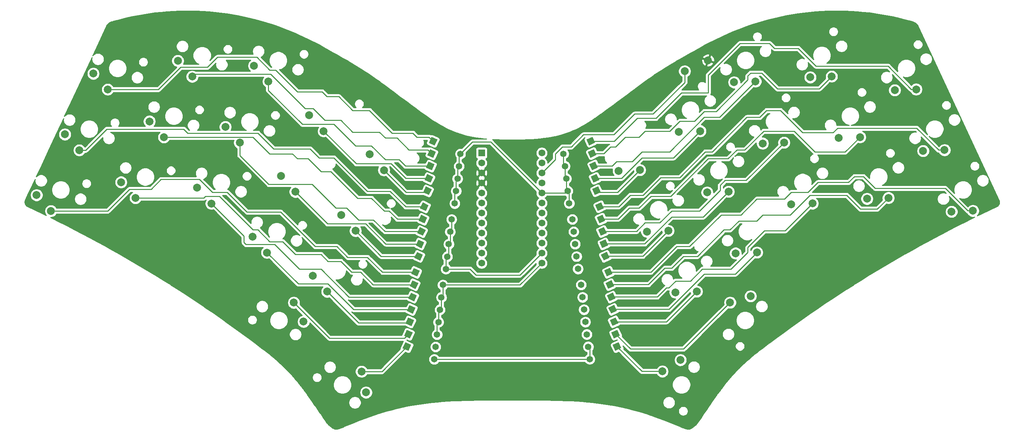
<source format=gbr>
%TF.GenerationSoftware,KiCad,Pcbnew,(5.1.12-1-10_14)*%
%TF.CreationDate,2021-12-22T17:20:03-05:00*%
%TF.ProjectId,keebwirdv1,6b656562-7769-4726-9476-312e6b696361,rev?*%
%TF.SameCoordinates,Original*%
%TF.FileFunction,Copper,L2,Bot*%
%TF.FilePolarity,Positive*%
%FSLAX46Y46*%
G04 Gerber Fmt 4.6, Leading zero omitted, Abs format (unit mm)*
G04 Created by KiCad (PCBNEW (5.1.12-1-10_14)) date 2021-12-22 17:20:03*
%MOMM*%
%LPD*%
G01*
G04 APERTURE LIST*
%TA.AperFunction,ComponentPad*%
%ADD10C,1.651000*%
%TD*%
%TA.AperFunction,ComponentPad*%
%ADD11C,0.100000*%
%TD*%
%TA.AperFunction,ComponentPad*%
%ADD12R,1.752600X1.752600*%
%TD*%
%TA.AperFunction,ComponentPad*%
%ADD13C,1.752600*%
%TD*%
%TA.AperFunction,ComponentPad*%
%ADD14C,2.000000*%
%TD*%
%TA.AperFunction,ViaPad*%
%ADD15C,0.800000*%
%TD*%
%TA.AperFunction,Conductor*%
%ADD16C,0.250000*%
%TD*%
%TA.AperFunction,Conductor*%
%ADD17C,0.254000*%
%TD*%
%TA.AperFunction,Conductor*%
%ADD18C,0.100000*%
%TD*%
G04 APERTURE END LIST*
D10*
%TO.P,D29,1*%
%TO.N,ROW2*%
X163560852Y-110475523D03*
%TA.AperFunction,ComponentPad*%
D11*
%TO.P,D29,2*%
%TO.N,Net-(D29-Pad2)*%
G36*
X170067632Y-108352199D02*
G01*
X169369890Y-106855885D01*
X170866204Y-106158143D01*
X171563946Y-107654457D01*
X170067632Y-108352199D01*
G37*
%TD.AperFunction*%
%TD*%
D12*
%TO.P,U0,1*%
%TO.N,Net-(U0-Pad1)*%
X138380000Y-77030000D03*
D13*
%TO.P,U0,2*%
%TO.N,Net-(U0-Pad2)*%
X138380000Y-79570000D03*
%TO.P,U0,3*%
%TO.N,GND*%
X138380000Y-82110000D03*
%TO.P,U0,4*%
X138380000Y-84650000D03*
%TO.P,U0,5*%
%TO.N,Net-(U0-Pad5)*%
X138380000Y-87190000D03*
%TO.P,U0,6*%
%TO.N,COL0*%
X138380000Y-89730000D03*
%TO.P,U0,7*%
%TO.N,COL1*%
X138380000Y-92270000D03*
%TO.P,U0,8*%
%TO.N,COL2*%
X138380000Y-94810000D03*
%TO.P,U0,9*%
%TO.N,COL3*%
X138380000Y-97350000D03*
%TO.P,U0,10*%
%TO.N,COL4*%
X138380000Y-99890000D03*
%TO.P,U0,11*%
%TO.N,Net-(U0-Pad11)*%
X138380000Y-102430000D03*
%TO.P,U0,13*%
%TO.N,ROW2*%
X153620000Y-104970000D03*
%TO.P,U0,14*%
%TO.N,ROW1*%
X153620000Y-102430000D03*
%TO.P,U0,15*%
%TO.N,COL5*%
X153620000Y-99890000D03*
%TO.P,U0,16*%
%TO.N,COL6*%
X153620000Y-97350000D03*
%TO.P,U0,17*%
%TO.N,COL7*%
X153620000Y-94810000D03*
%TO.P,U0,18*%
%TO.N,COL8*%
X153620000Y-92270000D03*
%TO.P,U0,19*%
%TO.N,COL9*%
X153620000Y-89730000D03*
%TO.P,U0,20*%
%TO.N,ROW0*%
X153620000Y-87190000D03*
%TO.P,U0,21*%
%TO.N,Net-(U0-Pad21)*%
X153620000Y-84650000D03*
%TO.P,U0,22*%
%TO.N,Net-(SW1-Pad1)*%
X153620000Y-82110000D03*
%TO.P,U0,23*%
%TO.N,Net-(U0-Pad23)*%
X153620000Y-79570000D03*
%TO.P,U0,12*%
%TO.N,ROW3*%
X138380000Y-104970000D03*
%TO.P,U0,24*%
%TO.N,Net-(U0-Pad24)*%
X153620000Y-77030000D03*
%TD*%
D14*
%TO.P,SW1,1*%
%TO.N,Net-(SW1-Pad1)*%
X189784500Y-56293509D03*
%TO.P,SW1,2*%
%TO.N,GND*%
X195675500Y-53546491D03*
%TD*%
%TO.P,MX33,2*%
%TO.N,Net-(D33-Pad2)*%
X201271960Y-114959247D03*
%TO.P,MX33,1*%
%TO.N,COL6*%
X206452036Y-113354002D03*
%TD*%
%TO.P,MX32,2*%
%TO.N,Net-(D32-Pad2)*%
X184126739Y-132431563D03*
%TO.P,MX32,1*%
%TO.N,COL5*%
X188714840Y-129540313D03*
%TD*%
%TO.P,MX31,2*%
%TO.N,Net-(D31-Pad2)*%
X107990666Y-132460879D03*
%TO.P,MX31,1*%
%TO.N,COL4*%
X109138329Y-137761150D03*
%TD*%
%TO.P,MX30,2*%
%TO.N,Net-(D30-Pad2)*%
X90845445Y-114988564D03*
%TO.P,MX30,1*%
%TO.N,COL3*%
X93325813Y-119811195D03*
%TD*%
%TO.P,MX29,2*%
%TO.N,Net-(D29-Pad2)*%
X262730012Y-91706294D03*
%TO.P,MX29,1*%
%TO.N,COL9*%
X257310974Y-91916139D03*
%TD*%
%TO.P,MX28,2*%
%TO.N,Net-(D28-Pad2)*%
X241341671Y-88430479D03*
%TO.P,MX28,1*%
%TO.N,COL8*%
X235922633Y-88640324D03*
%TD*%
%TO.P,MX27,2*%
%TO.N,Net-(D27-Pad2)*%
X222129815Y-89822149D03*
%TO.P,MX27,1*%
%TO.N,COL7*%
X216710777Y-90031994D03*
%TD*%
%TO.P,MX26,2*%
%TO.N,Net-(D26-Pad2)*%
X208070521Y-102263523D03*
%TO.P,MX26,1*%
%TO.N,COL6*%
X202651483Y-102473368D03*
%TD*%
%TO.P,MX25,2*%
%TO.N,Net-(D25-Pad2)*%
X192827050Y-112165423D03*
%TO.P,MX25,1*%
%TO.N,COL5*%
X187408012Y-112375268D03*
%TD*%
%TO.P,MX24,2*%
%TO.N,Net-(D24-Pad2)*%
X99290355Y-112194740D03*
%TO.P,MX24,1*%
%TO.N,COL4*%
X95646315Y-108178402D03*
%TD*%
%TO.P,MX23,2*%
%TO.N,Net-(D23-Pad2)*%
X84046884Y-102292840D03*
%TO.P,MX23,1*%
%TO.N,COL3*%
X80402844Y-98276502D03*
%TD*%
%TO.P,MX22,2*%
%TO.N,Net-(D22-Pad2)*%
X69987590Y-89851465D03*
%TO.P,MX22,1*%
%TO.N,COL2*%
X66343550Y-85835127D03*
%TD*%
%TO.P,MX21,2*%
%TO.N,Net-(D21-Pad2)*%
X50775734Y-88459795D03*
%TO.P,MX21,1*%
%TO.N,COL1*%
X47131694Y-84443457D03*
%TD*%
%TO.P,MX20,2*%
%TO.N,Net-(D20-Pad2)*%
X29387394Y-91735611D03*
%TO.P,MX20,1*%
%TO.N,COL0*%
X25743354Y-87719273D03*
%TD*%
%TO.P,MX19,2*%
%TO.N,Net-(D19-Pad2)*%
X255545501Y-76299062D03*
%TO.P,MX19,1*%
%TO.N,COL9*%
X250126463Y-76508907D03*
%TD*%
%TO.P,MX18,2*%
%TO.N,Net-(D18-Pad2)*%
X234149554Y-73006933D03*
%TO.P,MX18,1*%
%TO.N,COL8*%
X228730516Y-73216778D03*
%TD*%
%TO.P,MX17,2*%
%TO.N,Net-(D17-Pad2)*%
X214937697Y-74398603D03*
%TO.P,MX17,1*%
%TO.N,COL7*%
X209518659Y-74608448D03*
%TD*%
%TO.P,MX16,2*%
%TO.N,Net-(D16-Pad2)*%
X200878403Y-86839977D03*
%TO.P,MX16,1*%
%TO.N,COL6*%
X195459365Y-87049822D03*
%TD*%
%TO.P,MX15,2*%
%TO.N,Net-(D15-Pad2)*%
X185642540Y-96758191D03*
%TO.P,MX15,1*%
%TO.N,COL5*%
X180223502Y-96968036D03*
%TD*%
%TO.P,MX14,2*%
%TO.N,Net-(D14-Pad2)*%
X106474866Y-96787507D03*
%TO.P,MX14,1*%
%TO.N,COL4*%
X102830826Y-92771169D03*
%TD*%
%TO.P,MX13,2*%
%TO.N,Net-(D13-Pad2)*%
X91239002Y-86869294D03*
%TO.P,MX13,1*%
%TO.N,COL3*%
X87594962Y-82852956D03*
%TD*%
%TO.P,MX12,2*%
%TO.N,Net-(D12-Pad2)*%
X77179708Y-74427919D03*
%TO.P,MX12,1*%
%TO.N,COL2*%
X73535668Y-70411581D03*
%TD*%
%TO.P,MX11,2*%
%TO.N,Net-(D11-Pad2)*%
X57967851Y-73036249D03*
%TO.P,MX11,1*%
%TO.N,COL1*%
X54323811Y-69019911D03*
%TD*%
%TO.P,MX10,2*%
%TO.N,Net-(D10-Pad2)*%
X36571904Y-76328378D03*
%TO.P,MX10,1*%
%TO.N,COL0*%
X32927864Y-72312040D03*
%TD*%
%TO.P,MX9,2*%
%TO.N,Net-(D9-Pad2)*%
X248360991Y-60891829D03*
%TO.P,MX9,1*%
%TO.N,COL9*%
X242941953Y-61101674D03*
%TD*%
%TO.P,MX8,2*%
%TO.N,Net-(D8-Pad2)*%
X226976031Y-57623265D03*
%TO.P,MX8,1*%
%TO.N,COL8*%
X221556993Y-57833110D03*
%TD*%
%TO.P,MX7,2*%
%TO.N,Net-(D7-Pad2)*%
X207704163Y-58886239D03*
%TO.P,MX7,1*%
%TO.N,COL7*%
X202285125Y-59096084D03*
%TD*%
%TO.P,MX6,2*%
%TO.N,Net-(D6-Pad2)*%
X193715024Y-71478060D03*
%TO.P,MX6,1*%
%TO.N,COL6*%
X188295986Y-71687905D03*
%TD*%
%TO.P,MX5,2*%
%TO.N,Net-(D5-Pad2)*%
X178458029Y-81350959D03*
%TO.P,MX5,1*%
%TO.N,COL5*%
X173038991Y-81560804D03*
%TD*%
%TO.P,MX4,2*%
%TO.N,Net-(D4-Pad2)*%
X113659376Y-81380275D03*
%TO.P,MX4,1*%
%TO.N,COL4*%
X110015336Y-77363937D03*
%TD*%
%TO.P,MX3,2*%
%TO.N,Net-(D3-Pad2)*%
X98402382Y-71507377D03*
%TO.P,MX3,1*%
%TO.N,COL3*%
X94758342Y-67491039D03*
%TD*%
%TO.P,MX2,2*%
%TO.N,Net-(D2-Pad2)*%
X84413242Y-58915555D03*
%TO.P,MX2,1*%
%TO.N,COL2*%
X80769202Y-54899217D03*
%TD*%
%TO.P,MX1,2*%
%TO.N,Net-(D1-Pad2)*%
X65141374Y-57652581D03*
%TO.P,MX1,1*%
%TO.N,COL1*%
X61497334Y-53636243D03*
%TD*%
%TO.P,MX0,2*%
%TO.N,Net-(D0-Pad2)*%
X43756415Y-60921146D03*
%TO.P,MX0,1*%
%TO.N,COL0*%
X40112375Y-56904808D03*
%TD*%
D10*
%TO.P,D33,1*%
%TO.N,ROW3*%
X165368587Y-126183231D03*
%TA.AperFunction,ComponentPad*%
D11*
%TO.P,D33,2*%
%TO.N,Net-(D33-Pad2)*%
G36*
X171875367Y-124059907D02*
G01*
X171177625Y-122563593D01*
X172673939Y-121865851D01*
X173371681Y-123362165D01*
X171875367Y-124059907D01*
G37*
%TD.AperFunction*%
%TD*%
D10*
%TO.P,D32,1*%
%TO.N,ROW3*%
X165730134Y-129324772D03*
%TA.AperFunction,ComponentPad*%
D11*
%TO.P,D32,2*%
%TO.N,Net-(D32-Pad2)*%
G36*
X172236914Y-127201448D02*
G01*
X171539172Y-125705134D01*
X173035486Y-125007392D01*
X173733228Y-126503706D01*
X172236914Y-127201448D01*
G37*
%TD.AperFunction*%
%TD*%
D10*
%TO.P,D31,1*%
%TO.N,ROW3*%
X126387272Y-129354089D03*
%TA.AperFunction,ComponentPad*%
D11*
%TO.P,D31,2*%
%TO.N,Net-(D31-Pad2)*%
G36*
X120578234Y-125734451D02*
G01*
X119880492Y-127230765D01*
X118384178Y-126533023D01*
X119081920Y-125036709D01*
X120578234Y-125734451D01*
G37*
%TD.AperFunction*%
%TD*%
D10*
%TO.P,D30,1*%
%TO.N,ROW3*%
X126748819Y-126212547D03*
%TA.AperFunction,ComponentPad*%
D11*
%TO.P,D30,2*%
%TO.N,Net-(D30-Pad2)*%
G36*
X120939781Y-122592909D02*
G01*
X120242039Y-124089223D01*
X118745725Y-123391481D01*
X119443467Y-121895167D01*
X120939781Y-122592909D01*
G37*
%TD.AperFunction*%
%TD*%
D10*
%TO.P,D28,1*%
%TO.N,ROW2*%
X163922399Y-113617064D03*
%TA.AperFunction,ComponentPad*%
D11*
%TO.P,D28,2*%
%TO.N,Net-(D28-Pad2)*%
G36*
X170429179Y-111493740D02*
G01*
X169731437Y-109997426D01*
X171227751Y-109299684D01*
X171925493Y-110795998D01*
X170429179Y-111493740D01*
G37*
%TD.AperFunction*%
%TD*%
D10*
%TO.P,D27,1*%
%TO.N,ROW2*%
X164283946Y-116758606D03*
%TA.AperFunction,ComponentPad*%
D11*
%TO.P,D27,2*%
%TO.N,Net-(D27-Pad2)*%
G36*
X170790726Y-114635282D02*
G01*
X170092984Y-113138968D01*
X171589298Y-112441226D01*
X172287040Y-113937540D01*
X170790726Y-114635282D01*
G37*
%TD.AperFunction*%
%TD*%
D10*
%TO.P,D26,1*%
%TO.N,ROW2*%
X164645493Y-119900148D03*
%TA.AperFunction,ComponentPad*%
D11*
%TO.P,D26,2*%
%TO.N,Net-(D26-Pad2)*%
G36*
X171152273Y-117776824D02*
G01*
X170454531Y-116280510D01*
X171950845Y-115582768D01*
X172648587Y-117079082D01*
X171152273Y-117776824D01*
G37*
%TD.AperFunction*%
%TD*%
D10*
%TO.P,D25,1*%
%TO.N,ROW2*%
X165007040Y-123041689D03*
%TA.AperFunction,ComponentPad*%
D11*
%TO.P,D25,2*%
%TO.N,Net-(D25-Pad2)*%
G36*
X171513820Y-120918365D02*
G01*
X170816078Y-119422051D01*
X172312392Y-118724309D01*
X173010134Y-120220623D01*
X171513820Y-120918365D01*
G37*
%TD.AperFunction*%
%TD*%
D10*
%TO.P,D24,1*%
%TO.N,ROW2*%
X127110366Y-123071006D03*
%TA.AperFunction,ComponentPad*%
D11*
%TO.P,D24,2*%
%TO.N,Net-(D24-Pad2)*%
G36*
X121301328Y-119451368D02*
G01*
X120603586Y-120947682D01*
X119107272Y-120249940D01*
X119805014Y-118753626D01*
X121301328Y-119451368D01*
G37*
%TD.AperFunction*%
%TD*%
D10*
%TO.P,D23,1*%
%TO.N,ROW2*%
X127471913Y-119929464D03*
%TA.AperFunction,ComponentPad*%
D11*
%TO.P,D23,2*%
%TO.N,Net-(D23-Pad2)*%
G36*
X121662875Y-116309826D02*
G01*
X120965133Y-117806140D01*
X119468819Y-117108398D01*
X120166561Y-115612084D01*
X121662875Y-116309826D01*
G37*
%TD.AperFunction*%
%TD*%
D10*
%TO.P,D22,1*%
%TO.N,ROW2*%
X127833460Y-116787922D03*
%TA.AperFunction,ComponentPad*%
D11*
%TO.P,D22,2*%
%TO.N,Net-(D22-Pad2)*%
G36*
X122024422Y-113168284D02*
G01*
X121326680Y-114664598D01*
X119830366Y-113966856D01*
X120528108Y-112470542D01*
X122024422Y-113168284D01*
G37*
%TD.AperFunction*%
%TD*%
D10*
%TO.P,D21,1*%
%TO.N,ROW2*%
X128195007Y-113646381D03*
%TA.AperFunction,ComponentPad*%
D11*
%TO.P,D21,2*%
%TO.N,Net-(D21-Pad2)*%
G36*
X122385969Y-110026743D02*
G01*
X121688227Y-111523057D01*
X120191913Y-110825315D01*
X120889655Y-109329001D01*
X122385969Y-110026743D01*
G37*
%TD.AperFunction*%
%TD*%
D10*
%TO.P,D20,1*%
%TO.N,ROW2*%
X128556554Y-110504839D03*
%TA.AperFunction,ComponentPad*%
D11*
%TO.P,D20,2*%
%TO.N,Net-(D20-Pad2)*%
G36*
X122747516Y-106885201D02*
G01*
X122049774Y-108381515D01*
X120553460Y-107683773D01*
X121251202Y-106187459D01*
X122747516Y-106885201D01*
G37*
%TD.AperFunction*%
%TD*%
D10*
%TO.P,D19,1*%
%TO.N,ROW1*%
X161330498Y-93861507D03*
%TA.AperFunction,ComponentPad*%
D11*
%TO.P,D19,2*%
%TO.N,Net-(D19-Pad2)*%
G36*
X167837278Y-91738183D02*
G01*
X167139536Y-90241869D01*
X168635850Y-89544127D01*
X169333592Y-91040441D01*
X167837278Y-91738183D01*
G37*
%TD.AperFunction*%
%TD*%
D10*
%TO.P,D18,1*%
%TO.N,ROW1*%
X161692045Y-97003048D03*
%TA.AperFunction,ComponentPad*%
D11*
%TO.P,D18,2*%
%TO.N,Net-(D18-Pad2)*%
G36*
X168198825Y-94879724D02*
G01*
X167501083Y-93383410D01*
X168997397Y-92685668D01*
X169695139Y-94181982D01*
X168198825Y-94879724D01*
G37*
%TD.AperFunction*%
%TD*%
D10*
%TO.P,D17,1*%
%TO.N,ROW1*%
X162053592Y-100144590D03*
%TA.AperFunction,ComponentPad*%
D11*
%TO.P,D17,2*%
%TO.N,Net-(D17-Pad2)*%
G36*
X168560372Y-98021266D02*
G01*
X167862630Y-96524952D01*
X169358944Y-95827210D01*
X170056686Y-97323524D01*
X168560372Y-98021266D01*
G37*
%TD.AperFunction*%
%TD*%
D10*
%TO.P,D16,1*%
%TO.N,ROW1*%
X162415139Y-103286132D03*
%TA.AperFunction,ComponentPad*%
D11*
%TO.P,D16,2*%
%TO.N,Net-(D16-Pad2)*%
G36*
X168921919Y-101162808D02*
G01*
X168224177Y-99666494D01*
X169720491Y-98968752D01*
X170418233Y-100465066D01*
X168921919Y-101162808D01*
G37*
%TD.AperFunction*%
%TD*%
D10*
%TO.P,D15,1*%
%TO.N,ROW1*%
X162776686Y-106427673D03*
%TA.AperFunction,ComponentPad*%
D11*
%TO.P,D15,2*%
%TO.N,Net-(D15-Pad2)*%
G36*
X169283466Y-104304349D02*
G01*
X168585724Y-102808035D01*
X170082038Y-102110293D01*
X170779780Y-103606607D01*
X169283466Y-104304349D01*
G37*
%TD.AperFunction*%
%TD*%
D10*
%TO.P,D14,1*%
%TO.N,ROW1*%
X129340719Y-106456990D03*
%TA.AperFunction,ComponentPad*%
D11*
%TO.P,D14,2*%
%TO.N,Net-(D14-Pad2)*%
G36*
X123531681Y-102837352D02*
G01*
X122833939Y-104333666D01*
X121337625Y-103635924D01*
X122035367Y-102139610D01*
X123531681Y-102837352D01*
G37*
%TD.AperFunction*%
%TD*%
D10*
%TO.P,D13,1*%
%TO.N,ROW1*%
X129702266Y-103315448D03*
%TA.AperFunction,ComponentPad*%
D11*
%TO.P,D13,2*%
%TO.N,Net-(D13-Pad2)*%
G36*
X123893228Y-99695810D02*
G01*
X123195486Y-101192124D01*
X121699172Y-100494382D01*
X122396914Y-98998068D01*
X123893228Y-99695810D01*
G37*
%TD.AperFunction*%
%TD*%
D10*
%TO.P,D12,1*%
%TO.N,ROW1*%
X130063813Y-100173907D03*
%TA.AperFunction,ComponentPad*%
D11*
%TO.P,D12,2*%
%TO.N,Net-(D12-Pad2)*%
G36*
X124254775Y-96554269D02*
G01*
X123557033Y-98050583D01*
X122060719Y-97352841D01*
X122758461Y-95856527D01*
X124254775Y-96554269D01*
G37*
%TD.AperFunction*%
%TD*%
D10*
%TO.P,D11,1*%
%TO.N,ROW1*%
X130425360Y-97032365D03*
%TA.AperFunction,ComponentPad*%
D11*
%TO.P,D11,2*%
%TO.N,Net-(D11-Pad2)*%
G36*
X124616322Y-93412727D02*
G01*
X123918580Y-94909041D01*
X122422266Y-94211299D01*
X123120008Y-92714985D01*
X124616322Y-93412727D01*
G37*
%TD.AperFunction*%
%TD*%
D10*
%TO.P,D10,1*%
%TO.N,ROW1*%
X130786907Y-93890823D03*
%TA.AperFunction,ComponentPad*%
D11*
%TO.P,D10,2*%
%TO.N,Net-(D10-Pad2)*%
G36*
X124977869Y-90271185D02*
G01*
X124280127Y-91767499D01*
X122783813Y-91069757D01*
X123481555Y-89573443D01*
X124977869Y-90271185D01*
G37*
%TD.AperFunction*%
%TD*%
D10*
%TO.P,D9,1*%
%TO.N,ROW0*%
X159100145Y-77247491D03*
%TA.AperFunction,ComponentPad*%
D11*
%TO.P,D9,2*%
%TO.N,Net-(D9-Pad2)*%
G36*
X165606925Y-75124167D02*
G01*
X164909183Y-73627853D01*
X166405497Y-72930111D01*
X167103239Y-74426425D01*
X165606925Y-75124167D01*
G37*
%TD.AperFunction*%
%TD*%
D10*
%TO.P,D8,1*%
%TO.N,ROW0*%
X159461692Y-80389033D03*
%TA.AperFunction,ComponentPad*%
D11*
%TO.P,D8,2*%
%TO.N,Net-(D8-Pad2)*%
G36*
X165968472Y-78265709D02*
G01*
X165270730Y-76769395D01*
X166767044Y-76071653D01*
X167464786Y-77567967D01*
X165968472Y-78265709D01*
G37*
%TD.AperFunction*%
%TD*%
D10*
%TO.P,D7,1*%
%TO.N,ROW0*%
X159823239Y-83530574D03*
%TA.AperFunction,ComponentPad*%
D11*
%TO.P,D7,2*%
%TO.N,Net-(D7-Pad2)*%
G36*
X166330019Y-81407250D02*
G01*
X165632277Y-79910936D01*
X167128591Y-79213194D01*
X167826333Y-80709508D01*
X166330019Y-81407250D01*
G37*
%TD.AperFunction*%
%TD*%
D10*
%TO.P,D6,1*%
%TO.N,ROW0*%
X160184786Y-86672116D03*
%TA.AperFunction,ComponentPad*%
D11*
%TO.P,D6,2*%
%TO.N,Net-(D6-Pad2)*%
G36*
X166691566Y-84548792D02*
G01*
X165993824Y-83052478D01*
X167490138Y-82354736D01*
X168187880Y-83851050D01*
X166691566Y-84548792D01*
G37*
%TD.AperFunction*%
%TD*%
D10*
%TO.P,D5,1*%
%TO.N,ROW0*%
X160546333Y-89813657D03*
%TA.AperFunction,ComponentPad*%
D11*
%TO.P,D5,2*%
%TO.N,Net-(D5-Pad2)*%
G36*
X167053113Y-87690333D02*
G01*
X166355371Y-86194019D01*
X167851685Y-85496277D01*
X168549427Y-86992591D01*
X167053113Y-87690333D01*
G37*
%TD.AperFunction*%
%TD*%
D10*
%TO.P,D4,1*%
%TO.N,ROW0*%
X131571072Y-89842974D03*
%TA.AperFunction,ComponentPad*%
D11*
%TO.P,D4,2*%
%TO.N,Net-(D4-Pad2)*%
G36*
X125762034Y-86223336D02*
G01*
X125064292Y-87719650D01*
X123567978Y-87021908D01*
X124265720Y-85525594D01*
X125762034Y-86223336D01*
G37*
%TD.AperFunction*%
%TD*%
D10*
%TO.P,D3,1*%
%TO.N,ROW0*%
X131932619Y-86701432D03*
%TA.AperFunction,ComponentPad*%
D11*
%TO.P,D3,2*%
%TO.N,Net-(D3-Pad2)*%
G36*
X126123581Y-83081794D02*
G01*
X125425839Y-84578108D01*
X123929525Y-83880366D01*
X124627267Y-82384052D01*
X126123581Y-83081794D01*
G37*
%TD.AperFunction*%
%TD*%
D10*
%TO.P,D2,1*%
%TO.N,ROW0*%
X132294166Y-83559891D03*
%TA.AperFunction,ComponentPad*%
D11*
%TO.P,D2,2*%
%TO.N,Net-(D2-Pad2)*%
G36*
X126485128Y-79940253D02*
G01*
X125787386Y-81436567D01*
X124291072Y-80738825D01*
X124988814Y-79242511D01*
X126485128Y-79940253D01*
G37*
%TD.AperFunction*%
%TD*%
D10*
%TO.P,D1,1*%
%TO.N,ROW0*%
X132655713Y-80418349D03*
%TA.AperFunction,ComponentPad*%
D11*
%TO.P,D1,2*%
%TO.N,Net-(D1-Pad2)*%
G36*
X126846675Y-76798711D02*
G01*
X126148933Y-78295025D01*
X124652619Y-77597283D01*
X125350361Y-76100969D01*
X126846675Y-76798711D01*
G37*
%TD.AperFunction*%
%TD*%
D10*
%TO.P,D0,1*%
%TO.N,ROW0*%
X133017260Y-77276807D03*
%TA.AperFunction,ComponentPad*%
D11*
%TO.P,D0,2*%
%TO.N,Net-(D0-Pad2)*%
G36*
X127208222Y-73657169D02*
G01*
X126510480Y-75153483D01*
X125014166Y-74455741D01*
X125711908Y-72959427D01*
X127208222Y-73657169D01*
G37*
%TD.AperFunction*%
%TD*%
D15*
%TO.N,GND*%
X35560000Y-64770000D03*
X30480000Y-78740000D03*
X77470000Y-62230000D03*
X91440000Y-74930000D03*
X132080000Y-111760000D03*
X157480000Y-113030000D03*
X204470000Y-87630000D03*
X218440000Y-77470000D03*
X99060000Y-99060000D03*
X193040000Y-116840000D03*
X142240000Y-99060000D03*
X129540000Y-81280000D03*
X157480000Y-97790000D03*
X163830000Y-85090000D03*
X162560000Y-77470000D03*
%TD*%
D16*
%TO.N,Net-(D0-Pad2)*%
X43756415Y-60921146D02*
X56578854Y-60921146D01*
X56578854Y-60921146D02*
X62250000Y-55250000D01*
X62250000Y-55250000D02*
X69000000Y-55250000D01*
X69000000Y-55250000D02*
X71500000Y-52750000D01*
X71500000Y-52750000D02*
X81500000Y-52750000D01*
X81500000Y-52750000D02*
X84750000Y-56000000D01*
X84750000Y-56000000D02*
X86250000Y-56000000D01*
X86250000Y-56000000D02*
X91750000Y-61500000D01*
X91750000Y-61500000D02*
X98000000Y-61500000D01*
X98000000Y-61500000D02*
X99250000Y-62750000D01*
X99250000Y-62750000D02*
X102250000Y-62750000D01*
X102250000Y-62750000D02*
X105750000Y-66250000D01*
X105750000Y-66250000D02*
X110000000Y-66250000D01*
X110000000Y-66250000D02*
X115750000Y-72000000D01*
X115750000Y-72000000D02*
X121000000Y-72000000D01*
X121000000Y-72000000D02*
X122000000Y-73000000D01*
X125054739Y-73000000D02*
X126111194Y-74056455D01*
X122000000Y-73000000D02*
X125054739Y-73000000D01*
%TO.N,ROW0*%
X131571072Y-87062979D02*
X131932619Y-86701432D01*
X131571072Y-89842974D02*
X131571072Y-87062979D01*
X131932619Y-83921438D02*
X132294166Y-83559891D01*
X131932619Y-86701432D02*
X131932619Y-83921438D01*
X132294166Y-80779896D02*
X132655713Y-80418349D01*
X132294166Y-83559891D02*
X132294166Y-80779896D01*
X132655713Y-77638354D02*
X133017260Y-77276807D01*
X132655713Y-80418349D02*
X132655713Y-77638354D01*
X133017260Y-77276807D02*
X136044067Y-74250000D01*
X136044067Y-74250000D02*
X140750000Y-74250000D01*
X140750000Y-74320000D02*
X153620000Y-87190000D01*
X140750000Y-74250000D02*
X140750000Y-74320000D01*
X159666902Y-87190000D02*
X160184786Y-86672116D01*
X153620000Y-87190000D02*
X159666902Y-87190000D01*
X160546333Y-87033663D02*
X160184786Y-86672116D01*
X160546333Y-89813657D02*
X160546333Y-87033663D01*
X159823239Y-86310569D02*
X160184786Y-86672116D01*
X159823239Y-83530574D02*
X159823239Y-86310569D01*
X159461692Y-83169027D02*
X159823239Y-83530574D01*
X159461692Y-80389033D02*
X159461692Y-83169027D01*
X159100145Y-80027486D02*
X159461692Y-80389033D01*
X159100145Y-77247491D02*
X159100145Y-80027486D01*
%TO.N,Net-(D1-Pad2)*%
X65141374Y-57652581D02*
X65793955Y-57000000D01*
X65793955Y-57000000D02*
X85000000Y-57000000D01*
X85000000Y-57000000D02*
X93750000Y-65750000D01*
X93750000Y-65750000D02*
X95750000Y-65750000D01*
X95750000Y-65750000D02*
X98750000Y-68750000D01*
X98750000Y-68750000D02*
X102750000Y-68750000D01*
X102750000Y-68750000D02*
X105750000Y-71750000D01*
X105750000Y-71750000D02*
X112500000Y-71750000D01*
X112500000Y-71750000D02*
X114000000Y-73250000D01*
X114000000Y-73250000D02*
X117000000Y-73250000D01*
X117000000Y-73250000D02*
X120000000Y-76250000D01*
X124801650Y-76250000D02*
X125749647Y-77197997D01*
X120000000Y-76250000D02*
X124801650Y-76250000D01*
%TO.N,Net-(D2-Pad2)*%
X84413242Y-58915555D02*
X84413242Y-61163242D01*
X84413242Y-61163242D02*
X93000000Y-69750000D01*
X93000000Y-69750000D02*
X101000000Y-69750000D01*
X101000000Y-69750000D02*
X106500000Y-75250000D01*
X106500000Y-75250000D02*
X110500000Y-75250000D01*
X110500000Y-75250000D02*
X114000000Y-78750000D01*
X114000000Y-78750000D02*
X117500000Y-78750000D01*
X119089539Y-80339539D02*
X125388100Y-80339539D01*
X117500000Y-78750000D02*
X119089539Y-80339539D01*
%TO.N,Net-(D3-Pad2)*%
X119231080Y-83481080D02*
X125026553Y-83481080D01*
X115500000Y-79750000D02*
X119231080Y-83481080D01*
X106645005Y-79750000D02*
X115500000Y-79750000D01*
X98402382Y-71507377D02*
X106645005Y-79750000D01*
%TO.N,Net-(D4-Pad2)*%
X113659376Y-81380275D02*
X119250000Y-86970899D01*
X124316729Y-86970899D02*
X124665006Y-86622622D01*
X119250000Y-86970899D02*
X124316729Y-86970899D01*
%TO.N,Net-(D5-Pad2)*%
X178458029Y-81350959D02*
X172808988Y-87000000D01*
X167859094Y-87000000D02*
X167452399Y-86593305D01*
X172808988Y-87000000D02*
X167859094Y-87000000D01*
%TO.N,Net-(D6-Pad2)*%
X167090852Y-83451764D02*
X173798236Y-83451764D01*
X173798236Y-83451764D02*
X179000000Y-78250000D01*
X186943084Y-78250000D02*
X193715024Y-71478060D01*
X179000000Y-78250000D02*
X186943084Y-78250000D01*
%TO.N,Net-(D7-Pad2)*%
X166729305Y-80310222D02*
X171439778Y-80310222D01*
X171439778Y-80310222D02*
X172500000Y-79250000D01*
X172500000Y-79250000D02*
X176500000Y-79250000D01*
X176500000Y-79250000D02*
X179000000Y-76750000D01*
X179000000Y-76750000D02*
X186000000Y-76750000D01*
X186000000Y-76750000D02*
X194750000Y-68000000D01*
X198590402Y-68000000D02*
X207704163Y-58886239D01*
X194750000Y-68000000D02*
X198590402Y-68000000D01*
%TO.N,Net-(D8-Pad2)*%
X166367758Y-77168681D02*
X169331319Y-77168681D01*
X169331319Y-77168681D02*
X171000000Y-75500000D01*
X171000000Y-75500000D02*
X172250000Y-75500000D01*
X172250000Y-75500000D02*
X174750000Y-73000000D01*
X174750000Y-73000000D02*
X178250000Y-73000000D01*
X178250000Y-73000000D02*
X179750000Y-71500000D01*
X179750000Y-71500000D02*
X186000000Y-71500000D01*
X186000000Y-71500000D02*
X188500000Y-69000000D01*
X188500000Y-69000000D02*
X192250000Y-69000000D01*
X192250000Y-69000000D02*
X194750000Y-66500000D01*
X194750000Y-66500000D02*
X197750000Y-66500000D01*
X197750000Y-66500000D02*
X205750000Y-58500000D01*
X205750000Y-58500000D02*
X205750000Y-57500000D01*
X205750000Y-57500000D02*
X206500000Y-56750000D01*
X206500000Y-56750000D02*
X209250000Y-56750000D01*
X209250000Y-56750000D02*
X213250000Y-60750000D01*
X223849296Y-60750000D02*
X226976031Y-57623265D01*
X213250000Y-60750000D02*
X223849296Y-60750000D01*
%TO.N,Net-(D9-Pad2)*%
X171972861Y-74027139D02*
X166006211Y-74027139D01*
X248360991Y-60891829D02*
X247141829Y-60891829D01*
X177750000Y-68250000D02*
X171972861Y-74027139D01*
X247141829Y-60891829D02*
X241250000Y-55000000D01*
X223000000Y-55000000D02*
X218500000Y-50500000D01*
X218500000Y-50500000D02*
X212500000Y-50500000D01*
X212500000Y-50500000D02*
X211250000Y-49250000D01*
X241250000Y-55000000D02*
X223000000Y-55000000D01*
X211250000Y-49250000D02*
X203750000Y-49250000D01*
X195750000Y-61750000D02*
X189000000Y-61750000D01*
X182500000Y-68250000D02*
X177750000Y-68250000D01*
X203750000Y-49250000D02*
X195750000Y-57250000D01*
X195750000Y-57250000D02*
X195750000Y-61750000D01*
X189000000Y-61750000D02*
X182500000Y-68250000D01*
%TO.N,Net-(D10-Pad2)*%
X36571904Y-76328378D02*
X38171622Y-76328378D01*
X38171622Y-76328378D02*
X43500000Y-71000000D01*
X43500000Y-71000000D02*
X63000000Y-71000000D01*
X63000000Y-71000000D02*
X64000000Y-72000000D01*
X64000000Y-72000000D02*
X81750000Y-72000000D01*
X81750000Y-72000000D02*
X85750000Y-76000000D01*
X85750000Y-76000000D02*
X95000000Y-76000000D01*
X95000000Y-76000000D02*
X97250000Y-78250000D01*
X97250000Y-78250000D02*
X101000000Y-78250000D01*
X101000000Y-78250000D02*
X109500000Y-86750000D01*
X109500000Y-86750000D02*
X115250000Y-86750000D01*
X119170471Y-90670471D02*
X123880841Y-90670471D01*
X115250000Y-86750000D02*
X119170471Y-90670471D01*
%TO.N,ROW1*%
X129340719Y-103676995D02*
X129702266Y-103315448D01*
X129340719Y-106456990D02*
X129340719Y-103676995D01*
X130063813Y-102953901D02*
X129702266Y-103315448D01*
X130063813Y-100173907D02*
X130063813Y-102953901D01*
X130425360Y-99812360D02*
X130063813Y-100173907D01*
X130425360Y-97032365D02*
X130425360Y-99812360D01*
X130786907Y-96670818D02*
X130425360Y-97032365D01*
X130786907Y-93890823D02*
X130786907Y-96670818D01*
X129340719Y-106456990D02*
X135456990Y-106456990D01*
X135456990Y-106456990D02*
X137000000Y-108000000D01*
X148050000Y-108000000D02*
X153620000Y-102430000D01*
X137000000Y-108000000D02*
X148050000Y-108000000D01*
%TO.N,Net-(D11-Pad2)*%
X57967851Y-73036249D02*
X80536249Y-73036249D01*
X80536249Y-73036249D02*
X84750000Y-77250000D01*
X84750000Y-77250000D02*
X90500000Y-77250000D01*
X90500000Y-77250000D02*
X91750000Y-78500000D01*
X91750000Y-78500000D02*
X94500000Y-78500000D01*
X94500000Y-78500000D02*
X97750000Y-81750000D01*
X97750000Y-81750000D02*
X100250000Y-81750000D01*
X100250000Y-81750000D02*
X107000000Y-88500000D01*
X107000000Y-88500000D02*
X110500000Y-88500000D01*
X110500000Y-88500000D02*
X113750000Y-91750000D01*
X113750000Y-91750000D02*
X115000000Y-91750000D01*
X117062013Y-93812013D02*
X123519294Y-93812013D01*
X115000000Y-91750000D02*
X117062013Y-93812013D01*
%TO.N,Net-(D12-Pad2)*%
X77179708Y-74427919D02*
X77179708Y-77679708D01*
X77179708Y-77679708D02*
X84500000Y-85000000D01*
X84500000Y-85000000D02*
X95500000Y-85000000D01*
X95500000Y-85000000D02*
X101500000Y-91000000D01*
X101500000Y-91000000D02*
X104250000Y-91000000D01*
X104250000Y-91000000D02*
X107250000Y-94000000D01*
X107250000Y-94000000D02*
X111000000Y-94000000D01*
X113953555Y-96953555D02*
X123157747Y-96953555D01*
X111000000Y-94000000D02*
X113953555Y-96953555D01*
%TO.N,Net-(D13-Pad2)*%
X114095096Y-100095096D02*
X122796200Y-100095096D01*
X109000000Y-95000000D02*
X114095096Y-100095096D01*
X99369708Y-95000000D02*
X109000000Y-95000000D01*
X91239002Y-86869294D02*
X99369708Y-95000000D01*
%TO.N,Net-(D14-Pad2)*%
X106474866Y-96787507D02*
X112937359Y-103250000D01*
X122421291Y-103250000D02*
X122434653Y-103236638D01*
X112937359Y-103250000D02*
X122421291Y-103250000D01*
%TO.N,Net-(D15-Pad2)*%
X179193410Y-103207321D02*
X185642540Y-96758191D01*
X169682752Y-103207321D02*
X179193410Y-103207321D01*
%TO.N,Net-(D16-Pad2)*%
X169321205Y-100065780D02*
X179684220Y-100065780D01*
X179684220Y-100065780D02*
X186500000Y-93250000D01*
X194468380Y-93250000D02*
X200878403Y-86839977D01*
X186500000Y-93250000D02*
X194468380Y-93250000D01*
%TO.N,Net-(D17-Pad2)*%
X168959658Y-96924238D02*
X177575762Y-96924238D01*
X177575762Y-96924238D02*
X179750000Y-94750000D01*
X179750000Y-94750000D02*
X183500000Y-94750000D01*
X183500000Y-94750000D02*
X186500000Y-91750000D01*
X186500000Y-91750000D02*
X193500000Y-91750000D01*
X193500000Y-91750000D02*
X198750000Y-86500000D01*
X198750000Y-86500000D02*
X198750000Y-85250000D01*
X198750000Y-85250000D02*
X200000000Y-84000000D01*
X205336300Y-84000000D02*
X214937697Y-74398603D01*
X200000000Y-84000000D02*
X205336300Y-84000000D01*
%TO.N,Net-(D18-Pad2)*%
X172967304Y-93782696D02*
X168598111Y-93782696D01*
X234149554Y-73006933D02*
X230406487Y-76750000D01*
X181250000Y-88000000D02*
X178250000Y-91000000D01*
X230406487Y-76750000D02*
X222750000Y-76750000D01*
X222750000Y-76750000D02*
X217500000Y-71500000D01*
X217500000Y-71500000D02*
X209750000Y-71500000D01*
X209750000Y-71500000D02*
X205000000Y-76250000D01*
X205000000Y-76250000D02*
X203000000Y-76250000D01*
X203000000Y-76250000D02*
X200750000Y-78500000D01*
X200750000Y-78500000D02*
X195750000Y-78500000D01*
X195750000Y-78500000D02*
X186250000Y-88000000D01*
X186250000Y-88000000D02*
X181250000Y-88000000D01*
X178250000Y-91000000D02*
X175750000Y-91000000D01*
X175750000Y-91000000D02*
X172967304Y-93782696D01*
%TO.N,Net-(D19-Pad2)*%
X254049062Y-76299062D02*
X255545501Y-76299062D01*
X228500000Y-70750000D02*
X248500000Y-70750000D01*
X248500000Y-70750000D02*
X254049062Y-76299062D01*
X227358223Y-71891777D02*
X228500000Y-70750000D01*
X168236564Y-90641155D02*
X173108845Y-90641155D01*
X173108845Y-90641155D02*
X176000000Y-87750000D01*
X176000000Y-87750000D02*
X179250000Y-87750000D01*
X183750000Y-83250000D02*
X188500000Y-83250000D01*
X188500000Y-83250000D02*
X195000000Y-76750000D01*
X195000000Y-76750000D02*
X196750000Y-76750000D01*
X196750000Y-76750000D02*
X205500000Y-68000000D01*
X205500000Y-68000000D02*
X208750000Y-68000000D01*
X179250000Y-87750000D02*
X183750000Y-83250000D01*
X208750000Y-68000000D02*
X210500000Y-66250000D01*
X210500000Y-66250000D02*
X214000000Y-66250000D01*
X214000000Y-66250000D02*
X219641777Y-71891777D01*
X219641777Y-71891777D02*
X227358223Y-71891777D01*
%TO.N,Net-(D20-Pad2)*%
X113284487Y-107284487D02*
X121650488Y-107284487D01*
X109500000Y-103500000D02*
X113284487Y-107284487D01*
X29387394Y-91735611D02*
X43764389Y-91735611D01*
X79000000Y-92000000D02*
X87500000Y-92000000D01*
X43764389Y-91735611D02*
X49250000Y-86250000D01*
X96250000Y-100750000D02*
X101750000Y-100750000D01*
X49250000Y-86250000D02*
X54750000Y-86250000D01*
X54750000Y-86250000D02*
X57250000Y-83750000D01*
X57250000Y-83750000D02*
X67000000Y-83750000D01*
X67000000Y-83750000D02*
X70250000Y-87000000D01*
X104500000Y-103500000D02*
X109500000Y-103500000D01*
X70250000Y-87000000D02*
X74000000Y-87000000D01*
X74000000Y-87000000D02*
X79000000Y-92000000D01*
X87500000Y-92000000D02*
X96250000Y-100750000D01*
X101750000Y-100750000D02*
X104500000Y-103500000D01*
%TO.N,ROW2*%
X127110366Y-120291011D02*
X127471913Y-119929464D01*
X127110366Y-123071006D02*
X127110366Y-120291011D01*
X127471913Y-117149469D02*
X127833460Y-116787922D01*
X127471913Y-119929464D02*
X127471913Y-117149469D01*
X128195007Y-116426375D02*
X127833460Y-116787922D01*
X128195007Y-113646381D02*
X128195007Y-116426375D01*
X128556554Y-113284834D02*
X128195007Y-113646381D01*
X128556554Y-110504839D02*
X128556554Y-113284834D01*
X148085161Y-110504839D02*
X153620000Y-104970000D01*
X128556554Y-110504839D02*
X148085161Y-110504839D01*
%TO.N,Net-(D21-Pad2)*%
X110926029Y-110426029D02*
X121288941Y-110426029D01*
X107750000Y-107250000D02*
X110926029Y-110426029D01*
X88000000Y-99500000D02*
X91250000Y-102750000D01*
X68040205Y-88459795D02*
X68500000Y-88000000D01*
X68500000Y-88000000D02*
X72000000Y-88000000D01*
X50775734Y-88459795D02*
X68040205Y-88459795D01*
X72000000Y-88000000D02*
X80500000Y-96500000D01*
X81750000Y-96500000D02*
X84750000Y-99500000D01*
X97750000Y-102750000D02*
X99500000Y-104500000D01*
X84750000Y-99500000D02*
X88000000Y-99500000D01*
X105500000Y-107250000D02*
X107750000Y-107250000D01*
X91250000Y-102750000D02*
X97750000Y-102750000D01*
X99500000Y-104500000D02*
X102750000Y-104500000D01*
X80500000Y-96500000D02*
X81750000Y-96500000D01*
X102750000Y-104500000D02*
X105500000Y-107250000D01*
%TO.N,Net-(D22-Pad2)*%
X97750000Y-106500000D02*
X104817570Y-113567570D01*
X92250000Y-106500000D02*
X97750000Y-106500000D01*
X86000000Y-100250000D02*
X92250000Y-106500000D01*
X104817570Y-113567570D02*
X120927394Y-113567570D01*
X78750000Y-100250000D02*
X86000000Y-100250000D01*
X78250000Y-99750000D02*
X78750000Y-100250000D01*
X78250000Y-98113875D02*
X78250000Y-99750000D01*
X69987590Y-89851465D02*
X78250000Y-98113875D01*
%TO.N,Net-(D23-Pad2)*%
X84046884Y-102292840D02*
X92004044Y-110250000D01*
X92004044Y-110250000D02*
X99500000Y-110250000D01*
X99500000Y-110250000D02*
X106000000Y-116750000D01*
X120524959Y-116750000D02*
X120565847Y-116709112D01*
X106000000Y-116750000D02*
X120524959Y-116750000D01*
%TO.N,Net-(D24-Pad2)*%
X99290355Y-112194740D02*
X107250000Y-120154385D01*
X119900569Y-120154385D02*
X120204300Y-119850654D01*
X107250000Y-120154385D02*
X119900569Y-120154385D01*
%TO.N,Net-(D25-Pad2)*%
X185171136Y-119821337D02*
X192827050Y-112165423D01*
X171913106Y-119821337D02*
X185171136Y-119821337D01*
%TO.N,Net-(D26-Pad2)*%
X194750000Y-107750000D02*
X202584044Y-107750000D01*
X185820204Y-116679796D02*
X194750000Y-107750000D01*
X202584044Y-107750000D02*
X208070521Y-102263523D01*
X171551559Y-116679796D02*
X185820204Y-116679796D01*
%TO.N,Net-(D27-Pad2)*%
X182840264Y-113538254D02*
X185128518Y-111250000D01*
X171190012Y-113538254D02*
X182840264Y-113538254D01*
X185128518Y-111250000D02*
X185750000Y-111250000D01*
X185750000Y-111250000D02*
X187500000Y-109500000D01*
X187500000Y-109500000D02*
X191250000Y-109500000D01*
X191250000Y-109500000D02*
X194250000Y-106500000D01*
X194250000Y-106500000D02*
X201500000Y-106500000D01*
X201500000Y-106500000D02*
X205750000Y-102250000D01*
X205750000Y-102250000D02*
X205750000Y-101000000D01*
X205750000Y-101000000D02*
X210000000Y-96750000D01*
X215201964Y-96750000D02*
X222129815Y-89822149D01*
X210000000Y-96750000D02*
X215201964Y-96750000D01*
%TO.N,Net-(D28-Pad2)*%
X238522150Y-91250000D02*
X241341671Y-88430479D01*
X234250000Y-91250000D02*
X238522150Y-91250000D01*
X230750000Y-87750000D02*
X234250000Y-91250000D01*
X193000000Y-103250000D02*
X199750000Y-96500000D01*
X180603288Y-110396712D02*
X184750000Y-106250000D01*
X203500000Y-94250000D02*
X208000000Y-94250000D01*
X184750000Y-106250000D02*
X186500000Y-106250000D01*
X216500000Y-92750000D02*
X221500000Y-87750000D01*
X186500000Y-106250000D02*
X189500000Y-103250000D01*
X189500000Y-103250000D02*
X193000000Y-103250000D01*
X170828465Y-110396712D02*
X180603288Y-110396712D01*
X199750000Y-96500000D02*
X201250000Y-96500000D01*
X201250000Y-96500000D02*
X203500000Y-94250000D01*
X208000000Y-94250000D02*
X209500000Y-92750000D01*
X209500000Y-92750000D02*
X216500000Y-92750000D01*
X221500000Y-87750000D02*
X230750000Y-87750000D01*
%TO.N,Net-(D29-Pad2)*%
X261456294Y-91706294D02*
X262730012Y-91706294D01*
X235000000Y-83000000D02*
X238000000Y-86000000D01*
X170466918Y-107255171D02*
X181244829Y-107255171D01*
X187750000Y-100750000D02*
X191000000Y-100750000D01*
X255750000Y-86000000D02*
X261456294Y-91706294D01*
X204000000Y-92750000D02*
X208043007Y-88706993D01*
X181244829Y-107255171D02*
X187750000Y-100750000D01*
X238000000Y-86000000D02*
X255750000Y-86000000D01*
X191000000Y-100750000D02*
X199000000Y-92750000D01*
X199000000Y-92750000D02*
X204000000Y-92750000D01*
X215043007Y-88706993D02*
X216750000Y-87000000D01*
X216750000Y-87000000D02*
X221000000Y-87000000D01*
X208043007Y-88706993D02*
X215043007Y-88706993D01*
X221000000Y-87000000D02*
X223500000Y-84500000D01*
X223500000Y-84500000D02*
X231250000Y-84500000D01*
X231250000Y-84500000D02*
X232750000Y-83000000D01*
X232750000Y-83000000D02*
X235000000Y-83000000D01*
%TO.N,Net-(D30-Pad2)*%
X90845445Y-114988564D02*
X99856881Y-124000000D01*
X118834948Y-124000000D02*
X119842753Y-122992195D01*
X99856881Y-124000000D02*
X118834948Y-124000000D01*
%TO.N,ROW3*%
X165730134Y-126544778D02*
X165368587Y-126183231D01*
X165730134Y-129324772D02*
X165730134Y-126544778D01*
X126416589Y-129324772D02*
X126387272Y-129354089D01*
X165730134Y-129324772D02*
X126416589Y-129324772D01*
%TO.N,Net-(D31-Pad2)*%
X113154064Y-132460879D02*
X119481206Y-126133737D01*
X107990666Y-132460879D02*
X113154064Y-132460879D01*
%TO.N,Net-(D32-Pad2)*%
X178963343Y-132431563D02*
X172636200Y-126104420D01*
X184126739Y-132431563D02*
X178963343Y-132431563D01*
%TO.N,Net-(D33-Pad2)*%
X201271960Y-114959247D02*
X189481207Y-126750000D01*
X176061774Y-126750000D02*
X172274653Y-122962879D01*
X189481207Y-126750000D02*
X176061774Y-126750000D01*
%TO.N,Net-(SW1-Pad1)*%
X189784500Y-56293509D02*
X189784500Y-59135500D01*
X189784500Y-59135500D02*
X181770000Y-67150000D01*
X181770000Y-67150000D02*
X177070000Y-67150000D01*
X177070000Y-67150000D02*
X171820000Y-72400000D01*
X171820000Y-72400000D02*
X164160000Y-72400000D01*
X164160000Y-72400000D02*
X161070000Y-75490000D01*
X161070000Y-75490000D02*
X158800000Y-75490000D01*
X158800000Y-75490000D02*
X157050000Y-77240000D01*
X157050000Y-78680000D02*
X153620000Y-82110000D01*
X157050000Y-77240000D02*
X157050000Y-78680000D01*
%TD*%
D17*
%TO.N,GND*%
X230426828Y-41039837D02*
X231936001Y-41103797D01*
X233444479Y-41201353D01*
X234951595Y-41332541D01*
X236456988Y-41497424D01*
X237959863Y-41696023D01*
X239459826Y-41928402D01*
X240956220Y-42194595D01*
X242448547Y-42494657D01*
X243936211Y-42828626D01*
X245418664Y-43196552D01*
X246903302Y-43600646D01*
X246911665Y-43602064D01*
X246919660Y-43604897D01*
X246929638Y-43607294D01*
X247065913Y-43639028D01*
X247255131Y-43692869D01*
X247436957Y-43756207D01*
X247614443Y-43829790D01*
X247787150Y-43913372D01*
X247954664Y-44006714D01*
X248116581Y-44109589D01*
X248272460Y-44221744D01*
X248421879Y-44342939D01*
X248564419Y-44472931D01*
X248628651Y-44538734D01*
X269339677Y-89049495D01*
X269373458Y-89153705D01*
X269409655Y-89340710D01*
X269417799Y-89518025D01*
X269400759Y-89692929D01*
X269359466Y-89863070D01*
X269294938Y-90025656D01*
X269208390Y-90177753D01*
X269101138Y-90316575D01*
X268974347Y-90439698D01*
X268828698Y-90545039D01*
X268628258Y-90649280D01*
X266684661Y-91567747D01*
X266684501Y-91567843D01*
X266680230Y-91569859D01*
X264730506Y-92507201D01*
X264730348Y-92507297D01*
X264726090Y-92509342D01*
X263773270Y-92975275D01*
X263999999Y-92748546D01*
X264178930Y-92480757D01*
X264302180Y-92183206D01*
X264365012Y-91867327D01*
X264365012Y-91545261D01*
X264302180Y-91229382D01*
X264178930Y-90931831D01*
X263999999Y-90664042D01*
X263772264Y-90436307D01*
X263504475Y-90257376D01*
X263206924Y-90134126D01*
X262891045Y-90071294D01*
X262568979Y-90071294D01*
X262253100Y-90134126D01*
X261955549Y-90257376D01*
X261687760Y-90436307D01*
X261474434Y-90649633D01*
X259339822Y-88515021D01*
X259555470Y-88604345D01*
X260006587Y-88694078D01*
X260466541Y-88694078D01*
X260917658Y-88604345D01*
X261342601Y-88428328D01*
X261725040Y-88172791D01*
X262050277Y-87847554D01*
X262305814Y-87465115D01*
X262481831Y-87040172D01*
X262571564Y-86589055D01*
X262571564Y-86129101D01*
X262481831Y-85677984D01*
X262305814Y-85253041D01*
X262050277Y-84870602D01*
X261725040Y-84545365D01*
X261342601Y-84289828D01*
X260917658Y-84113811D01*
X260466541Y-84024078D01*
X260006587Y-84024078D01*
X259555470Y-84113811D01*
X259130527Y-84289828D01*
X258748088Y-84545365D01*
X258422851Y-84870602D01*
X258167314Y-85253041D01*
X257991297Y-85677984D01*
X257901564Y-86129101D01*
X257901564Y-86589055D01*
X257991297Y-87040172D01*
X258080621Y-87255820D01*
X256313804Y-85489003D01*
X256290001Y-85459999D01*
X256174276Y-85365026D01*
X256042247Y-85294454D01*
X255898986Y-85250997D01*
X255787333Y-85240000D01*
X255787322Y-85240000D01*
X255750000Y-85236324D01*
X255712678Y-85240000D01*
X239743048Y-85240000D01*
X239954260Y-85152513D01*
X240336699Y-84896976D01*
X240661936Y-84571739D01*
X240917473Y-84189300D01*
X241046181Y-83878569D01*
X263636257Y-83878569D01*
X263636257Y-84190787D01*
X263697168Y-84497005D01*
X263816648Y-84785457D01*
X263990107Y-85045057D01*
X264210878Y-85265828D01*
X264470478Y-85439287D01*
X264758930Y-85558767D01*
X265065148Y-85619678D01*
X265377366Y-85619678D01*
X265683584Y-85558767D01*
X265972036Y-85439287D01*
X266231636Y-85265828D01*
X266452407Y-85045057D01*
X266625866Y-84785457D01*
X266745346Y-84497005D01*
X266806257Y-84190787D01*
X266806257Y-83878569D01*
X266745346Y-83572351D01*
X266625866Y-83283899D01*
X266452407Y-83024299D01*
X266231636Y-82803528D01*
X265972036Y-82630069D01*
X265683584Y-82510589D01*
X265377366Y-82449678D01*
X265065148Y-82449678D01*
X264758930Y-82510589D01*
X264470478Y-82630069D01*
X264210878Y-82803528D01*
X263990107Y-83024299D01*
X263816648Y-83283899D01*
X263697168Y-83572351D01*
X263636257Y-83878569D01*
X241046181Y-83878569D01*
X241093490Y-83764357D01*
X241183223Y-83313240D01*
X241183223Y-82853286D01*
X241093490Y-82402169D01*
X240917473Y-81977226D01*
X240661936Y-81594787D01*
X240336699Y-81269550D01*
X239954260Y-81014013D01*
X239529317Y-80837996D01*
X239078200Y-80748263D01*
X238618246Y-80748263D01*
X238167129Y-80837996D01*
X237742186Y-81014013D01*
X237359747Y-81269550D01*
X237034510Y-81594787D01*
X236778973Y-81977226D01*
X236602956Y-82402169D01*
X236513223Y-82853286D01*
X236513223Y-83313240D01*
X236544306Y-83469505D01*
X235563804Y-82489003D01*
X235540001Y-82459999D01*
X235424276Y-82365026D01*
X235292247Y-82294454D01*
X235148986Y-82250997D01*
X235037333Y-82240000D01*
X235037322Y-82240000D01*
X235000000Y-82236324D01*
X234962678Y-82240000D01*
X232787322Y-82240000D01*
X232749999Y-82236324D01*
X232712676Y-82240000D01*
X232712667Y-82240000D01*
X232601014Y-82250997D01*
X232457753Y-82294454D01*
X232325724Y-82365026D01*
X232209999Y-82459999D01*
X232186201Y-82488997D01*
X230935199Y-83740000D01*
X223537323Y-83740000D01*
X223500000Y-83736324D01*
X223462677Y-83740000D01*
X223462667Y-83740000D01*
X223351014Y-83750997D01*
X223222433Y-83790001D01*
X223207753Y-83794454D01*
X223075723Y-83865026D01*
X223011138Y-83918030D01*
X222959999Y-83959999D01*
X222936201Y-83988997D01*
X221909559Y-85015640D01*
X221971367Y-84704910D01*
X221971367Y-84244956D01*
X221881634Y-83793839D01*
X221705617Y-83368896D01*
X221450080Y-82986457D01*
X221124843Y-82661220D01*
X220742404Y-82405683D01*
X220317461Y-82229666D01*
X219866344Y-82139933D01*
X219406390Y-82139933D01*
X218955273Y-82229666D01*
X218530330Y-82405683D01*
X218147891Y-82661220D01*
X217822654Y-82986457D01*
X217567117Y-83368896D01*
X217391100Y-83793839D01*
X217301367Y-84244956D01*
X217301367Y-84704910D01*
X217391100Y-85156027D01*
X217567117Y-85580970D01*
X217822654Y-85963409D01*
X218099245Y-86240000D01*
X216787325Y-86240000D01*
X216750000Y-86236324D01*
X216712675Y-86240000D01*
X216712667Y-86240000D01*
X216601014Y-86250997D01*
X216457753Y-86294454D01*
X216325724Y-86365026D01*
X216209999Y-86459999D01*
X216202134Y-86469582D01*
X216175763Y-86337006D01*
X216056283Y-86048554D01*
X215882824Y-85788954D01*
X215662053Y-85568183D01*
X215402453Y-85394724D01*
X215114001Y-85275244D01*
X214807783Y-85214333D01*
X214495565Y-85214333D01*
X214189347Y-85275244D01*
X213900895Y-85394724D01*
X213641295Y-85568183D01*
X213420524Y-85788954D01*
X213247065Y-86048554D01*
X213127585Y-86337006D01*
X213066674Y-86643224D01*
X213066674Y-86955442D01*
X213127585Y-87261660D01*
X213247065Y-87550112D01*
X213420524Y-87809712D01*
X213557805Y-87946993D01*
X208080329Y-87946993D01*
X208043006Y-87943317D01*
X208005683Y-87946993D01*
X208005674Y-87946993D01*
X207894021Y-87957990D01*
X207750760Y-88001447D01*
X207618731Y-88072019D01*
X207503006Y-88166992D01*
X207479208Y-88195990D01*
X203685199Y-91990000D01*
X199037322Y-91990000D01*
X198999999Y-91986324D01*
X198962676Y-91990000D01*
X198962667Y-91990000D01*
X198851014Y-92000997D01*
X198707753Y-92044454D01*
X198575724Y-92115026D01*
X198575722Y-92115027D01*
X198575723Y-92115027D01*
X198488996Y-92186201D01*
X198488992Y-92186205D01*
X198459999Y-92209999D01*
X198436205Y-92238992D01*
X190685199Y-99990000D01*
X187787322Y-99990000D01*
X187749999Y-99986324D01*
X187712676Y-99990000D01*
X187712667Y-99990000D01*
X187601014Y-100000997D01*
X187472433Y-100040001D01*
X187457753Y-100044454D01*
X187325723Y-100115026D01*
X187242083Y-100183668D01*
X187209999Y-100209999D01*
X187186201Y-100238997D01*
X180930028Y-106495171D01*
X171727397Y-106495171D01*
X171444494Y-105888482D01*
X171380774Y-105780845D01*
X171297279Y-105687707D01*
X171197219Y-105612648D01*
X171084438Y-105558552D01*
X170963270Y-105527497D01*
X170838372Y-105520678D01*
X170714544Y-105538357D01*
X170596543Y-105579853D01*
X169100229Y-106277595D01*
X168992592Y-106341315D01*
X168899454Y-106424810D01*
X168824395Y-106524870D01*
X168770299Y-106637651D01*
X168739244Y-106758819D01*
X168732425Y-106883717D01*
X168750104Y-107007545D01*
X168791600Y-107125546D01*
X169489342Y-108621860D01*
X169553062Y-108729497D01*
X169636557Y-108822635D01*
X169736617Y-108897694D01*
X169849398Y-108951790D01*
X169970566Y-108982845D01*
X170095464Y-108989664D01*
X170219292Y-108971985D01*
X170337293Y-108930489D01*
X171833607Y-108232747D01*
X171941244Y-108169027D01*
X172034382Y-108085532D01*
X172087163Y-108015171D01*
X181207507Y-108015171D01*
X181244829Y-108018847D01*
X181282151Y-108015171D01*
X181282162Y-108015171D01*
X181393815Y-108004174D01*
X181537076Y-107960717D01*
X181669105Y-107890145D01*
X181784830Y-107795172D01*
X181808633Y-107766168D01*
X188064802Y-101510000D01*
X190962678Y-101510000D01*
X191000000Y-101513676D01*
X191037322Y-101510000D01*
X191037333Y-101510000D01*
X191148986Y-101499003D01*
X191292247Y-101455546D01*
X191424276Y-101384974D01*
X191540001Y-101290001D01*
X191563804Y-101260997D01*
X192054532Y-100770269D01*
X192054532Y-100927284D01*
X192101992Y-101165883D01*
X192195089Y-101390639D01*
X192330245Y-101592914D01*
X192502265Y-101764934D01*
X192704540Y-101900090D01*
X192929296Y-101993187D01*
X193140084Y-102035115D01*
X192685199Y-102490000D01*
X189537325Y-102490000D01*
X189500000Y-102486324D01*
X189462675Y-102490000D01*
X189462667Y-102490000D01*
X189351014Y-102500997D01*
X189207753Y-102544454D01*
X189075724Y-102615026D01*
X188959999Y-102709999D01*
X188936201Y-102738997D01*
X186185199Y-105490000D01*
X184787322Y-105490000D01*
X184749999Y-105486324D01*
X184712676Y-105490000D01*
X184712667Y-105490000D01*
X184601014Y-105500997D01*
X184457753Y-105544454D01*
X184325724Y-105615026D01*
X184209999Y-105709999D01*
X184186201Y-105738997D01*
X180288487Y-109636712D01*
X172088944Y-109636712D01*
X171806041Y-109030023D01*
X171742321Y-108922386D01*
X171658826Y-108829248D01*
X171558766Y-108754189D01*
X171445985Y-108700093D01*
X171324817Y-108669038D01*
X171199919Y-108662219D01*
X171076091Y-108679898D01*
X170958090Y-108721394D01*
X169461776Y-109419136D01*
X169354139Y-109482856D01*
X169261001Y-109566351D01*
X169185942Y-109666411D01*
X169131846Y-109779192D01*
X169100791Y-109900360D01*
X169093972Y-110025258D01*
X169111651Y-110149086D01*
X169153147Y-110267087D01*
X169850889Y-111763401D01*
X169914609Y-111871038D01*
X169998104Y-111964176D01*
X170098164Y-112039235D01*
X170210945Y-112093331D01*
X170332113Y-112124386D01*
X170457011Y-112131205D01*
X170580839Y-112113526D01*
X170698840Y-112072030D01*
X172195154Y-111374288D01*
X172302791Y-111310568D01*
X172395929Y-111227073D01*
X172448710Y-111156712D01*
X180565966Y-111156712D01*
X180603288Y-111160388D01*
X180640610Y-111156712D01*
X180640621Y-111156712D01*
X180752274Y-111145715D01*
X180895535Y-111102258D01*
X181027564Y-111031686D01*
X181143289Y-110936713D01*
X181167092Y-110907709D01*
X185064802Y-107010000D01*
X186462678Y-107010000D01*
X186500000Y-107013676D01*
X186537322Y-107010000D01*
X186537333Y-107010000D01*
X186648986Y-106999003D01*
X186792247Y-106955546D01*
X186924276Y-106884974D01*
X187040001Y-106790001D01*
X187063804Y-106760997D01*
X189814802Y-104010000D01*
X192962678Y-104010000D01*
X193000000Y-104013676D01*
X193037322Y-104010000D01*
X193037333Y-104010000D01*
X193148986Y-103999003D01*
X193292247Y-103955546D01*
X193424276Y-103884974D01*
X193540001Y-103790001D01*
X193563804Y-103760997D01*
X198240203Y-99084598D01*
X199007380Y-99084598D01*
X199007380Y-99396816D01*
X199068291Y-99703034D01*
X199187771Y-99991486D01*
X199361230Y-100251086D01*
X199582001Y-100471857D01*
X199841601Y-100645316D01*
X200130053Y-100764796D01*
X200436271Y-100825707D01*
X200748489Y-100825707D01*
X201054707Y-100764796D01*
X201343159Y-100645316D01*
X201602759Y-100471857D01*
X201823530Y-100251086D01*
X201996989Y-99991486D01*
X202116469Y-99703034D01*
X202177380Y-99396816D01*
X202177380Y-99084598D01*
X202116469Y-98778380D01*
X201996989Y-98489928D01*
X201823530Y-98230328D01*
X201602759Y-98009557D01*
X201343159Y-97836098D01*
X201054707Y-97716618D01*
X200748489Y-97655707D01*
X200436271Y-97655707D01*
X200130053Y-97716618D01*
X199841601Y-97836098D01*
X199582001Y-98009557D01*
X199361230Y-98230328D01*
X199187771Y-98489928D01*
X199068291Y-98778380D01*
X199007380Y-99084598D01*
X198240203Y-99084598D01*
X200064802Y-97260000D01*
X201212678Y-97260000D01*
X201250000Y-97263676D01*
X201287322Y-97260000D01*
X201287333Y-97260000D01*
X201398986Y-97249003D01*
X201542247Y-97205546D01*
X201674276Y-97134974D01*
X201790001Y-97040001D01*
X201813804Y-97010997D01*
X203814802Y-95010000D01*
X204227174Y-95010000D01*
X204088597Y-95102594D01*
X203763360Y-95427831D01*
X203507823Y-95810270D01*
X203331806Y-96235213D01*
X203242073Y-96686330D01*
X203242073Y-97146284D01*
X203331806Y-97597401D01*
X203507823Y-98022344D01*
X203763360Y-98404783D01*
X204088597Y-98730020D01*
X204471036Y-98985557D01*
X204895979Y-99161574D01*
X205347096Y-99251307D01*
X205807050Y-99251307D01*
X206258167Y-99161574D01*
X206683110Y-98985557D01*
X206702794Y-98972405D01*
X205238998Y-100436201D01*
X205210000Y-100459999D01*
X205186202Y-100488997D01*
X205186201Y-100488998D01*
X205115026Y-100575724D01*
X205044454Y-100707754D01*
X205024166Y-100774637D01*
X205003150Y-100843922D01*
X205000998Y-100851015D01*
X204986324Y-101000000D01*
X204990001Y-101037332D01*
X204990000Y-101935198D01*
X204285412Y-102639786D01*
X204286483Y-102634401D01*
X204286483Y-102312335D01*
X204223651Y-101996456D01*
X204100401Y-101698905D01*
X203921470Y-101431116D01*
X203693735Y-101203381D01*
X203425946Y-101024450D01*
X203128395Y-100901200D01*
X202812516Y-100838368D01*
X202490450Y-100838368D01*
X202174571Y-100901200D01*
X201877020Y-101024450D01*
X201609231Y-101203381D01*
X201381496Y-101431116D01*
X201202565Y-101698905D01*
X201079315Y-101996456D01*
X201016483Y-102312335D01*
X201016483Y-102634401D01*
X201079315Y-102950280D01*
X201202565Y-103247831D01*
X201381496Y-103515620D01*
X201609231Y-103743355D01*
X201877020Y-103922286D01*
X202174571Y-104045536D01*
X202490450Y-104108368D01*
X202812516Y-104108368D01*
X202817902Y-104107297D01*
X201185199Y-105740000D01*
X196306161Y-105740000D01*
X196328674Y-105724957D01*
X196549445Y-105504186D01*
X196722904Y-105244586D01*
X196842384Y-104956134D01*
X196903295Y-104649916D01*
X196903295Y-104337698D01*
X196842384Y-104031480D01*
X196722904Y-103743028D01*
X196549445Y-103483428D01*
X196328674Y-103262657D01*
X196069074Y-103089198D01*
X195780622Y-102969718D01*
X195474404Y-102908807D01*
X195162186Y-102908807D01*
X194855968Y-102969718D01*
X194567516Y-103089198D01*
X194307916Y-103262657D01*
X194087145Y-103483428D01*
X193913686Y-103743028D01*
X193794206Y-104031480D01*
X193733295Y-104337698D01*
X193733295Y-104649916D01*
X193794206Y-104956134D01*
X193913686Y-105244586D01*
X194087145Y-105504186D01*
X194307916Y-105724957D01*
X194330429Y-105740000D01*
X194287325Y-105740000D01*
X194250000Y-105736324D01*
X194212675Y-105740000D01*
X194212667Y-105740000D01*
X194101014Y-105750997D01*
X193957753Y-105794454D01*
X193825724Y-105865026D01*
X193709999Y-105959999D01*
X193686201Y-105988997D01*
X192668602Y-107006596D01*
X192668602Y-106588230D01*
X192578869Y-106137113D01*
X192402852Y-105712170D01*
X192147315Y-105329731D01*
X191822078Y-105004494D01*
X191439639Y-104748957D01*
X191014696Y-104572940D01*
X190563579Y-104483207D01*
X190103625Y-104483207D01*
X189652508Y-104572940D01*
X189227565Y-104748957D01*
X188845126Y-105004494D01*
X188519889Y-105329731D01*
X188264352Y-105712170D01*
X188088335Y-106137113D01*
X187998602Y-106588230D01*
X187998602Y-107048184D01*
X188088335Y-107499301D01*
X188264352Y-107924244D01*
X188519889Y-108306683D01*
X188845126Y-108631920D01*
X189006880Y-108740000D01*
X187537325Y-108740000D01*
X187500000Y-108736324D01*
X187462675Y-108740000D01*
X187462667Y-108740000D01*
X187351014Y-108750997D01*
X187207753Y-108794454D01*
X187075724Y-108865026D01*
X186959999Y-108959999D01*
X186936201Y-108988997D01*
X186933909Y-108991289D01*
X186933909Y-108986498D01*
X186872998Y-108680280D01*
X186753518Y-108391828D01*
X186580059Y-108132228D01*
X186359288Y-107911457D01*
X186099688Y-107737998D01*
X185811236Y-107618518D01*
X185505018Y-107557607D01*
X185192800Y-107557607D01*
X184886582Y-107618518D01*
X184598130Y-107737998D01*
X184338530Y-107911457D01*
X184117759Y-108132228D01*
X183944300Y-108391828D01*
X183824820Y-108680280D01*
X183763909Y-108986498D01*
X183763909Y-109298716D01*
X183824820Y-109604934D01*
X183944300Y-109893386D01*
X184117759Y-110152986D01*
X184338530Y-110373757D01*
X184598130Y-110547216D01*
X184729389Y-110601585D01*
X184704242Y-110615026D01*
X184588517Y-110709999D01*
X184564719Y-110738997D01*
X182525463Y-112778254D01*
X172450491Y-112778254D01*
X172167588Y-112171565D01*
X172103868Y-112063928D01*
X172020373Y-111970790D01*
X171920313Y-111895731D01*
X171807532Y-111841635D01*
X171686364Y-111810580D01*
X171561466Y-111803761D01*
X171437638Y-111821440D01*
X171319637Y-111862936D01*
X169823323Y-112560678D01*
X169715686Y-112624398D01*
X169622548Y-112707893D01*
X169547489Y-112807953D01*
X169493393Y-112920734D01*
X169462338Y-113041902D01*
X169455519Y-113166800D01*
X169473198Y-113290628D01*
X169514694Y-113408629D01*
X170212436Y-114904943D01*
X170276156Y-115012580D01*
X170359651Y-115105718D01*
X170459711Y-115180777D01*
X170572492Y-115234873D01*
X170693660Y-115265928D01*
X170818558Y-115272747D01*
X170942386Y-115255068D01*
X171060387Y-115213572D01*
X172556701Y-114515830D01*
X172664338Y-114452110D01*
X172757476Y-114368615D01*
X172810257Y-114298254D01*
X182802942Y-114298254D01*
X182840264Y-114301930D01*
X182877586Y-114298254D01*
X182877597Y-114298254D01*
X182989250Y-114287257D01*
X183132511Y-114243800D01*
X183264540Y-114173228D01*
X183380265Y-114078255D01*
X183404068Y-114049251D01*
X185443320Y-112010000D01*
X185712678Y-112010000D01*
X185750000Y-112013676D01*
X185787322Y-112010000D01*
X185787333Y-112010000D01*
X185814162Y-112007358D01*
X185773012Y-112214235D01*
X185773012Y-112536301D01*
X185835844Y-112852180D01*
X185959094Y-113149731D01*
X186138025Y-113417520D01*
X186365760Y-113645255D01*
X186633549Y-113824186D01*
X186931100Y-113947436D01*
X187246979Y-114010268D01*
X187414931Y-114010268D01*
X185505403Y-115919796D01*
X172812038Y-115919796D01*
X172529135Y-115313107D01*
X172465415Y-115205470D01*
X172381920Y-115112332D01*
X172281860Y-115037273D01*
X172169079Y-114983177D01*
X172047911Y-114952122D01*
X171923013Y-114945303D01*
X171799185Y-114962982D01*
X171681184Y-115004478D01*
X170184870Y-115702220D01*
X170077233Y-115765940D01*
X169984095Y-115849435D01*
X169909036Y-115949495D01*
X169854940Y-116062276D01*
X169823885Y-116183444D01*
X169817066Y-116308342D01*
X169834745Y-116432170D01*
X169876241Y-116550171D01*
X170573983Y-118046485D01*
X170637703Y-118154122D01*
X170721198Y-118247260D01*
X170821258Y-118322319D01*
X170934039Y-118376415D01*
X171055207Y-118407470D01*
X171180105Y-118414289D01*
X171303933Y-118396610D01*
X171421934Y-118355114D01*
X172918248Y-117657372D01*
X173025885Y-117593652D01*
X173119023Y-117510157D01*
X173171804Y-117439796D01*
X185782882Y-117439796D01*
X185820204Y-117443472D01*
X185857526Y-117439796D01*
X185857537Y-117439796D01*
X185969190Y-117428799D01*
X186112451Y-117385342D01*
X186244480Y-117314770D01*
X186360205Y-117219797D01*
X186384008Y-117190793D01*
X191201390Y-112373412D01*
X191254882Y-112642335D01*
X191260873Y-112656798D01*
X184856335Y-119061337D01*
X173173585Y-119061337D01*
X172890682Y-118454648D01*
X172826962Y-118347011D01*
X172743467Y-118253873D01*
X172643407Y-118178814D01*
X172530626Y-118124718D01*
X172409458Y-118093663D01*
X172284560Y-118086844D01*
X172160732Y-118104523D01*
X172042731Y-118146019D01*
X170546417Y-118843761D01*
X170438780Y-118907481D01*
X170345642Y-118990976D01*
X170270583Y-119091036D01*
X170216487Y-119203817D01*
X170185432Y-119324985D01*
X170178613Y-119449883D01*
X170196292Y-119573711D01*
X170237788Y-119691712D01*
X170935530Y-121188026D01*
X170999250Y-121295663D01*
X171082745Y-121388801D01*
X171182805Y-121463860D01*
X171295586Y-121517956D01*
X171416754Y-121549011D01*
X171541652Y-121555830D01*
X171665480Y-121538151D01*
X171783481Y-121496655D01*
X173279795Y-120798913D01*
X173387432Y-120735193D01*
X173480570Y-120651698D01*
X173533351Y-120581337D01*
X185133814Y-120581337D01*
X185171136Y-120585013D01*
X185208458Y-120581337D01*
X185208469Y-120581337D01*
X185320122Y-120570340D01*
X185463383Y-120526883D01*
X185595412Y-120456311D01*
X185711137Y-120361338D01*
X185734940Y-120332334D01*
X192335675Y-113731600D01*
X192350138Y-113737591D01*
X192666017Y-113800423D01*
X192988083Y-113800423D01*
X193303962Y-113737591D01*
X193601513Y-113614341D01*
X193869302Y-113435410D01*
X194097037Y-113207675D01*
X194106863Y-113192969D01*
X204817036Y-113192969D01*
X204817036Y-113515035D01*
X204879868Y-113830914D01*
X205003118Y-114128465D01*
X205182049Y-114396254D01*
X205409784Y-114623989D01*
X205677573Y-114802920D01*
X205975124Y-114926170D01*
X206291003Y-114989002D01*
X206613069Y-114989002D01*
X206928948Y-114926170D01*
X207226499Y-114802920D01*
X207494288Y-114623989D01*
X207722023Y-114396254D01*
X207900954Y-114128465D01*
X208024204Y-113830914D01*
X208087036Y-113515035D01*
X208087036Y-113192969D01*
X208024204Y-112877090D01*
X207900954Y-112579539D01*
X207722023Y-112311750D01*
X207494288Y-112084015D01*
X207226499Y-111905084D01*
X206928948Y-111781834D01*
X206613069Y-111719002D01*
X206291003Y-111719002D01*
X205975124Y-111781834D01*
X205677573Y-111905084D01*
X205409784Y-112084015D01*
X205182049Y-112311750D01*
X205003118Y-112579539D01*
X204879868Y-112877090D01*
X204817036Y-113192969D01*
X194106863Y-113192969D01*
X194275968Y-112939886D01*
X194399218Y-112642335D01*
X194462050Y-112326456D01*
X194462050Y-112004390D01*
X194399218Y-111688511D01*
X194275968Y-111390960D01*
X194097037Y-111123171D01*
X193869302Y-110895436D01*
X193601513Y-110716505D01*
X193303962Y-110593255D01*
X193035039Y-110539763D01*
X195064802Y-108510000D01*
X202546722Y-108510000D01*
X202584044Y-108513676D01*
X202621366Y-108510000D01*
X202621377Y-108510000D01*
X202733030Y-108499003D01*
X202876291Y-108455546D01*
X203008320Y-108384974D01*
X203124045Y-108290001D01*
X203147848Y-108260997D01*
X207579146Y-103829700D01*
X207593609Y-103835691D01*
X207909488Y-103898523D01*
X208231554Y-103898523D01*
X208547433Y-103835691D01*
X208844984Y-103712441D01*
X209112773Y-103533510D01*
X209340508Y-103305775D01*
X209519439Y-103037986D01*
X209642689Y-102740435D01*
X209705521Y-102424556D01*
X209705521Y-102102490D01*
X209642689Y-101786611D01*
X209519439Y-101489060D01*
X209340508Y-101221271D01*
X209112773Y-100993536D01*
X208844984Y-100814605D01*
X208547433Y-100691355D01*
X208231554Y-100628523D01*
X207909488Y-100628523D01*
X207593609Y-100691355D01*
X207296058Y-100814605D01*
X207028269Y-100993536D01*
X206800534Y-101221271D01*
X206621603Y-101489060D01*
X206510000Y-101758493D01*
X206510000Y-101314801D01*
X210314802Y-97510000D01*
X215164642Y-97510000D01*
X215201964Y-97513676D01*
X215239286Y-97510000D01*
X215239297Y-97510000D01*
X215350950Y-97499003D01*
X215494211Y-97455546D01*
X215626240Y-97384974D01*
X215741965Y-97290001D01*
X215765768Y-97260997D01*
X221638440Y-91388326D01*
X221652903Y-91394317D01*
X221968782Y-91457149D01*
X222290848Y-91457149D01*
X222606727Y-91394317D01*
X222904278Y-91271067D01*
X223172067Y-91092136D01*
X223399802Y-90864401D01*
X223578733Y-90596612D01*
X223701983Y-90299061D01*
X223764815Y-89983182D01*
X223764815Y-89661116D01*
X223701983Y-89345237D01*
X223578733Y-89047686D01*
X223399802Y-88779897D01*
X223172067Y-88552162D01*
X223108967Y-88510000D01*
X230435199Y-88510000D01*
X233686205Y-91761008D01*
X233709999Y-91790001D01*
X233738992Y-91813795D01*
X233738996Y-91813799D01*
X233793778Y-91858757D01*
X233825724Y-91884974D01*
X233957753Y-91955546D01*
X234101014Y-91999003D01*
X234212667Y-92010000D01*
X234212676Y-92010000D01*
X234249999Y-92013676D01*
X234287322Y-92010000D01*
X238484828Y-92010000D01*
X238522150Y-92013676D01*
X238559472Y-92010000D01*
X238559483Y-92010000D01*
X238671136Y-91999003D01*
X238814397Y-91955546D01*
X238946426Y-91884974D01*
X239062151Y-91790001D01*
X239085954Y-91760997D01*
X239091845Y-91755106D01*
X255675974Y-91755106D01*
X255675974Y-92077172D01*
X255738806Y-92393051D01*
X255862056Y-92690602D01*
X256040987Y-92958391D01*
X256268722Y-93186126D01*
X256536511Y-93365057D01*
X256834062Y-93488307D01*
X257149941Y-93551139D01*
X257472007Y-93551139D01*
X257787886Y-93488307D01*
X258085437Y-93365057D01*
X258353226Y-93186126D01*
X258580961Y-92958391D01*
X258759892Y-92690602D01*
X258883142Y-92393051D01*
X258945974Y-92077172D01*
X258945974Y-91755106D01*
X258883142Y-91439227D01*
X258759892Y-91141676D01*
X258580961Y-90873887D01*
X258353226Y-90646152D01*
X258085437Y-90467221D01*
X257787886Y-90343971D01*
X257472007Y-90281139D01*
X257149941Y-90281139D01*
X256834062Y-90343971D01*
X256536511Y-90467221D01*
X256268722Y-90646152D01*
X256040987Y-90873887D01*
X255862056Y-91141676D01*
X255738806Y-91439227D01*
X255675974Y-91755106D01*
X239091845Y-91755106D01*
X240850296Y-89996656D01*
X240864759Y-90002647D01*
X241180638Y-90065479D01*
X241502704Y-90065479D01*
X241818583Y-90002647D01*
X242116134Y-89879397D01*
X242383923Y-89700466D01*
X242611658Y-89472731D01*
X242790589Y-89204942D01*
X242913839Y-88907391D01*
X242976671Y-88591512D01*
X242976671Y-88269446D01*
X242913839Y-87953567D01*
X242790589Y-87656016D01*
X242611658Y-87388227D01*
X242383923Y-87160492D01*
X242116134Y-86981561D01*
X241818583Y-86858311D01*
X241502704Y-86795479D01*
X241180638Y-86795479D01*
X240864759Y-86858311D01*
X240567208Y-86981561D01*
X240299419Y-87160492D01*
X240071684Y-87388227D01*
X239892753Y-87656016D01*
X239769503Y-87953567D01*
X239706671Y-88269446D01*
X239706671Y-88591512D01*
X239769503Y-88907391D01*
X239775494Y-88921854D01*
X238207349Y-90490000D01*
X234564803Y-90490000D01*
X232554093Y-88479291D01*
X234287633Y-88479291D01*
X234287633Y-88801357D01*
X234350465Y-89117236D01*
X234473715Y-89414787D01*
X234652646Y-89682576D01*
X234880381Y-89910311D01*
X235148170Y-90089242D01*
X235445721Y-90212492D01*
X235761600Y-90275324D01*
X236083666Y-90275324D01*
X236399545Y-90212492D01*
X236697096Y-90089242D01*
X236964885Y-89910311D01*
X237192620Y-89682576D01*
X237371551Y-89414787D01*
X237494801Y-89117236D01*
X237557633Y-88801357D01*
X237557633Y-88479291D01*
X237494801Y-88163412D01*
X237371551Y-87865861D01*
X237192620Y-87598072D01*
X236964885Y-87370337D01*
X236697096Y-87191406D01*
X236399545Y-87068156D01*
X236083666Y-87005324D01*
X235761600Y-87005324D01*
X235445721Y-87068156D01*
X235148170Y-87191406D01*
X234880381Y-87370337D01*
X234652646Y-87598072D01*
X234473715Y-87865861D01*
X234350465Y-88163412D01*
X234287633Y-88479291D01*
X232554093Y-88479291D01*
X231313804Y-87239003D01*
X231290001Y-87209999D01*
X231174276Y-87115026D01*
X231042247Y-87044454D01*
X230898986Y-87000997D01*
X230787333Y-86990000D01*
X230787322Y-86990000D01*
X230750000Y-86986324D01*
X230712678Y-86990000D01*
X222084801Y-86990000D01*
X223814802Y-85260000D01*
X231212678Y-85260000D01*
X231250000Y-85263676D01*
X231287322Y-85260000D01*
X231287333Y-85260000D01*
X231373085Y-85251554D01*
X232278530Y-85251554D01*
X232278530Y-85563772D01*
X232339441Y-85869990D01*
X232458921Y-86158442D01*
X232632380Y-86418042D01*
X232853151Y-86638813D01*
X233112751Y-86812272D01*
X233401203Y-86931752D01*
X233707421Y-86992663D01*
X234019639Y-86992663D01*
X234325857Y-86931752D01*
X234614309Y-86812272D01*
X234873909Y-86638813D01*
X235094680Y-86418042D01*
X235268139Y-86158442D01*
X235387619Y-85869990D01*
X235448530Y-85563772D01*
X235448530Y-85251554D01*
X235387619Y-84945336D01*
X235268139Y-84656884D01*
X235094680Y-84397284D01*
X234873909Y-84176513D01*
X234614309Y-84003054D01*
X234325857Y-83883574D01*
X234019639Y-83822663D01*
X233707421Y-83822663D01*
X233401203Y-83883574D01*
X233112751Y-84003054D01*
X232853151Y-84176513D01*
X232632380Y-84397284D01*
X232458921Y-84656884D01*
X232339441Y-84945336D01*
X232278530Y-85251554D01*
X231373085Y-85251554D01*
X231398986Y-85249003D01*
X231542247Y-85205546D01*
X231674276Y-85134974D01*
X231790001Y-85040001D01*
X231813804Y-85010997D01*
X233064802Y-83760000D01*
X234685199Y-83760000D01*
X237436200Y-86511002D01*
X237459999Y-86540001D01*
X237575724Y-86634974D01*
X237707753Y-86705546D01*
X237851014Y-86749003D01*
X237962667Y-86760000D01*
X237962675Y-86760000D01*
X238000000Y-86763676D01*
X238037325Y-86760000D01*
X255435199Y-86760000D01*
X255919715Y-87244517D01*
X255714198Y-87159389D01*
X255407980Y-87098478D01*
X255095762Y-87098478D01*
X254789544Y-87159389D01*
X254501092Y-87278869D01*
X254241492Y-87452328D01*
X254020721Y-87673099D01*
X253847262Y-87932699D01*
X253727782Y-88221151D01*
X253666871Y-88527369D01*
X253666871Y-88839587D01*
X253727782Y-89145805D01*
X253847262Y-89434257D01*
X254020721Y-89693857D01*
X254241492Y-89914628D01*
X254501092Y-90088087D01*
X254789544Y-90207567D01*
X255095762Y-90268478D01*
X255407980Y-90268478D01*
X255714198Y-90207567D01*
X256002650Y-90088087D01*
X256262250Y-89914628D01*
X256483021Y-89693857D01*
X256656480Y-89434257D01*
X256775960Y-89145805D01*
X256836871Y-88839587D01*
X256836871Y-88527369D01*
X256775960Y-88221151D01*
X256690832Y-88015634D01*
X260892495Y-92217297D01*
X260916293Y-92246295D01*
X261032018Y-92341268D01*
X261164047Y-92411840D01*
X261265266Y-92442544D01*
X261281094Y-92480757D01*
X261460025Y-92748546D01*
X261687760Y-92976281D01*
X261955549Y-93155212D01*
X262253100Y-93278462D01*
X262568979Y-93341294D01*
X262891045Y-93341294D01*
X263116464Y-93296456D01*
X262782973Y-93459534D01*
X262782810Y-93459634D01*
X262778572Y-93461705D01*
X260842123Y-94424709D01*
X260841967Y-94424806D01*
X260837737Y-94426908D01*
X258908018Y-95402686D01*
X258907861Y-95402786D01*
X258903647Y-95404915D01*
X256980718Y-96393431D01*
X256980569Y-96393527D01*
X256976363Y-96395687D01*
X255060288Y-97396903D01*
X255060137Y-97397001D01*
X255055948Y-97399189D01*
X253146787Y-98413067D01*
X253146635Y-98413168D01*
X253142464Y-98415381D01*
X251240279Y-99441884D01*
X251240123Y-99441989D01*
X251235971Y-99444228D01*
X249340825Y-100483318D01*
X249340674Y-100483421D01*
X249336533Y-100485690D01*
X247448486Y-101537330D01*
X247448328Y-101537440D01*
X247444211Y-101539731D01*
X245563327Y-102603884D01*
X245563179Y-102603988D01*
X245559068Y-102606312D01*
X243685407Y-103682940D01*
X243685259Y-103683046D01*
X243681164Y-103685397D01*
X241814788Y-104774463D01*
X241814641Y-104774569D01*
X241810561Y-104776948D01*
X239951533Y-105878415D01*
X239951382Y-105878525D01*
X239947324Y-105880928D01*
X238095702Y-106994757D01*
X238095556Y-106994865D01*
X238091509Y-106997298D01*
X236247360Y-108123453D01*
X236247214Y-108123563D01*
X236243184Y-108126022D01*
X234406567Y-109264466D01*
X234406418Y-109264580D01*
X234402409Y-109267063D01*
X232573385Y-110417756D01*
X232573242Y-110417867D01*
X232569243Y-110420381D01*
X230747876Y-111583288D01*
X230747728Y-111583404D01*
X230743752Y-111585941D01*
X228930101Y-112761024D01*
X228929961Y-112761136D01*
X228925995Y-112763703D01*
X227120124Y-113950924D01*
X227119976Y-113951043D01*
X227116036Y-113953632D01*
X225318005Y-115152955D01*
X225317865Y-115153070D01*
X225313934Y-115155690D01*
X223523806Y-116367076D01*
X223523668Y-116367191D01*
X223519754Y-116369837D01*
X221737591Y-117593250D01*
X221737454Y-117593365D01*
X221733556Y-117596039D01*
X219959419Y-118831440D01*
X219959280Y-118831559D01*
X219955403Y-118834256D01*
X218189354Y-120081608D01*
X218189215Y-120081728D01*
X218185356Y-120084452D01*
X216427457Y-121343718D01*
X216427318Y-121343839D01*
X216423478Y-121346589D01*
X214673789Y-122617732D01*
X214673656Y-122617850D01*
X214669828Y-122620629D01*
X212928413Y-123903611D01*
X212928275Y-123903735D01*
X212924472Y-123906535D01*
X211191392Y-125201318D01*
X211191254Y-125201444D01*
X211187469Y-125204270D01*
X209465406Y-126508832D01*
X208715332Y-127069279D01*
X208714827Y-127069740D01*
X208714250Y-127070090D01*
X208706083Y-127076305D01*
X207984619Y-127633354D01*
X207983998Y-127633939D01*
X207983280Y-127634391D01*
X207975216Y-127640737D01*
X207282189Y-128194054D01*
X207281470Y-128194753D01*
X207280630Y-128195302D01*
X207272673Y-128201783D01*
X206606642Y-128751983D01*
X206605844Y-128752785D01*
X206604908Y-128753420D01*
X206597062Y-128760035D01*
X205956593Y-129307731D01*
X205955738Y-129308621D01*
X205954734Y-129309327D01*
X205947004Y-129316076D01*
X205330656Y-129861879D01*
X205329768Y-129862835D01*
X205328722Y-129863599D01*
X205321111Y-129870482D01*
X204727449Y-130415007D01*
X204726558Y-130416000D01*
X204725500Y-130416802D01*
X204718011Y-130423818D01*
X204145595Y-130967677D01*
X204144727Y-130968681D01*
X204143687Y-130969497D01*
X204136322Y-130976644D01*
X203583715Y-131520451D01*
X203582896Y-131521432D01*
X203581908Y-131522236D01*
X203574669Y-131529509D01*
X203040432Y-132073876D01*
X203039688Y-132074799D01*
X203038784Y-132075561D01*
X203031670Y-132082958D01*
X202514366Y-132628498D01*
X202513719Y-132629329D01*
X202512934Y-132630014D01*
X202505946Y-132637529D01*
X202004137Y-133184857D01*
X202003618Y-133185547D01*
X202002975Y-133186127D01*
X201996111Y-133193756D01*
X201508358Y-133743483D01*
X201507982Y-133744001D01*
X201507514Y-133744436D01*
X201500770Y-133752171D01*
X201025636Y-134304911D01*
X201025421Y-134305217D01*
X201025155Y-134305472D01*
X201018527Y-134313307D01*
X200554575Y-134869672D01*
X200554538Y-134869727D01*
X200554495Y-134869769D01*
X200547979Y-134877697D01*
X200093769Y-135438301D01*
X200093743Y-135438341D01*
X200087710Y-135445881D01*
X199641805Y-136011338D01*
X199641758Y-136011411D01*
X199636302Y-136018405D01*
X199197265Y-136589326D01*
X199197199Y-136589431D01*
X199192330Y-136595818D01*
X198758721Y-137172817D01*
X198758638Y-137172953D01*
X198754357Y-137178685D01*
X198324739Y-137762375D01*
X198324645Y-137762532D01*
X198320946Y-137767577D01*
X197893882Y-138358571D01*
X197893787Y-138358733D01*
X197890653Y-138363075D01*
X197464705Y-138961985D01*
X197464614Y-138962144D01*
X197462029Y-138965773D01*
X197035758Y-139573215D01*
X197035677Y-139573359D01*
X197033622Y-139576275D01*
X196605590Y-140192860D01*
X196605520Y-140192985D01*
X196603976Y-140195195D01*
X196172746Y-140821537D01*
X196172694Y-140821631D01*
X196171635Y-140823155D01*
X195735768Y-141459866D01*
X195735735Y-141459926D01*
X195735138Y-141460788D01*
X195293197Y-142108481D01*
X195293187Y-142108500D01*
X195293026Y-142108732D01*
X194843836Y-142767634D01*
X194385669Y-143438784D01*
X193917787Y-144121774D01*
X193438542Y-144817535D01*
X192979302Y-145479410D01*
X192830529Y-145633292D01*
X192651858Y-145814313D01*
X192482342Y-145981709D01*
X192321489Y-146135656D01*
X192169002Y-146276186D01*
X192028775Y-146399710D01*
X191760123Y-146617214D01*
X191524342Y-146781540D01*
X191315851Y-146899611D01*
X191129976Y-146978222D01*
X190957366Y-147025521D01*
X190783802Y-147047702D01*
X190593515Y-147046153D01*
X190373784Y-147018044D01*
X190116851Y-146959432D01*
X189818720Y-146867694D01*
X189474411Y-146741131D01*
X189290194Y-146667248D01*
X189090582Y-146583761D01*
X188878960Y-146492370D01*
X188652803Y-146392346D01*
X188649494Y-146391254D01*
X188646449Y-146389572D01*
X188636997Y-146385575D01*
X187345955Y-145850325D01*
X187345783Y-145850273D01*
X187339885Y-145847840D01*
X186084375Y-145340403D01*
X186084221Y-145340358D01*
X186077491Y-145337661D01*
X184853772Y-144857368D01*
X184853650Y-144857333D01*
X184846051Y-144854388D01*
X183650380Y-144400572D01*
X183650305Y-144400552D01*
X183641817Y-144397383D01*
X182470452Y-143969376D01*
X182470433Y-143969371D01*
X182461053Y-143966014D01*
X181310252Y-143563150D01*
X181309998Y-143563088D01*
X181309758Y-143562977D01*
X181300047Y-143559661D01*
X180166068Y-143181271D01*
X180165446Y-143181129D01*
X180164865Y-143180871D01*
X180155102Y-143177707D01*
X179034204Y-142823124D01*
X179033249Y-142822922D01*
X179032359Y-142822544D01*
X179022546Y-142819542D01*
X177910985Y-142488099D01*
X177909750Y-142487859D01*
X177908590Y-142487390D01*
X177898726Y-142484560D01*
X177520954Y-142379022D01*
X188171106Y-142379022D01*
X188171106Y-142622296D01*
X188218566Y-142860895D01*
X188311663Y-143085651D01*
X188446819Y-143287926D01*
X188618839Y-143459946D01*
X188821114Y-143595102D01*
X189045870Y-143688199D01*
X189284469Y-143735659D01*
X189527743Y-143735659D01*
X189766342Y-143688199D01*
X189991098Y-143595102D01*
X190193373Y-143459946D01*
X190365393Y-143287926D01*
X190500549Y-143085651D01*
X190593646Y-142860895D01*
X190641106Y-142622296D01*
X190641106Y-142379022D01*
X190593646Y-142140423D01*
X190500549Y-141915667D01*
X190365393Y-141713392D01*
X190193373Y-141541372D01*
X189991098Y-141406216D01*
X189766342Y-141313119D01*
X189527743Y-141265659D01*
X189284469Y-141265659D01*
X189045870Y-141313119D01*
X188821114Y-141406216D01*
X188618839Y-141541372D01*
X188446819Y-141713392D01*
X188311663Y-141915667D01*
X188218566Y-142140423D01*
X188171106Y-142379022D01*
X177520954Y-142379022D01*
X176792762Y-142175588D01*
X176791306Y-142175331D01*
X176789921Y-142174800D01*
X176780007Y-142172148D01*
X175675898Y-141884982D01*
X175674279Y-141884726D01*
X175672739Y-141884168D01*
X175662778Y-141881698D01*
X174556781Y-141615668D01*
X174555069Y-141615430D01*
X174553436Y-141614872D01*
X174543431Y-141612588D01*
X173431804Y-141367028D01*
X173430073Y-141366820D01*
X173428418Y-141366289D01*
X173418372Y-141364192D01*
X172297373Y-141138434D01*
X172295697Y-141138264D01*
X172294089Y-141137781D01*
X172284006Y-141135871D01*
X171149892Y-140929248D01*
X171148345Y-140929120D01*
X171146849Y-140928700D01*
X171136733Y-140926974D01*
X169985765Y-140738818D01*
X169984408Y-140738731D01*
X169983092Y-140738386D01*
X169972947Y-140736838D01*
X168801381Y-140566482D01*
X168800270Y-140566430D01*
X168799195Y-140566168D01*
X168789026Y-140564793D01*
X167593121Y-140411569D01*
X167592309Y-140411545D01*
X167591520Y-140411366D01*
X167581329Y-140410155D01*
X166357342Y-140273394D01*
X166356862Y-140273388D01*
X166356404Y-140273291D01*
X166346196Y-140272235D01*
X165231766Y-140164891D01*
X184220066Y-140164891D01*
X184220066Y-140477109D01*
X184280977Y-140783327D01*
X184400457Y-141071779D01*
X184573916Y-141331379D01*
X184794687Y-141552150D01*
X185054287Y-141725609D01*
X185342739Y-141845089D01*
X185648957Y-141906000D01*
X185961175Y-141906000D01*
X186267393Y-141845089D01*
X186555845Y-141725609D01*
X186815445Y-141552150D01*
X187036216Y-141331379D01*
X187209675Y-141071779D01*
X187329155Y-140783327D01*
X187390066Y-140477109D01*
X187390066Y-140164891D01*
X187329155Y-139858673D01*
X187209675Y-139570221D01*
X187036216Y-139310621D01*
X186815445Y-139089850D01*
X186555845Y-138916391D01*
X186267393Y-138796911D01*
X185961175Y-138736000D01*
X185648957Y-138736000D01*
X185342739Y-138796911D01*
X185054287Y-138916391D01*
X184794687Y-139089850D01*
X184573916Y-139310621D01*
X184400457Y-139570221D01*
X184280977Y-139858673D01*
X184220066Y-140164891D01*
X165231766Y-140164891D01*
X165090385Y-140151273D01*
X165090274Y-140151273D01*
X165090171Y-140151253D01*
X165079949Y-140150343D01*
X163788574Y-140044510D01*
X163788534Y-140044511D01*
X163778888Y-140043781D01*
X162448205Y-139952411D01*
X162448116Y-139952414D01*
X162439296Y-139951853D01*
X161065562Y-139874277D01*
X161065435Y-139874282D01*
X161057434Y-139873863D01*
X159636911Y-139809414D01*
X159636750Y-139809422D01*
X159629557Y-139809118D01*
X158158498Y-139757130D01*
X158158332Y-139757140D01*
X158151902Y-139756926D01*
X156626569Y-139716729D01*
X156626386Y-139716742D01*
X156620699Y-139716598D01*
X155037348Y-139687527D01*
X155037165Y-139687542D01*
X155032170Y-139687450D01*
X153387060Y-139668836D01*
X153386877Y-139668852D01*
X153382536Y-139668799D01*
X151671924Y-139659974D01*
X151671756Y-139659990D01*
X151668009Y-139659964D01*
X149888153Y-139660262D01*
X149887996Y-139660277D01*
X149884805Y-139660270D01*
X148031964Y-139669022D01*
X148031820Y-139669037D01*
X148029136Y-139669041D01*
X146105868Y-139685528D01*
X144182599Y-139669041D01*
X144182457Y-139669054D01*
X144179771Y-139669022D01*
X142326931Y-139660270D01*
X142326770Y-139660285D01*
X142323582Y-139660262D01*
X140543726Y-139659964D01*
X140543553Y-139659981D01*
X140539811Y-139659974D01*
X138829199Y-139668799D01*
X138829021Y-139668817D01*
X138824675Y-139668836D01*
X137179564Y-139687450D01*
X137179381Y-139687470D01*
X137174388Y-139687527D01*
X135591036Y-139716598D01*
X135590854Y-139716619D01*
X135585167Y-139716729D01*
X134059833Y-139756926D01*
X134059658Y-139756948D01*
X134053237Y-139757130D01*
X132582178Y-139809118D01*
X132582030Y-139809138D01*
X132574824Y-139809414D01*
X131154300Y-139873863D01*
X131154173Y-139873881D01*
X131146173Y-139874277D01*
X129772439Y-139951853D01*
X129772351Y-139951867D01*
X129763529Y-139952411D01*
X128432847Y-140043781D01*
X128432805Y-140043788D01*
X128423161Y-140044510D01*
X127131785Y-140150343D01*
X127131677Y-140150363D01*
X127131571Y-140150361D01*
X127121349Y-140151273D01*
X125865539Y-140272235D01*
X125865074Y-140272326D01*
X125864600Y-140272326D01*
X125854393Y-140273394D01*
X124630406Y-140410154D01*
X124629608Y-140410323D01*
X124628803Y-140410336D01*
X124618615Y-140411568D01*
X123422709Y-140564793D01*
X123421627Y-140565041D01*
X123420520Y-140565077D01*
X123410354Y-140566482D01*
X122238788Y-140736838D01*
X122237465Y-140737165D01*
X122236109Y-140737233D01*
X122225970Y-140738818D01*
X121075002Y-140926974D01*
X121073502Y-140927373D01*
X121071952Y-140927479D01*
X121061843Y-140929248D01*
X119927730Y-141135871D01*
X119926112Y-141136333D01*
X119924436Y-141136479D01*
X119914362Y-141138434D01*
X118793363Y-141364192D01*
X118791695Y-141364702D01*
X118789966Y-141364885D01*
X118779930Y-141367028D01*
X117668304Y-141612588D01*
X117666660Y-141613124D01*
X117664948Y-141613338D01*
X117654954Y-141615668D01*
X116548957Y-141881698D01*
X116547409Y-141882235D01*
X116545787Y-141882468D01*
X116535837Y-141884982D01*
X115431727Y-142172148D01*
X115430336Y-142172659D01*
X115428876Y-142172896D01*
X115418973Y-142175588D01*
X114313009Y-142484560D01*
X114311840Y-142485013D01*
X114310604Y-142485236D01*
X114300750Y-142488100D01*
X113189189Y-142819542D01*
X113188285Y-142819911D01*
X113187336Y-142820098D01*
X113177531Y-142823124D01*
X112056633Y-143177707D01*
X112056045Y-143177958D01*
X112055424Y-143178091D01*
X112045667Y-143181271D01*
X110911688Y-143559661D01*
X110911447Y-143559769D01*
X110911192Y-143559827D01*
X110901482Y-143563150D01*
X109750682Y-143966014D01*
X109750660Y-143966024D01*
X109741283Y-143969376D01*
X108569918Y-144397383D01*
X108569851Y-144397415D01*
X108561354Y-144400572D01*
X107365684Y-144854388D01*
X107365571Y-144854444D01*
X107357964Y-144857368D01*
X106134244Y-145337661D01*
X106134103Y-145337733D01*
X106127360Y-145340403D01*
X104871850Y-145847840D01*
X104871691Y-145847923D01*
X104865780Y-145850325D01*
X103574739Y-146385575D01*
X103571667Y-146387216D01*
X103568349Y-146388260D01*
X103558934Y-146392345D01*
X103332763Y-146492375D01*
X103121152Y-146583762D01*
X102921565Y-146667238D01*
X102737313Y-146741135D01*
X102393016Y-146867694D01*
X102094881Y-146959433D01*
X101837951Y-147018044D01*
X101618220Y-147046153D01*
X101427933Y-147047702D01*
X101254370Y-147025521D01*
X101081762Y-146978223D01*
X100895884Y-146899612D01*
X100687397Y-146781543D01*
X100451604Y-146617208D01*
X100182945Y-146399698D01*
X100042709Y-146276166D01*
X99890246Y-146135657D01*
X99729393Y-145981710D01*
X99559838Y-145814275D01*
X99381254Y-145633343D01*
X99232433Y-145479410D01*
X98773328Y-144817733D01*
X98293947Y-144121774D01*
X97825975Y-143438653D01*
X97368212Y-142768094D01*
X97368163Y-142768021D01*
X96918708Y-142108732D01*
X96918696Y-142108718D01*
X96918537Y-142108481D01*
X96476596Y-141460788D01*
X96476555Y-141460739D01*
X96475967Y-141459867D01*
X96040100Y-140823156D01*
X96040036Y-140823079D01*
X96038989Y-140821536D01*
X95607758Y-140195194D01*
X95607664Y-140195082D01*
X95607066Y-140194207D01*
X104727339Y-140194207D01*
X104727339Y-140506425D01*
X104788250Y-140812643D01*
X104907730Y-141101095D01*
X105081189Y-141360695D01*
X105301960Y-141581466D01*
X105561560Y-141754925D01*
X105850012Y-141874405D01*
X106156230Y-141935316D01*
X106468448Y-141935316D01*
X106774666Y-141874405D01*
X107063118Y-141754925D01*
X107322718Y-141581466D01*
X107543489Y-141360695D01*
X107716948Y-141101095D01*
X107836428Y-140812643D01*
X107897339Y-140506425D01*
X107897339Y-140194207D01*
X107836428Y-139887989D01*
X107716948Y-139599537D01*
X107543489Y-139339937D01*
X107322718Y-139119166D01*
X107063118Y-138945707D01*
X106774666Y-138826227D01*
X106468448Y-138765316D01*
X106156230Y-138765316D01*
X105850012Y-138826227D01*
X105561560Y-138945707D01*
X105301960Y-139119166D01*
X105081189Y-139339937D01*
X104907730Y-139599537D01*
X104788250Y-139887989D01*
X104727339Y-140194207D01*
X95607066Y-140194207D01*
X95606144Y-140192860D01*
X95178113Y-139576275D01*
X95178002Y-139576145D01*
X95175976Y-139573214D01*
X94749705Y-138965772D01*
X94749584Y-138965631D01*
X94747030Y-138961986D01*
X94321082Y-138363075D01*
X94320959Y-138362934D01*
X94317853Y-138358571D01*
X93890789Y-137767576D01*
X93890670Y-137767442D01*
X93886996Y-137762375D01*
X93457379Y-137178685D01*
X93457273Y-137178567D01*
X93453015Y-137172817D01*
X93019405Y-136595818D01*
X93019324Y-136595730D01*
X93014470Y-136589326D01*
X92575433Y-136018405D01*
X92575373Y-136018341D01*
X92569930Y-136011338D01*
X92257391Y-135615003D01*
X100822669Y-135615003D01*
X100822669Y-136074957D01*
X100912402Y-136526074D01*
X101088419Y-136951017D01*
X101343956Y-137333456D01*
X101669193Y-137658693D01*
X102051632Y-137914230D01*
X102476575Y-138090247D01*
X102927692Y-138179980D01*
X103387646Y-138179980D01*
X103838763Y-138090247D01*
X104263706Y-137914230D01*
X104646145Y-137658693D01*
X104704721Y-137600117D01*
X107503329Y-137600117D01*
X107503329Y-137922183D01*
X107566161Y-138238062D01*
X107689411Y-138535613D01*
X107868342Y-138803402D01*
X108096077Y-139031137D01*
X108363866Y-139210068D01*
X108661417Y-139333318D01*
X108977296Y-139396150D01*
X109299362Y-139396150D01*
X109615241Y-139333318D01*
X109912792Y-139210068D01*
X110180581Y-139031137D01*
X110408316Y-138803402D01*
X110587247Y-138535613D01*
X110710497Y-138238062D01*
X110773329Y-137922183D01*
X110773329Y-137600117D01*
X110710497Y-137284238D01*
X110587247Y-136986687D01*
X110408316Y-136718898D01*
X110180581Y-136491163D01*
X109912792Y-136312232D01*
X109615241Y-136188982D01*
X109299362Y-136126150D01*
X108977296Y-136126150D01*
X108661417Y-136188982D01*
X108363866Y-136312232D01*
X108096077Y-136491163D01*
X107868342Y-136718898D01*
X107689411Y-136986687D01*
X107566161Y-137284238D01*
X107503329Y-137600117D01*
X104704721Y-137600117D01*
X104971382Y-137333456D01*
X105226919Y-136951017D01*
X105402936Y-136526074D01*
X105492669Y-136074957D01*
X105492669Y-135615003D01*
X105486838Y-135585687D01*
X186624736Y-135585687D01*
X186624736Y-136045641D01*
X186714469Y-136496758D01*
X186890486Y-136921701D01*
X187146023Y-137304140D01*
X187471260Y-137629377D01*
X187853699Y-137884914D01*
X188278642Y-138060931D01*
X188729759Y-138150664D01*
X189189713Y-138150664D01*
X189640830Y-138060931D01*
X190065773Y-137884914D01*
X190448212Y-137629377D01*
X190773449Y-137304140D01*
X191028986Y-136921701D01*
X191205003Y-136496758D01*
X191294736Y-136045641D01*
X191294736Y-135585687D01*
X191205003Y-135134570D01*
X191028986Y-134709627D01*
X190773449Y-134327188D01*
X190448212Y-134001951D01*
X190065773Y-133746414D01*
X189640830Y-133570397D01*
X189189713Y-133480664D01*
X188729759Y-133480664D01*
X188278642Y-133570397D01*
X187853699Y-133746414D01*
X187471260Y-134001951D01*
X187146023Y-134327188D01*
X186890486Y-134709627D01*
X186714469Y-135134570D01*
X186624736Y-135585687D01*
X105486838Y-135585687D01*
X105402936Y-135163886D01*
X105226919Y-134738943D01*
X104971382Y-134356504D01*
X104646145Y-134031267D01*
X104263706Y-133775730D01*
X103838763Y-133599713D01*
X103387646Y-133509980D01*
X102927692Y-133509980D01*
X102476575Y-133599713D01*
X102051632Y-133775730D01*
X101669193Y-134031267D01*
X101343956Y-134356504D01*
X101088419Y-134738943D01*
X100912402Y-135163886D01*
X100822669Y-135615003D01*
X92257391Y-135615003D01*
X92124025Y-135445881D01*
X92123992Y-135445847D01*
X92117966Y-135438301D01*
X91663756Y-134877697D01*
X91663710Y-134877650D01*
X91663676Y-134877599D01*
X91657159Y-134869672D01*
X91193206Y-134313307D01*
X91192944Y-134313048D01*
X91192734Y-134312741D01*
X91186099Y-134304912D01*
X90800551Y-133856390D01*
X95488161Y-133856390D01*
X95488161Y-134099664D01*
X95535621Y-134338263D01*
X95628718Y-134563019D01*
X95763874Y-134765294D01*
X95935894Y-134937314D01*
X96138169Y-135072470D01*
X96362925Y-135165567D01*
X96601524Y-135213027D01*
X96844798Y-135213027D01*
X97083397Y-135165567D01*
X97308153Y-135072470D01*
X97510428Y-134937314D01*
X97682448Y-134765294D01*
X97817604Y-134563019D01*
X97910701Y-134338263D01*
X97958161Y-134099664D01*
X97958161Y-133856390D01*
X97910701Y-133617791D01*
X97817604Y-133393035D01*
X97682448Y-133190760D01*
X97510428Y-133018740D01*
X97308153Y-132883584D01*
X97083397Y-132790487D01*
X96844798Y-132743027D01*
X96601524Y-132743027D01*
X96362925Y-132790487D01*
X96138169Y-132883584D01*
X95935894Y-133018740D01*
X95763874Y-133190760D01*
X95628718Y-133393035D01*
X95535621Y-133617791D01*
X95488161Y-133856390D01*
X90800551Y-133856390D01*
X90710965Y-133752172D01*
X90710503Y-133751730D01*
X90710134Y-133751207D01*
X90703377Y-133743483D01*
X90215624Y-133193756D01*
X90214989Y-133193168D01*
X90214480Y-133192470D01*
X90207598Y-133184857D01*
X89705789Y-132637529D01*
X89705007Y-132636828D01*
X89704377Y-132635994D01*
X89697368Y-132628498D01*
X89180065Y-132082958D01*
X89179167Y-132082180D01*
X89178440Y-132081251D01*
X89171304Y-132073876D01*
X88637066Y-131529509D01*
X88636090Y-131528692D01*
X88635285Y-131527700D01*
X88628021Y-131520451D01*
X88285653Y-131183535D01*
X98417999Y-131183535D01*
X98417999Y-131495753D01*
X98478910Y-131801971D01*
X98598390Y-132090423D01*
X98771849Y-132350023D01*
X98992620Y-132570794D01*
X99252220Y-132744253D01*
X99540672Y-132863733D01*
X99846890Y-132924644D01*
X100159108Y-132924644D01*
X100465326Y-132863733D01*
X100753778Y-132744253D01*
X101013378Y-132570794D01*
X101234149Y-132350023D01*
X101407608Y-132090423D01*
X101527088Y-131801971D01*
X101587999Y-131495753D01*
X101587999Y-131183535D01*
X101527088Y-130877317D01*
X101407608Y-130588865D01*
X101234149Y-130329265D01*
X101013378Y-130108494D01*
X100753778Y-129935035D01*
X100465326Y-129815555D01*
X100159108Y-129754644D01*
X99846890Y-129754644D01*
X99540672Y-129815555D01*
X99252220Y-129935035D01*
X98992620Y-130108494D01*
X98771849Y-130329265D01*
X98598390Y-130588865D01*
X98478910Y-130877317D01*
X98417999Y-131183535D01*
X88285653Y-131183535D01*
X88075413Y-130976644D01*
X88074382Y-130975811D01*
X88073530Y-130974798D01*
X88066140Y-130967677D01*
X87493724Y-130423818D01*
X87492673Y-130422999D01*
X87491799Y-130421996D01*
X87484285Y-130415007D01*
X86890624Y-129870482D01*
X86889583Y-129869700D01*
X86888714Y-129868737D01*
X86881079Y-129861880D01*
X86264732Y-129316076D01*
X86263732Y-129315351D01*
X86262895Y-129314456D01*
X86255142Y-129307731D01*
X85614673Y-128760035D01*
X85613742Y-128759385D01*
X85612958Y-128758574D01*
X85605093Y-128751983D01*
X84939063Y-128201783D01*
X84938230Y-128201222D01*
X84937521Y-128200513D01*
X84929546Y-128194054D01*
X84236519Y-127640737D01*
X84235804Y-127640273D01*
X84235194Y-127639682D01*
X84227116Y-127633354D01*
X83505652Y-127076305D01*
X83505075Y-127075944D01*
X83504581Y-127075480D01*
X83496403Y-127069280D01*
X82746426Y-126508905D01*
X81024266Y-125204269D01*
X81024108Y-125204172D01*
X81020344Y-125201318D01*
X79287263Y-123906535D01*
X79287105Y-123906440D01*
X79283322Y-123903611D01*
X77904067Y-122887449D01*
X89681242Y-122887449D01*
X89681242Y-123199667D01*
X89742153Y-123505885D01*
X89861633Y-123794337D01*
X90035092Y-124053937D01*
X90255863Y-124274708D01*
X90515463Y-124448167D01*
X90803915Y-124567647D01*
X91110133Y-124628558D01*
X91422351Y-124628558D01*
X91728569Y-124567647D01*
X92017021Y-124448167D01*
X92276621Y-124274708D01*
X92497392Y-124053937D01*
X92670851Y-123794337D01*
X92790331Y-123505885D01*
X92851242Y-123199667D01*
X92851242Y-122887449D01*
X92790331Y-122581231D01*
X92670851Y-122292779D01*
X92497392Y-122033179D01*
X92276621Y-121812408D01*
X92017021Y-121638949D01*
X91728569Y-121519469D01*
X91422351Y-121458558D01*
X91110133Y-121458558D01*
X90803915Y-121519469D01*
X90515463Y-121638949D01*
X90255863Y-121812408D01*
X90035092Y-122033179D01*
X89861633Y-122292779D01*
X89742153Y-122581231D01*
X89681242Y-122887449D01*
X77904067Y-122887449D01*
X77541907Y-122620629D01*
X77541749Y-122620535D01*
X77537946Y-122617731D01*
X75788257Y-121346589D01*
X75788102Y-121346498D01*
X75784278Y-121343718D01*
X74026379Y-120084452D01*
X74026222Y-120084361D01*
X74022381Y-120081608D01*
X72843010Y-119248624D01*
X79119538Y-119248624D01*
X79119538Y-119491898D01*
X79166998Y-119730497D01*
X79260095Y-119955253D01*
X79395251Y-120157528D01*
X79567271Y-120329548D01*
X79769546Y-120464704D01*
X79994302Y-120557801D01*
X80232901Y-120605261D01*
X80476175Y-120605261D01*
X80714774Y-120557801D01*
X80939530Y-120464704D01*
X81141805Y-120329548D01*
X81313825Y-120157528D01*
X81448981Y-119955253D01*
X81542078Y-119730497D01*
X81589538Y-119491898D01*
X81589538Y-119278249D01*
X84717998Y-119278249D01*
X84717998Y-119738203D01*
X84807731Y-120189320D01*
X84983748Y-120614263D01*
X85239285Y-120996702D01*
X85564522Y-121321939D01*
X85946961Y-121577476D01*
X86371904Y-121753493D01*
X86823021Y-121843226D01*
X87282975Y-121843226D01*
X87734092Y-121753493D01*
X88159035Y-121577476D01*
X88541474Y-121321939D01*
X88866711Y-120996702D01*
X89122248Y-120614263D01*
X89298265Y-120189320D01*
X89387998Y-119738203D01*
X89387998Y-119278249D01*
X89298265Y-118827132D01*
X89122248Y-118402189D01*
X88866711Y-118019750D01*
X88541474Y-117694513D01*
X88159035Y-117438976D01*
X87734092Y-117262959D01*
X87282975Y-117173226D01*
X86823021Y-117173226D01*
X86371904Y-117262959D01*
X85946961Y-117438976D01*
X85564522Y-117694513D01*
X85239285Y-118019750D01*
X84983748Y-118402189D01*
X84807731Y-118827132D01*
X84717998Y-119278249D01*
X81589538Y-119278249D01*
X81589538Y-119248624D01*
X81542078Y-119010025D01*
X81448981Y-118785269D01*
X81313825Y-118582994D01*
X81141805Y-118410974D01*
X80939530Y-118275818D01*
X80714774Y-118182721D01*
X80476175Y-118135261D01*
X80232901Y-118135261D01*
X79994302Y-118182721D01*
X79769546Y-118275818D01*
X79567271Y-118410974D01*
X79395251Y-118582994D01*
X79260095Y-118785269D01*
X79166998Y-119010025D01*
X79119538Y-119248624D01*
X72843010Y-119248624D01*
X72256331Y-118834256D01*
X72256170Y-118834164D01*
X72252315Y-118831440D01*
X70478179Y-117596039D01*
X70478014Y-117595947D01*
X70474144Y-117593250D01*
X68691981Y-116369838D01*
X68691824Y-116369752D01*
X68687928Y-116367075D01*
X67874736Y-115816785D01*
X81254754Y-115816785D01*
X81254754Y-116129003D01*
X81315665Y-116435221D01*
X81435145Y-116723673D01*
X81608604Y-116983273D01*
X81829375Y-117204044D01*
X82088975Y-117377503D01*
X82377427Y-117496983D01*
X82683645Y-117557894D01*
X82995863Y-117557894D01*
X83302081Y-117496983D01*
X83590533Y-117377503D01*
X83850133Y-117204044D01*
X84070904Y-116983273D01*
X84244363Y-116723673D01*
X84363843Y-116435221D01*
X84424754Y-116129003D01*
X84424754Y-115816785D01*
X84363843Y-115510567D01*
X84244363Y-115222115D01*
X84070904Y-114962515D01*
X83935920Y-114827531D01*
X89210445Y-114827531D01*
X89210445Y-115149597D01*
X89273277Y-115465476D01*
X89396527Y-115763027D01*
X89575458Y-116030816D01*
X89803193Y-116258551D01*
X90070982Y-116437482D01*
X90368533Y-116560732D01*
X90684412Y-116623564D01*
X91006478Y-116623564D01*
X91322357Y-116560732D01*
X91336821Y-116554741D01*
X92992536Y-118210456D01*
X92848901Y-118239027D01*
X92551350Y-118362277D01*
X92283561Y-118541208D01*
X92055826Y-118768943D01*
X91876895Y-119036732D01*
X91753645Y-119334283D01*
X91690813Y-119650162D01*
X91690813Y-119972228D01*
X91753645Y-120288107D01*
X91876895Y-120585658D01*
X92055826Y-120853447D01*
X92283561Y-121081182D01*
X92551350Y-121260113D01*
X92848901Y-121383363D01*
X93164780Y-121446195D01*
X93486846Y-121446195D01*
X93802725Y-121383363D01*
X94100276Y-121260113D01*
X94368065Y-121081182D01*
X94595800Y-120853447D01*
X94774731Y-120585658D01*
X94897981Y-120288107D01*
X94926552Y-120144472D01*
X99293082Y-124511003D01*
X99316880Y-124540001D01*
X99345878Y-124563799D01*
X99432604Y-124634974D01*
X99512916Y-124677902D01*
X99564634Y-124705546D01*
X99707895Y-124749003D01*
X99819548Y-124760000D01*
X99819558Y-124760000D01*
X99856880Y-124763676D01*
X99894203Y-124760000D01*
X118507802Y-124760000D01*
X118503630Y-124767048D01*
X117805888Y-126263362D01*
X117764392Y-126381363D01*
X117746713Y-126505191D01*
X117753532Y-126630089D01*
X117784587Y-126751257D01*
X117785980Y-126754161D01*
X112839263Y-131700879D01*
X109445575Y-131700879D01*
X109439584Y-131686416D01*
X109260653Y-131418627D01*
X109032918Y-131190892D01*
X108765129Y-131011961D01*
X108467578Y-130888711D01*
X108151699Y-130825879D01*
X107829633Y-130825879D01*
X107513754Y-130888711D01*
X107216203Y-131011961D01*
X106948414Y-131190892D01*
X106720679Y-131418627D01*
X106541748Y-131686416D01*
X106418498Y-131983967D01*
X106355666Y-132299846D01*
X106355666Y-132621912D01*
X106418498Y-132937791D01*
X106541748Y-133235342D01*
X106720679Y-133503131D01*
X106948414Y-133730866D01*
X107216203Y-133909797D01*
X107513754Y-134033047D01*
X107829633Y-134095879D01*
X108151699Y-134095879D01*
X108467578Y-134033047D01*
X108765129Y-133909797D01*
X109032918Y-133730866D01*
X109260653Y-133503131D01*
X109439584Y-133235342D01*
X109445575Y-133220879D01*
X113116742Y-133220879D01*
X113154064Y-133224555D01*
X113191386Y-133220879D01*
X113191397Y-133220879D01*
X113303050Y-133209882D01*
X113446311Y-133166425D01*
X113578340Y-133095853D01*
X113694065Y-133000880D01*
X113717868Y-132971876D01*
X117479502Y-129210242D01*
X124926772Y-129210242D01*
X124926772Y-129497936D01*
X124982898Y-129780101D01*
X125092993Y-130045895D01*
X125252827Y-130285104D01*
X125456257Y-130488534D01*
X125695466Y-130648368D01*
X125961260Y-130758463D01*
X126243425Y-130814589D01*
X126531119Y-130814589D01*
X126813284Y-130758463D01*
X127079078Y-130648368D01*
X127318287Y-130488534D01*
X127521717Y-130285104D01*
X127655574Y-130084772D01*
X164481421Y-130084772D01*
X164595689Y-130255787D01*
X164799119Y-130459217D01*
X165038328Y-130619051D01*
X165304122Y-130729146D01*
X165586287Y-130785272D01*
X165873981Y-130785272D01*
X166156146Y-130729146D01*
X166421940Y-130619051D01*
X166661149Y-130459217D01*
X166864579Y-130255787D01*
X167024413Y-130016578D01*
X167134508Y-129750784D01*
X167190634Y-129468619D01*
X167190634Y-129180925D01*
X167134508Y-128898760D01*
X167024413Y-128632966D01*
X166864579Y-128393757D01*
X166661149Y-128190327D01*
X166490134Y-128076059D01*
X166490134Y-127127144D01*
X166503032Y-127114246D01*
X166662866Y-126875037D01*
X166772961Y-126609243D01*
X166829087Y-126327078D01*
X166829087Y-126039384D01*
X166772961Y-125757219D01*
X166662866Y-125491425D01*
X166503032Y-125252216D01*
X166299602Y-125048786D01*
X166060393Y-124888952D01*
X165794599Y-124778857D01*
X165512434Y-124722731D01*
X165224740Y-124722731D01*
X164942575Y-124778857D01*
X164676781Y-124888952D01*
X164437572Y-125048786D01*
X164234142Y-125252216D01*
X164074308Y-125491425D01*
X163964213Y-125757219D01*
X163908087Y-126039384D01*
X163908087Y-126327078D01*
X163964213Y-126609243D01*
X164074308Y-126875037D01*
X164234142Y-127114246D01*
X164437572Y-127317676D01*
X164676781Y-127477510D01*
X164942575Y-127587605D01*
X164970135Y-127593087D01*
X164970134Y-128076058D01*
X164799119Y-128190327D01*
X164595689Y-128393757D01*
X164481421Y-128564772D01*
X127616396Y-128564772D01*
X127521717Y-128423074D01*
X127318287Y-128219644D01*
X127079078Y-128059810D01*
X126813284Y-127949715D01*
X126531119Y-127893589D01*
X126243425Y-127893589D01*
X125961260Y-127949715D01*
X125695466Y-128059810D01*
X125456257Y-128219644D01*
X125252827Y-128423074D01*
X125092993Y-128662283D01*
X124982898Y-128928077D01*
X124926772Y-129210242D01*
X117479502Y-129210242D01*
X119112885Y-127576859D01*
X119610831Y-127809055D01*
X119728832Y-127850551D01*
X119852660Y-127868230D01*
X119977558Y-127861411D01*
X120098726Y-127830356D01*
X120211507Y-127776260D01*
X120311567Y-127701201D01*
X120395062Y-127608063D01*
X120458782Y-127500426D01*
X121126406Y-126068700D01*
X125288319Y-126068700D01*
X125288319Y-126356394D01*
X125344445Y-126638559D01*
X125454540Y-126904353D01*
X125614374Y-127143562D01*
X125817804Y-127346992D01*
X126057013Y-127506826D01*
X126322807Y-127616921D01*
X126604972Y-127673047D01*
X126892666Y-127673047D01*
X127174831Y-127616921D01*
X127440625Y-127506826D01*
X127679834Y-127346992D01*
X127883264Y-127143562D01*
X128043098Y-126904353D01*
X128153193Y-126638559D01*
X128209319Y-126356394D01*
X128209319Y-126068700D01*
X128153193Y-125786535D01*
X128043098Y-125520741D01*
X127883264Y-125281532D01*
X127679834Y-125078102D01*
X127440625Y-124918268D01*
X127174831Y-124808173D01*
X126892666Y-124752047D01*
X126604972Y-124752047D01*
X126322807Y-124808173D01*
X126057013Y-124918268D01*
X125817804Y-125078102D01*
X125614374Y-125281532D01*
X125454540Y-125520741D01*
X125344445Y-125786535D01*
X125288319Y-126068700D01*
X121126406Y-126068700D01*
X121156524Y-126004112D01*
X121198020Y-125886111D01*
X121215699Y-125762283D01*
X121208880Y-125637385D01*
X121177825Y-125516217D01*
X121123729Y-125403436D01*
X121048670Y-125303376D01*
X120955532Y-125219881D01*
X120847895Y-125156161D01*
X119419608Y-124490141D01*
X119474432Y-124435317D01*
X119972378Y-124667513D01*
X120090379Y-124709009D01*
X120214207Y-124726688D01*
X120339105Y-124719869D01*
X120460273Y-124688814D01*
X120573054Y-124634718D01*
X120673114Y-124559659D01*
X120756609Y-124466521D01*
X120820329Y-124358884D01*
X121518071Y-122862570D01*
X121559567Y-122744569D01*
X121577246Y-122620741D01*
X121570427Y-122495843D01*
X121539372Y-122374675D01*
X121485276Y-122261894D01*
X121410217Y-122161834D01*
X121317079Y-122078339D01*
X121209442Y-122014619D01*
X119713128Y-121316877D01*
X119595127Y-121275381D01*
X119471299Y-121257702D01*
X119346401Y-121264521D01*
X119225233Y-121295576D01*
X119112452Y-121349672D01*
X119012392Y-121424731D01*
X118928897Y-121517869D01*
X118865177Y-121625506D01*
X118167435Y-123121820D01*
X118125939Y-123239821D01*
X118125913Y-123240000D01*
X100171683Y-123240000D01*
X92411622Y-115479940D01*
X92417613Y-115465476D01*
X92480445Y-115149597D01*
X92480445Y-114827531D01*
X92417613Y-114511652D01*
X92294363Y-114214101D01*
X92115432Y-113946312D01*
X91887697Y-113718577D01*
X91619908Y-113539646D01*
X91322357Y-113416396D01*
X91006478Y-113353564D01*
X90684412Y-113353564D01*
X90368533Y-113416396D01*
X90070982Y-113539646D01*
X89803193Y-113718577D01*
X89575458Y-113946312D01*
X89396527Y-114214101D01*
X89273277Y-114511652D01*
X89210445Y-114827531D01*
X83935920Y-114827531D01*
X83850133Y-114741744D01*
X83590533Y-114568285D01*
X83302081Y-114448805D01*
X82995863Y-114387894D01*
X82683645Y-114387894D01*
X82377427Y-114448805D01*
X82088975Y-114568285D01*
X81829375Y-114741744D01*
X81608604Y-114962515D01*
X81435145Y-115222115D01*
X81315665Y-115510567D01*
X81254754Y-115816785D01*
X67874736Y-115816785D01*
X66897801Y-115155690D01*
X66897639Y-115155602D01*
X66893730Y-115152955D01*
X65095699Y-113953632D01*
X65095536Y-113953545D01*
X65091611Y-113950925D01*
X63285740Y-112763703D01*
X63285572Y-112763615D01*
X63281634Y-112761024D01*
X61467983Y-111585941D01*
X61467824Y-111585859D01*
X61463859Y-111583288D01*
X59642491Y-110420380D01*
X59642325Y-110420296D01*
X59638350Y-110417756D01*
X57809326Y-109267063D01*
X57809163Y-109266981D01*
X57805168Y-109264466D01*
X55968551Y-108126022D01*
X55968387Y-108125941D01*
X55964375Y-108123453D01*
X54120225Y-106997298D01*
X54120062Y-106997219D01*
X54116033Y-106994757D01*
X52264412Y-105880928D01*
X52264242Y-105880847D01*
X52260202Y-105878415D01*
X50401173Y-104776948D01*
X50401007Y-104776871D01*
X50396947Y-104774463D01*
X48530571Y-103685397D01*
X48530410Y-103685323D01*
X48526329Y-103682940D01*
X46652667Y-102606312D01*
X46652499Y-102606236D01*
X46648408Y-102603884D01*
X44767524Y-101539731D01*
X44767360Y-101539658D01*
X44763248Y-101537330D01*
X42875202Y-100485689D01*
X42875029Y-100485614D01*
X42870910Y-100483318D01*
X40975764Y-99444228D01*
X40975600Y-99444158D01*
X40971456Y-99441884D01*
X39069271Y-98415381D01*
X39069098Y-98415308D01*
X39064947Y-98413067D01*
X37155787Y-97399189D01*
X37155618Y-97399120D01*
X37151448Y-97396903D01*
X35235372Y-96395688D01*
X35235208Y-96395622D01*
X35231017Y-96393430D01*
X33308088Y-95404915D01*
X33307921Y-95404849D01*
X33303717Y-95402686D01*
X31373997Y-94426908D01*
X31373824Y-94426841D01*
X31369612Y-94424709D01*
X29433163Y-93461705D01*
X29432990Y-93461639D01*
X29428762Y-93459535D01*
X29246915Y-93370611D01*
X29548427Y-93370611D01*
X29864306Y-93307779D01*
X30161857Y-93184529D01*
X30429646Y-93005598D01*
X30657381Y-92777863D01*
X30836312Y-92510074D01*
X30842303Y-92495611D01*
X43727067Y-92495611D01*
X43764389Y-92499287D01*
X43801711Y-92495611D01*
X43801722Y-92495611D01*
X43913375Y-92484614D01*
X44056636Y-92441157D01*
X44188665Y-92370585D01*
X44304390Y-92275612D01*
X44328193Y-92246608D01*
X49564803Y-87010000D01*
X50003388Y-87010000D01*
X50001271Y-87010877D01*
X49733482Y-87189808D01*
X49505747Y-87417543D01*
X49326816Y-87685332D01*
X49203566Y-87982883D01*
X49140734Y-88298762D01*
X49140734Y-88620828D01*
X49203566Y-88936707D01*
X49326816Y-89234258D01*
X49505747Y-89502047D01*
X49733482Y-89729782D01*
X50001271Y-89908713D01*
X50298822Y-90031963D01*
X50614701Y-90094795D01*
X50936767Y-90094795D01*
X51252646Y-90031963D01*
X51550197Y-89908713D01*
X51817986Y-89729782D01*
X52045721Y-89502047D01*
X52224652Y-89234258D01*
X52230643Y-89219795D01*
X68002883Y-89219795D01*
X68040205Y-89223471D01*
X68077527Y-89219795D01*
X68077538Y-89219795D01*
X68189191Y-89208798D01*
X68332452Y-89165341D01*
X68464481Y-89094769D01*
X68580206Y-88999796D01*
X68604009Y-88970792D01*
X68620977Y-88953824D01*
X68538672Y-89077002D01*
X68415422Y-89374553D01*
X68352590Y-89690432D01*
X68352590Y-90012498D01*
X68415422Y-90328377D01*
X68538672Y-90625928D01*
X68717603Y-90893717D01*
X68945338Y-91121452D01*
X69213127Y-91300383D01*
X69510678Y-91423633D01*
X69826557Y-91486465D01*
X70148623Y-91486465D01*
X70464502Y-91423633D01*
X70478966Y-91417642D01*
X77490000Y-98428677D01*
X77490001Y-99712668D01*
X77486324Y-99750000D01*
X77500998Y-99898985D01*
X77544454Y-100042246D01*
X77615026Y-100174276D01*
X77668142Y-100238997D01*
X77710000Y-100290001D01*
X77738998Y-100313799D01*
X78186196Y-100760997D01*
X78209999Y-100790001D01*
X78325724Y-100884974D01*
X78457753Y-100955546D01*
X78601014Y-100999003D01*
X78712667Y-101010000D01*
X78712675Y-101010000D01*
X78750000Y-101013676D01*
X78787325Y-101010000D01*
X83023868Y-101010000D01*
X83004632Y-101022853D01*
X82776897Y-101250588D01*
X82597966Y-101518377D01*
X82474716Y-101815928D01*
X82411884Y-102131807D01*
X82411884Y-102453873D01*
X82474716Y-102769752D01*
X82597966Y-103067303D01*
X82776897Y-103335092D01*
X83004632Y-103562827D01*
X83272421Y-103741758D01*
X83569972Y-103865008D01*
X83885851Y-103927840D01*
X84207917Y-103927840D01*
X84523796Y-103865008D01*
X84538260Y-103859017D01*
X91440244Y-110761002D01*
X91464043Y-110790001D01*
X91493041Y-110813799D01*
X91579768Y-110884974D01*
X91711797Y-110955546D01*
X91855058Y-110999003D01*
X92004044Y-111013677D01*
X92041377Y-111010000D01*
X98162856Y-111010000D01*
X98020368Y-111152488D01*
X97841437Y-111420277D01*
X97718187Y-111717828D01*
X97655355Y-112033707D01*
X97655355Y-112355773D01*
X97718187Y-112671652D01*
X97841437Y-112969203D01*
X98020368Y-113236992D01*
X98248103Y-113464727D01*
X98515892Y-113643658D01*
X98813443Y-113766908D01*
X99129322Y-113829740D01*
X99451388Y-113829740D01*
X99767267Y-113766908D01*
X99781731Y-113760917D01*
X106686201Y-120665388D01*
X106709999Y-120694386D01*
X106738997Y-120718184D01*
X106825723Y-120789359D01*
X106920860Y-120840211D01*
X106957753Y-120859931D01*
X107101014Y-120903388D01*
X107212667Y-120914385D01*
X107212677Y-120914385D01*
X107250000Y-120918061D01*
X107287323Y-120914385D01*
X119022371Y-120914385D01*
X120333925Y-121525972D01*
X120451926Y-121567468D01*
X120575754Y-121585147D01*
X120700652Y-121578328D01*
X120821820Y-121547273D01*
X120934601Y-121493177D01*
X121034661Y-121418118D01*
X121118156Y-121324980D01*
X121181876Y-121217343D01*
X121879618Y-119721029D01*
X121921114Y-119603028D01*
X121938793Y-119479200D01*
X121931974Y-119354302D01*
X121900919Y-119233134D01*
X121846823Y-119120353D01*
X121771764Y-119020293D01*
X121678626Y-118936798D01*
X121570989Y-118873078D01*
X120074675Y-118175336D01*
X119956674Y-118133840D01*
X119832846Y-118116161D01*
X119707948Y-118122980D01*
X119586780Y-118154035D01*
X119473999Y-118208131D01*
X119373939Y-118283190D01*
X119290444Y-118376328D01*
X119226724Y-118483965D01*
X118802189Y-119394385D01*
X107564802Y-119394385D01*
X105462334Y-117291917D01*
X105488997Y-117313799D01*
X105575723Y-117384974D01*
X105678287Y-117439796D01*
X105707753Y-117455546D01*
X105851014Y-117499003D01*
X105962667Y-117510000D01*
X105962676Y-117510000D01*
X105999999Y-117513676D01*
X106037322Y-117510000D01*
X118976274Y-117510000D01*
X118998383Y-117539473D01*
X119091521Y-117622968D01*
X119199158Y-117686688D01*
X120695472Y-118384430D01*
X120813473Y-118425926D01*
X120937301Y-118443605D01*
X121062199Y-118436786D01*
X121183367Y-118405731D01*
X121296148Y-118351635D01*
X121396208Y-118276576D01*
X121479703Y-118183438D01*
X121543423Y-118075801D01*
X122241165Y-116579487D01*
X122282661Y-116461486D01*
X122300340Y-116337658D01*
X122293521Y-116212760D01*
X122262466Y-116091592D01*
X122208370Y-115978811D01*
X122133311Y-115878751D01*
X122040173Y-115795256D01*
X121932536Y-115731536D01*
X120436222Y-115033794D01*
X120318221Y-114992298D01*
X120194393Y-114974619D01*
X120069495Y-114981438D01*
X119948327Y-115012493D01*
X119835546Y-115066589D01*
X119735486Y-115141648D01*
X119651991Y-115234786D01*
X119588271Y-115342423D01*
X119286301Y-115990000D01*
X106314802Y-115990000D01*
X104629527Y-114304725D01*
X104668584Y-114316573D01*
X104780237Y-114327570D01*
X104780246Y-114327570D01*
X104817569Y-114331246D01*
X104854892Y-114327570D01*
X119307149Y-114327570D01*
X119359930Y-114397931D01*
X119453068Y-114481426D01*
X119560705Y-114545146D01*
X121057019Y-115242888D01*
X121175020Y-115284384D01*
X121298848Y-115302063D01*
X121423746Y-115295244D01*
X121544914Y-115264189D01*
X121657695Y-115210093D01*
X121757755Y-115135034D01*
X121841250Y-115041896D01*
X121904970Y-114934259D01*
X122602712Y-113437945D01*
X122644208Y-113319944D01*
X122661887Y-113196116D01*
X122655068Y-113071218D01*
X122624013Y-112950050D01*
X122569917Y-112837269D01*
X122494858Y-112737209D01*
X122401720Y-112653714D01*
X122294083Y-112589994D01*
X120797769Y-111892252D01*
X120679768Y-111850756D01*
X120555940Y-111833077D01*
X120431042Y-111839896D01*
X120309874Y-111870951D01*
X120197093Y-111925047D01*
X120097033Y-112000106D01*
X120013538Y-112093244D01*
X119949818Y-112200881D01*
X119666915Y-112807570D01*
X105132372Y-112807570D01*
X101495779Y-109170978D01*
X101553826Y-109182524D01*
X102013780Y-109182524D01*
X102464897Y-109092791D01*
X102889840Y-108916774D01*
X103272279Y-108661237D01*
X103597516Y-108336000D01*
X103853053Y-107953561D01*
X104029070Y-107528618D01*
X104118803Y-107077501D01*
X104118803Y-106943605D01*
X104936200Y-107761002D01*
X104959999Y-107790001D01*
X105075724Y-107884974D01*
X105207753Y-107955546D01*
X105351014Y-107999003D01*
X105462667Y-108010000D01*
X105462676Y-108010000D01*
X105499999Y-108013676D01*
X105537322Y-108010000D01*
X105688891Y-108010000D01*
X105537346Y-108161545D01*
X105363887Y-108421145D01*
X105244407Y-108709597D01*
X105183496Y-109015815D01*
X105183496Y-109328033D01*
X105244407Y-109634251D01*
X105363887Y-109922703D01*
X105537346Y-110182303D01*
X105758117Y-110403074D01*
X106017717Y-110576533D01*
X106306169Y-110696013D01*
X106612387Y-110756924D01*
X106924605Y-110756924D01*
X107230823Y-110696013D01*
X107519275Y-110576533D01*
X107778875Y-110403074D01*
X107999646Y-110182303D01*
X108173105Y-109922703D01*
X108292585Y-109634251D01*
X108353496Y-109328033D01*
X108353496Y-109015815D01*
X108331765Y-108906566D01*
X110362230Y-110937032D01*
X110386028Y-110966030D01*
X110501753Y-111061003D01*
X110633782Y-111131575D01*
X110777043Y-111175032D01*
X110888696Y-111186029D01*
X110888705Y-111186029D01*
X110926028Y-111189705D01*
X110963351Y-111186029D01*
X119668696Y-111186029D01*
X119721477Y-111256390D01*
X119814615Y-111339885D01*
X119922252Y-111403605D01*
X121418566Y-112101347D01*
X121536567Y-112142843D01*
X121660395Y-112160522D01*
X121785293Y-112153703D01*
X121906461Y-112122648D01*
X122019242Y-112068552D01*
X122119302Y-111993493D01*
X122202797Y-111900355D01*
X122266517Y-111792718D01*
X122964259Y-110296404D01*
X123005755Y-110178403D01*
X123023434Y-110054575D01*
X123016615Y-109929677D01*
X122985560Y-109808509D01*
X122931464Y-109695728D01*
X122856405Y-109595668D01*
X122763267Y-109512173D01*
X122655630Y-109448453D01*
X121159316Y-108750711D01*
X121041315Y-108709215D01*
X120917487Y-108691536D01*
X120792589Y-108698355D01*
X120671421Y-108729410D01*
X120558640Y-108783506D01*
X120458580Y-108858565D01*
X120375085Y-108951703D01*
X120311365Y-109059340D01*
X120028462Y-109666029D01*
X111240831Y-109666029D01*
X108313804Y-106739003D01*
X108290001Y-106709999D01*
X108174276Y-106615026D01*
X108042247Y-106544454D01*
X107898986Y-106500997D01*
X107787333Y-106490000D01*
X107787322Y-106490000D01*
X107750000Y-106486324D01*
X107712678Y-106490000D01*
X105814802Y-106490000D01*
X103313804Y-103989003D01*
X103290001Y-103959999D01*
X103174276Y-103865026D01*
X103042247Y-103794454D01*
X102898986Y-103750997D01*
X102787333Y-103740000D01*
X102787322Y-103740000D01*
X102750000Y-103736324D01*
X102712678Y-103740000D01*
X99814802Y-103740000D01*
X98313804Y-102239003D01*
X98290001Y-102209999D01*
X98174276Y-102115026D01*
X98042247Y-102044454D01*
X97898986Y-102000997D01*
X97787333Y-101990000D01*
X97787322Y-101990000D01*
X97750000Y-101986324D01*
X97712678Y-101990000D01*
X91564802Y-101990000D01*
X88563804Y-98989003D01*
X88540001Y-98959999D01*
X88424276Y-98865026D01*
X88292247Y-98794454D01*
X88148986Y-98750997D01*
X88047176Y-98740969D01*
X88354045Y-98434100D01*
X88609582Y-98051661D01*
X88785599Y-97626718D01*
X88875332Y-97175601D01*
X88875332Y-96715647D01*
X88785599Y-96264530D01*
X88609582Y-95839587D01*
X88354045Y-95457148D01*
X88028808Y-95131911D01*
X87646369Y-94876374D01*
X87221426Y-94700357D01*
X86770309Y-94610624D01*
X86310355Y-94610624D01*
X85859238Y-94700357D01*
X85434295Y-94876374D01*
X85051856Y-95131911D01*
X84726619Y-95457148D01*
X84471082Y-95839587D01*
X84295065Y-96264530D01*
X84205332Y-96715647D01*
X84205332Y-97175601D01*
X84295065Y-97626718D01*
X84471082Y-98051661D01*
X84661613Y-98336811D01*
X82332924Y-96008123D01*
X82566018Y-95852374D01*
X82786789Y-95631603D01*
X82960248Y-95372003D01*
X83079728Y-95083551D01*
X83140639Y-94777333D01*
X83140639Y-94465115D01*
X83079728Y-94158897D01*
X82960248Y-93870445D01*
X82786789Y-93610845D01*
X82566018Y-93390074D01*
X82306418Y-93216615D01*
X82017966Y-93097135D01*
X81711748Y-93036224D01*
X81399530Y-93036224D01*
X81093312Y-93097135D01*
X80804860Y-93216615D01*
X80545260Y-93390074D01*
X80324489Y-93610845D01*
X80151030Y-93870445D01*
X80031550Y-94158897D01*
X79970639Y-94465115D01*
X79970639Y-94777333D01*
X80000064Y-94925262D01*
X72834801Y-87760000D01*
X73685199Y-87760000D01*
X78436200Y-92511002D01*
X78459999Y-92540001D01*
X78575724Y-92634974D01*
X78707753Y-92705546D01*
X78851014Y-92749003D01*
X78962667Y-92760000D01*
X78962677Y-92760000D01*
X79000000Y-92763676D01*
X79037323Y-92760000D01*
X87185199Y-92760000D01*
X92320435Y-97895236D01*
X92275804Y-97865415D01*
X91987352Y-97745935D01*
X91681134Y-97685024D01*
X91368916Y-97685024D01*
X91062698Y-97745935D01*
X90774246Y-97865415D01*
X90514646Y-98038874D01*
X90293875Y-98259645D01*
X90120416Y-98519245D01*
X90000936Y-98807697D01*
X89940025Y-99113915D01*
X89940025Y-99426133D01*
X90000936Y-99732351D01*
X90120416Y-100020803D01*
X90293875Y-100280403D01*
X90514646Y-100501174D01*
X90774246Y-100674633D01*
X91062698Y-100794113D01*
X91368916Y-100855024D01*
X91681134Y-100855024D01*
X91987352Y-100794113D01*
X92275804Y-100674633D01*
X92535404Y-100501174D01*
X92756175Y-100280403D01*
X92929634Y-100020803D01*
X93049114Y-99732351D01*
X93110025Y-99426133D01*
X93110025Y-99113915D01*
X93049114Y-98807697D01*
X92929634Y-98519245D01*
X92899813Y-98474615D01*
X95686200Y-101261002D01*
X95709999Y-101290001D01*
X95825724Y-101384974D01*
X95957753Y-101455546D01*
X96101014Y-101499003D01*
X96212667Y-101510000D01*
X96212675Y-101510000D01*
X96250000Y-101513676D01*
X96287325Y-101510000D01*
X101435199Y-101510000D01*
X103936200Y-104011002D01*
X103959999Y-104040001D01*
X104075724Y-104134974D01*
X104207753Y-104205546D01*
X104351014Y-104249003D01*
X104462667Y-104260000D01*
X104462676Y-104260000D01*
X104499999Y-104263676D01*
X104537322Y-104260000D01*
X107544083Y-104260000D01*
X107502459Y-104287812D01*
X107330439Y-104459832D01*
X107195283Y-104662107D01*
X107102186Y-104886863D01*
X107054726Y-105125462D01*
X107054726Y-105368736D01*
X107102186Y-105607335D01*
X107195283Y-105832091D01*
X107330439Y-106034366D01*
X107502459Y-106206386D01*
X107704734Y-106341542D01*
X107929490Y-106434639D01*
X108168089Y-106482099D01*
X108411363Y-106482099D01*
X108649962Y-106434639D01*
X108874718Y-106341542D01*
X109076993Y-106206386D01*
X109249013Y-106034366D01*
X109384169Y-105832091D01*
X109477266Y-105607335D01*
X109524726Y-105368736D01*
X109524726Y-105125462D01*
X109477266Y-104886863D01*
X109384169Y-104662107D01*
X109249013Y-104459832D01*
X109076993Y-104287812D01*
X109035369Y-104260000D01*
X109185199Y-104260000D01*
X112720688Y-107795490D01*
X112744486Y-107824488D01*
X112860211Y-107919461D01*
X112992240Y-107990033D01*
X113135501Y-108033490D01*
X113247154Y-108044487D01*
X113247164Y-108044487D01*
X113284487Y-108048163D01*
X113321810Y-108044487D01*
X120030243Y-108044487D01*
X120083024Y-108114848D01*
X120176162Y-108198343D01*
X120283799Y-108262063D01*
X121780113Y-108959805D01*
X121898114Y-109001301D01*
X122021942Y-109018980D01*
X122146840Y-109012161D01*
X122268008Y-108981106D01*
X122380789Y-108927010D01*
X122480849Y-108851951D01*
X122564344Y-108758813D01*
X122628064Y-108651176D01*
X123325806Y-107154862D01*
X123367302Y-107036861D01*
X123384981Y-106913033D01*
X123378162Y-106788135D01*
X123347107Y-106666967D01*
X123293011Y-106554186D01*
X123217952Y-106454126D01*
X123124814Y-106370631D01*
X123017177Y-106306911D01*
X121520863Y-105609169D01*
X121402862Y-105567673D01*
X121279034Y-105549994D01*
X121154136Y-105556813D01*
X121032968Y-105587868D01*
X120920187Y-105641964D01*
X120820127Y-105717023D01*
X120736632Y-105810161D01*
X120672912Y-105917798D01*
X120390009Y-106524487D01*
X113599289Y-106524487D01*
X110063804Y-102989003D01*
X110040001Y-102959999D01*
X109924276Y-102865026D01*
X109792247Y-102794454D01*
X109648986Y-102750997D01*
X109537333Y-102740000D01*
X109537322Y-102740000D01*
X109500000Y-102736324D01*
X109462678Y-102740000D01*
X104814802Y-102740000D01*
X102313804Y-100239003D01*
X102290001Y-100209999D01*
X102174276Y-100115026D01*
X102042247Y-100044454D01*
X101898986Y-100000997D01*
X101787333Y-99990000D01*
X101787322Y-99990000D01*
X101750000Y-99986324D01*
X101712678Y-99990000D01*
X96564802Y-99990000D01*
X93155001Y-96580199D01*
X93167892Y-96580199D01*
X93406491Y-96532739D01*
X93631247Y-96439642D01*
X93833522Y-96304486D01*
X94005542Y-96132466D01*
X94140698Y-95930191D01*
X94233795Y-95705435D01*
X94281255Y-95466836D01*
X94281255Y-95223562D01*
X94233795Y-94984963D01*
X94140698Y-94760207D01*
X94005542Y-94557932D01*
X93833522Y-94385912D01*
X93631247Y-94250756D01*
X93406491Y-94157659D01*
X93167892Y-94110199D01*
X92924618Y-94110199D01*
X92686019Y-94157659D01*
X92461263Y-94250756D01*
X92258988Y-94385912D01*
X92086968Y-94557932D01*
X91951812Y-94760207D01*
X91858715Y-94984963D01*
X91811255Y-95223562D01*
X91811255Y-95236454D01*
X88063804Y-91489003D01*
X88040001Y-91459999D01*
X87924276Y-91365026D01*
X87792247Y-91294454D01*
X87648986Y-91250997D01*
X87537333Y-91240000D01*
X87537322Y-91240000D01*
X87500000Y-91236324D01*
X87462678Y-91240000D01*
X79314802Y-91240000D01*
X74747342Y-86672540D01*
X75880731Y-86672540D01*
X75880731Y-86984758D01*
X75941642Y-87290976D01*
X76061122Y-87579428D01*
X76234581Y-87839028D01*
X76455352Y-88059799D01*
X76714952Y-88233258D01*
X77003404Y-88352738D01*
X77309622Y-88413649D01*
X77621840Y-88413649D01*
X77928058Y-88352738D01*
X78216510Y-88233258D01*
X78476110Y-88059799D01*
X78696881Y-87839028D01*
X78870340Y-87579428D01*
X78989820Y-87290976D01*
X79050731Y-86984758D01*
X79050731Y-86672540D01*
X78989820Y-86366322D01*
X78870340Y-86077870D01*
X78696881Y-85818270D01*
X78476110Y-85597499D01*
X78216510Y-85424040D01*
X77928058Y-85304560D01*
X77621840Y-85243649D01*
X77309622Y-85243649D01*
X77003404Y-85304560D01*
X76714952Y-85424040D01*
X76455352Y-85597499D01*
X76234581Y-85818270D01*
X76061122Y-86077870D01*
X75941642Y-86366322D01*
X75880731Y-86672540D01*
X74747342Y-86672540D01*
X74563804Y-86489003D01*
X74540001Y-86459999D01*
X74424276Y-86365026D01*
X74292247Y-86294454D01*
X74148986Y-86250997D01*
X74046567Y-86240909D01*
X74294751Y-85992725D01*
X74550288Y-85610286D01*
X74726305Y-85185343D01*
X74816038Y-84734226D01*
X74816038Y-84274272D01*
X74726305Y-83823155D01*
X74550288Y-83398212D01*
X74294751Y-83015773D01*
X74061165Y-82782187D01*
X77751961Y-82782187D01*
X77751961Y-83025461D01*
X77799421Y-83264060D01*
X77892518Y-83488816D01*
X78027674Y-83691091D01*
X78199694Y-83863111D01*
X78401969Y-83998267D01*
X78626725Y-84091364D01*
X78865324Y-84138824D01*
X79108598Y-84138824D01*
X79347197Y-84091364D01*
X79571953Y-83998267D01*
X79774228Y-83863111D01*
X79946248Y-83691091D01*
X80081404Y-83488816D01*
X80174501Y-83264060D01*
X80221961Y-83025461D01*
X80221961Y-82782187D01*
X80174501Y-82543588D01*
X80081404Y-82318832D01*
X79946248Y-82116557D01*
X79774228Y-81944537D01*
X79571953Y-81809381D01*
X79347197Y-81716284D01*
X79108598Y-81668824D01*
X78865324Y-81668824D01*
X78626725Y-81716284D01*
X78401969Y-81809381D01*
X78199694Y-81944537D01*
X78027674Y-82116557D01*
X77892518Y-82318832D01*
X77799421Y-82543588D01*
X77751961Y-82782187D01*
X74061165Y-82782187D01*
X73969514Y-82690536D01*
X73587075Y-82434999D01*
X73162132Y-82258982D01*
X72711015Y-82169249D01*
X72251061Y-82169249D01*
X71799944Y-82258982D01*
X71375001Y-82434999D01*
X70992562Y-82690536D01*
X70667325Y-83015773D01*
X70411788Y-83398212D01*
X70235771Y-83823155D01*
X70146038Y-84274272D01*
X70146038Y-84734226D01*
X70235771Y-85185343D01*
X70411788Y-85610286D01*
X70667325Y-85992725D01*
X70914600Y-86240000D01*
X70564802Y-86240000D01*
X68008217Y-83683416D01*
X68247124Y-83584458D01*
X68506724Y-83410999D01*
X68727495Y-83190228D01*
X68900954Y-82930628D01*
X69020434Y-82642176D01*
X69081345Y-82335958D01*
X69081345Y-82023740D01*
X69020434Y-81717522D01*
X68900954Y-81429070D01*
X68727495Y-81169470D01*
X68506724Y-80948699D01*
X68247124Y-80775240D01*
X67958672Y-80655760D01*
X67652454Y-80594849D01*
X67340236Y-80594849D01*
X67034018Y-80655760D01*
X66745566Y-80775240D01*
X66485966Y-80948699D01*
X66265195Y-81169470D01*
X66091736Y-81429070D01*
X65972256Y-81717522D01*
X65911345Y-82023740D01*
X65911345Y-82335958D01*
X65972256Y-82642176D01*
X66091736Y-82930628D01*
X66131407Y-82990000D01*
X57287323Y-82990000D01*
X57250000Y-82986324D01*
X57212677Y-82990000D01*
X57212667Y-82990000D01*
X57101014Y-83000997D01*
X56957753Y-83044454D01*
X56825723Y-83115026D01*
X56755771Y-83172435D01*
X56709999Y-83209999D01*
X56686201Y-83238997D01*
X54435199Y-85490000D01*
X49287322Y-85490000D01*
X49249999Y-85486324D01*
X49212676Y-85490000D01*
X49212667Y-85490000D01*
X49101014Y-85500997D01*
X48957753Y-85544454D01*
X48825724Y-85615026D01*
X48820056Y-85619678D01*
X48738996Y-85686201D01*
X48738992Y-85686205D01*
X48709999Y-85709999D01*
X48686205Y-85738992D01*
X43449588Y-90975611D01*
X30842303Y-90975611D01*
X30836312Y-90961148D01*
X30657381Y-90693359D01*
X30429646Y-90465624D01*
X30161857Y-90286693D01*
X29864306Y-90163443D01*
X29548427Y-90100611D01*
X29226361Y-90100611D01*
X28910482Y-90163443D01*
X28612931Y-90286693D01*
X28345142Y-90465624D01*
X28117407Y-90693359D01*
X27938476Y-90961148D01*
X27815226Y-91258699D01*
X27752394Y-91574578D01*
X27752394Y-91896644D01*
X27815226Y-92212523D01*
X27938476Y-92510074D01*
X28117407Y-92777863D01*
X28196495Y-92856951D01*
X27485645Y-92509342D01*
X27485467Y-92509275D01*
X27481229Y-92507201D01*
X25531506Y-91569859D01*
X25531330Y-91569795D01*
X25527075Y-91567747D01*
X23575343Y-90645435D01*
X23443446Y-90580871D01*
X23283851Y-90476881D01*
X23150739Y-90359473D01*
X23036858Y-90225629D01*
X22943264Y-90077663D01*
X22871254Y-89918251D01*
X22822093Y-89750306D01*
X22796863Y-89576691D01*
X22796505Y-89399965D01*
X22822037Y-89222041D01*
X22875674Y-89041726D01*
X23565945Y-87558240D01*
X24108354Y-87558240D01*
X24108354Y-87880306D01*
X24171186Y-88196185D01*
X24294436Y-88493736D01*
X24473367Y-88761525D01*
X24701102Y-88989260D01*
X24968891Y-89168191D01*
X25266442Y-89291441D01*
X25582321Y-89354273D01*
X25904387Y-89354273D01*
X26220266Y-89291441D01*
X26517817Y-89168191D01*
X26785606Y-88989260D01*
X27013341Y-88761525D01*
X27192272Y-88493736D01*
X27315522Y-88196185D01*
X27378354Y-87880306D01*
X27378354Y-87558240D01*
X27315522Y-87242361D01*
X27192272Y-86944810D01*
X27013341Y-86677021D01*
X26785606Y-86449286D01*
X26517817Y-86270355D01*
X26247578Y-86158418D01*
X29545842Y-86158418D01*
X29545842Y-86618372D01*
X29635575Y-87069489D01*
X29811592Y-87494432D01*
X30067129Y-87876871D01*
X30392366Y-88202108D01*
X30774805Y-88457645D01*
X31199748Y-88633662D01*
X31650865Y-88723395D01*
X32110819Y-88723395D01*
X32561936Y-88633662D01*
X32747772Y-88556686D01*
X35280535Y-88556686D01*
X35280535Y-88868904D01*
X35341446Y-89175122D01*
X35460926Y-89463574D01*
X35634385Y-89723174D01*
X35855156Y-89943945D01*
X36114756Y-90117404D01*
X36403208Y-90236884D01*
X36709426Y-90297795D01*
X37021644Y-90297795D01*
X37327862Y-90236884D01*
X37616314Y-90117404D01*
X37875914Y-89943945D01*
X38096685Y-89723174D01*
X38270144Y-89463574D01*
X38389624Y-89175122D01*
X38450535Y-88868904D01*
X38450535Y-88556686D01*
X38389624Y-88250468D01*
X38270144Y-87962016D01*
X38096685Y-87702416D01*
X37875914Y-87481645D01*
X37616314Y-87308186D01*
X37327862Y-87188706D01*
X37021644Y-87127795D01*
X36709426Y-87127795D01*
X36403208Y-87188706D01*
X36114756Y-87308186D01*
X35855156Y-87481645D01*
X35634385Y-87702416D01*
X35460926Y-87962016D01*
X35341446Y-88250468D01*
X35280535Y-88556686D01*
X32747772Y-88556686D01*
X32986879Y-88457645D01*
X33369318Y-88202108D01*
X33694555Y-87876871D01*
X33950092Y-87494432D01*
X34126109Y-87069489D01*
X34215842Y-86618372D01*
X34215842Y-86158418D01*
X34126109Y-85707301D01*
X33950092Y-85282358D01*
X33694555Y-84899919D01*
X33460969Y-84666333D01*
X37151765Y-84666333D01*
X37151765Y-84909607D01*
X37199225Y-85148206D01*
X37292322Y-85372962D01*
X37427478Y-85575237D01*
X37599498Y-85747257D01*
X37801773Y-85882413D01*
X38026529Y-85975510D01*
X38265128Y-86022970D01*
X38508402Y-86022970D01*
X38747001Y-85975510D01*
X38971757Y-85882413D01*
X39174032Y-85747257D01*
X39346052Y-85575237D01*
X39481208Y-85372962D01*
X39574305Y-85148206D01*
X39621765Y-84909607D01*
X39621765Y-84666333D01*
X39574305Y-84427734D01*
X39514116Y-84282424D01*
X45496694Y-84282424D01*
X45496694Y-84604490D01*
X45559526Y-84920369D01*
X45682776Y-85217920D01*
X45861707Y-85485709D01*
X46089442Y-85713444D01*
X46357231Y-85892375D01*
X46654782Y-86015625D01*
X46970661Y-86078457D01*
X47292727Y-86078457D01*
X47608606Y-86015625D01*
X47906157Y-85892375D01*
X48173946Y-85713444D01*
X48401681Y-85485709D01*
X48580612Y-85217920D01*
X48703862Y-84920369D01*
X48766694Y-84604490D01*
X48766694Y-84282424D01*
X48703862Y-83966545D01*
X48580612Y-83668994D01*
X48401681Y-83401205D01*
X48173946Y-83173470D01*
X47906157Y-82994539D01*
X47635918Y-82882602D01*
X50934182Y-82882602D01*
X50934182Y-83342556D01*
X51023915Y-83793673D01*
X51199932Y-84218616D01*
X51455469Y-84601055D01*
X51780706Y-84926292D01*
X52163145Y-85181829D01*
X52588088Y-85357846D01*
X53039205Y-85447579D01*
X53499159Y-85447579D01*
X53950276Y-85357846D01*
X54375219Y-85181829D01*
X54757658Y-84926292D01*
X55082895Y-84601055D01*
X55338432Y-84218616D01*
X55514449Y-83793673D01*
X55604182Y-83342556D01*
X55604182Y-82882602D01*
X55514449Y-82431485D01*
X55338432Y-82006542D01*
X55082895Y-81624103D01*
X54849309Y-81390517D01*
X58540105Y-81390517D01*
X58540105Y-81633791D01*
X58587565Y-81872390D01*
X58680662Y-82097146D01*
X58815818Y-82299421D01*
X58987838Y-82471441D01*
X59190113Y-82606597D01*
X59414869Y-82699694D01*
X59653468Y-82747154D01*
X59896742Y-82747154D01*
X60135341Y-82699694D01*
X60360097Y-82606597D01*
X60562372Y-82471441D01*
X60734392Y-82299421D01*
X60869548Y-82097146D01*
X60962645Y-81872390D01*
X61010105Y-81633791D01*
X61010105Y-81390517D01*
X60962645Y-81151918D01*
X60869548Y-80927162D01*
X60734392Y-80724887D01*
X60562372Y-80552867D01*
X60360097Y-80417711D01*
X60135341Y-80324614D01*
X59896742Y-80277154D01*
X59653468Y-80277154D01*
X59414869Y-80324614D01*
X59190113Y-80417711D01*
X58987838Y-80552867D01*
X58815818Y-80724887D01*
X58680662Y-80927162D01*
X58587565Y-81151918D01*
X58540105Y-81390517D01*
X54849309Y-81390517D01*
X54757658Y-81298866D01*
X54375219Y-81043329D01*
X53950276Y-80867312D01*
X53499159Y-80777579D01*
X53039205Y-80777579D01*
X52588088Y-80867312D01*
X52163145Y-81043329D01*
X51780706Y-81298866D01*
X51455469Y-81624103D01*
X51199932Y-82006542D01*
X51023915Y-82431485D01*
X50934182Y-82882602D01*
X47635918Y-82882602D01*
X47608606Y-82871289D01*
X47292727Y-82808457D01*
X46970661Y-82808457D01*
X46654782Y-82871289D01*
X46357231Y-82994539D01*
X46089442Y-83173470D01*
X45861707Y-83401205D01*
X45682776Y-83668994D01*
X45559526Y-83966545D01*
X45496694Y-84282424D01*
X39514116Y-84282424D01*
X39481208Y-84202978D01*
X39346052Y-84000703D01*
X39174032Y-83828683D01*
X38971757Y-83693527D01*
X38747001Y-83600430D01*
X38508402Y-83552970D01*
X38265128Y-83552970D01*
X38026529Y-83600430D01*
X37801773Y-83693527D01*
X37599498Y-83828683D01*
X37427478Y-84000703D01*
X37292322Y-84202978D01*
X37199225Y-84427734D01*
X37151765Y-84666333D01*
X33460969Y-84666333D01*
X33369318Y-84574682D01*
X32986879Y-84319145D01*
X32561936Y-84143128D01*
X32110819Y-84053395D01*
X31650865Y-84053395D01*
X31199748Y-84143128D01*
X30774805Y-84319145D01*
X30392366Y-84574682D01*
X30067129Y-84899919D01*
X29811592Y-85282358D01*
X29635575Y-85707301D01*
X29545842Y-86158418D01*
X26247578Y-86158418D01*
X26220266Y-86147105D01*
X25904387Y-86084273D01*
X25582321Y-86084273D01*
X25266442Y-86147105D01*
X24968891Y-86270355D01*
X24701102Y-86449286D01*
X24473367Y-86677021D01*
X24294436Y-86944810D01*
X24171186Y-87242361D01*
X24108354Y-87558240D01*
X23565945Y-87558240D01*
X25346005Y-83732654D01*
X25311149Y-83907886D01*
X25311149Y-84220104D01*
X25372060Y-84526322D01*
X25491540Y-84814774D01*
X25664999Y-85074374D01*
X25885770Y-85295145D01*
X26145370Y-85468604D01*
X26433822Y-85588084D01*
X26740040Y-85648995D01*
X27052258Y-85648995D01*
X27358476Y-85588084D01*
X27646928Y-85468604D01*
X27906528Y-85295145D01*
X28127299Y-85074374D01*
X28300758Y-84814774D01*
X28420238Y-84526322D01*
X28481149Y-84220104D01*
X28481149Y-83907886D01*
X28420238Y-83601668D01*
X28300758Y-83313216D01*
X28127299Y-83053616D01*
X27906528Y-82832845D01*
X27646928Y-82659386D01*
X27358476Y-82539906D01*
X27052258Y-82478995D01*
X26740040Y-82478995D01*
X26433822Y-82539906D01*
X26145370Y-82659386D01*
X25885770Y-82832845D01*
X25664999Y-83053616D01*
X25655003Y-83068575D01*
X26788717Y-80632070D01*
X46699489Y-80632070D01*
X46699489Y-80944288D01*
X46760400Y-81250506D01*
X46879880Y-81538958D01*
X47053339Y-81798558D01*
X47274110Y-82019329D01*
X47533710Y-82192788D01*
X47822162Y-82312268D01*
X48128380Y-82373179D01*
X48440598Y-82373179D01*
X48746816Y-82312268D01*
X49035268Y-82192788D01*
X49294868Y-82019329D01*
X49515639Y-81798558D01*
X49689098Y-81538958D01*
X49808578Y-81250506D01*
X49869489Y-80944288D01*
X49869489Y-80632070D01*
X49808578Y-80325852D01*
X49689098Y-80037400D01*
X49515639Y-79777800D01*
X49294868Y-79557029D01*
X49035268Y-79383570D01*
X48746816Y-79264090D01*
X48440598Y-79203179D01*
X48128380Y-79203179D01*
X47822162Y-79264090D01*
X47533710Y-79383570D01*
X47274110Y-79557029D01*
X47053339Y-79777800D01*
X46879880Y-80037400D01*
X46760400Y-80325852D01*
X46699489Y-80632070D01*
X26788717Y-80632070D01*
X28866171Y-76167345D01*
X34936904Y-76167345D01*
X34936904Y-76489411D01*
X34999736Y-76805290D01*
X35122986Y-77102841D01*
X35301917Y-77370630D01*
X35529652Y-77598365D01*
X35797441Y-77777296D01*
X36094992Y-77900546D01*
X36410871Y-77963378D01*
X36732937Y-77963378D01*
X37048816Y-77900546D01*
X37346367Y-77777296D01*
X37614156Y-77598365D01*
X37841891Y-77370630D01*
X38020822Y-77102841D01*
X38026813Y-77088378D01*
X38134300Y-77088378D01*
X38171622Y-77092054D01*
X38208944Y-77088378D01*
X38208955Y-77088378D01*
X38320608Y-77077381D01*
X38463869Y-77033924D01*
X38595898Y-76963352D01*
X38711623Y-76868379D01*
X38735426Y-76839375D01*
X42474902Y-73099901D01*
X42465045Y-73149453D01*
X42465045Y-73461671D01*
X42525956Y-73767889D01*
X42645436Y-74056341D01*
X42818895Y-74315941D01*
X43039666Y-74536712D01*
X43299266Y-74710171D01*
X43587718Y-74829651D01*
X43893936Y-74890562D01*
X44206154Y-74890562D01*
X44512372Y-74829651D01*
X44800824Y-74710171D01*
X45060424Y-74536712D01*
X45281195Y-74315941D01*
X45454654Y-74056341D01*
X45574134Y-73767889D01*
X45635045Y-73461671D01*
X45635045Y-73149453D01*
X45574134Y-72843235D01*
X45454654Y-72554783D01*
X45281195Y-72295183D01*
X45060424Y-72074412D01*
X44800824Y-71900953D01*
X44512372Y-71781473D01*
X44404421Y-71760000D01*
X56934971Y-71760000D01*
X56925599Y-71766262D01*
X56697864Y-71993997D01*
X56518933Y-72261786D01*
X56395683Y-72559337D01*
X56332851Y-72875216D01*
X56332851Y-73197282D01*
X56395683Y-73513161D01*
X56518933Y-73810712D01*
X56697864Y-74078501D01*
X56925599Y-74306236D01*
X57193388Y-74485167D01*
X57490939Y-74608417D01*
X57806818Y-74671249D01*
X58128884Y-74671249D01*
X58444763Y-74608417D01*
X58742314Y-74485167D01*
X59010103Y-74306236D01*
X59237838Y-74078501D01*
X59416769Y-73810712D01*
X59422760Y-73796249D01*
X75671643Y-73796249D01*
X75607540Y-73951007D01*
X75544708Y-74266886D01*
X75544708Y-74588952D01*
X75607540Y-74904831D01*
X75730790Y-75202382D01*
X75909721Y-75470171D01*
X76137456Y-75697906D01*
X76405245Y-75876837D01*
X76419708Y-75882828D01*
X76419709Y-77642376D01*
X76416032Y-77679708D01*
X76419709Y-77717041D01*
X76430706Y-77828694D01*
X76434393Y-77840849D01*
X76474162Y-77971954D01*
X76544734Y-78103984D01*
X76612209Y-78186201D01*
X76639708Y-78219709D01*
X76668706Y-78243507D01*
X83936200Y-85511002D01*
X83959999Y-85540001D01*
X84075724Y-85634974D01*
X84207753Y-85705546D01*
X84351014Y-85749003D01*
X84462667Y-85760000D01*
X84462676Y-85760000D01*
X84499999Y-85763676D01*
X84537322Y-85760000D01*
X90036057Y-85760000D01*
X89969015Y-85827042D01*
X89790084Y-86094831D01*
X89666834Y-86392382D01*
X89604002Y-86708261D01*
X89604002Y-87030327D01*
X89666834Y-87346206D01*
X89790084Y-87643757D01*
X89969015Y-87911546D01*
X90196750Y-88139281D01*
X90464539Y-88318212D01*
X90762090Y-88441462D01*
X91077969Y-88504294D01*
X91400035Y-88504294D01*
X91715914Y-88441462D01*
X91730378Y-88435471D01*
X98805908Y-95511002D01*
X98829707Y-95540001D01*
X98945432Y-95634974D01*
X99077461Y-95705546D01*
X99220722Y-95749003D01*
X99332375Y-95760000D01*
X99332383Y-95760000D01*
X99369708Y-95763676D01*
X99407033Y-95760000D01*
X105195027Y-95760000D01*
X105025948Y-96013044D01*
X104902698Y-96310595D01*
X104839866Y-96626474D01*
X104839866Y-96948540D01*
X104902698Y-97264419D01*
X105025948Y-97561970D01*
X105204879Y-97829759D01*
X105432614Y-98057494D01*
X105700403Y-98236425D01*
X105997954Y-98359675D01*
X106313833Y-98422507D01*
X106635899Y-98422507D01*
X106951778Y-98359675D01*
X106966242Y-98353684D01*
X112373560Y-103761003D01*
X112397358Y-103790001D01*
X112513083Y-103884974D01*
X112645112Y-103955546D01*
X112788373Y-103999003D01*
X112900026Y-104010000D01*
X112900035Y-104010000D01*
X112937358Y-104013676D01*
X112974681Y-104010000D01*
X120824432Y-104010000D01*
X120867189Y-104066999D01*
X120960327Y-104150494D01*
X121067964Y-104214214D01*
X122564278Y-104911956D01*
X122682279Y-104953452D01*
X122806107Y-104971131D01*
X122931005Y-104964312D01*
X123052173Y-104933257D01*
X123164954Y-104879161D01*
X123265014Y-104804102D01*
X123348509Y-104710964D01*
X123412229Y-104603327D01*
X124109971Y-103107013D01*
X124151467Y-102989012D01*
X124169146Y-102865184D01*
X124162327Y-102740286D01*
X124131272Y-102619118D01*
X124077176Y-102506337D01*
X124002117Y-102406277D01*
X123908979Y-102322782D01*
X123801342Y-102259062D01*
X122305028Y-101561320D01*
X122187027Y-101519824D01*
X122063199Y-101502145D01*
X121938301Y-101508964D01*
X121817133Y-101540019D01*
X121704352Y-101594115D01*
X121604292Y-101669174D01*
X121520797Y-101762312D01*
X121457077Y-101869949D01*
X121167943Y-102490000D01*
X113252161Y-102490000D01*
X108041043Y-97278883D01*
X108047034Y-97264419D01*
X108109866Y-96948540D01*
X108109866Y-96626474D01*
X108047034Y-96310595D01*
X107923784Y-96013044D01*
X107754705Y-95760000D01*
X108685199Y-95760000D01*
X113531297Y-100606099D01*
X113555095Y-100635097D01*
X113670820Y-100730070D01*
X113802849Y-100800642D01*
X113946110Y-100844099D01*
X114057763Y-100855096D01*
X114057773Y-100855096D01*
X114095096Y-100858772D01*
X114132419Y-100855096D01*
X121175955Y-100855096D01*
X121228736Y-100925457D01*
X121321874Y-101008952D01*
X121429511Y-101072672D01*
X122925825Y-101770414D01*
X123043826Y-101811910D01*
X123167654Y-101829589D01*
X123292552Y-101822770D01*
X123413720Y-101791715D01*
X123526501Y-101737619D01*
X123626561Y-101662560D01*
X123710056Y-101569422D01*
X123773776Y-101461785D01*
X124471518Y-99965471D01*
X124513014Y-99847470D01*
X124530693Y-99723642D01*
X124523874Y-99598744D01*
X124492819Y-99477576D01*
X124438723Y-99364795D01*
X124363664Y-99264735D01*
X124270526Y-99181240D01*
X124162889Y-99117520D01*
X122666575Y-98419778D01*
X122548574Y-98378282D01*
X122424746Y-98360603D01*
X122299848Y-98367422D01*
X122178680Y-98398477D01*
X122065899Y-98452573D01*
X121965839Y-98527632D01*
X121882344Y-98620770D01*
X121818624Y-98728407D01*
X121535721Y-99335096D01*
X114409898Y-99335096D01*
X109834801Y-94760000D01*
X110685199Y-94760000D01*
X113389756Y-97464558D01*
X113413554Y-97493556D01*
X113442552Y-97517354D01*
X113529279Y-97588529D01*
X113661308Y-97659101D01*
X113804569Y-97702558D01*
X113953555Y-97717232D01*
X113990888Y-97713555D01*
X121537502Y-97713555D01*
X121590283Y-97783916D01*
X121683421Y-97867411D01*
X121791058Y-97931131D01*
X123287372Y-98628873D01*
X123405373Y-98670369D01*
X123529201Y-98688048D01*
X123654099Y-98681229D01*
X123775267Y-98650174D01*
X123888048Y-98596078D01*
X123988108Y-98521019D01*
X124071603Y-98427881D01*
X124135323Y-98320244D01*
X124833065Y-96823930D01*
X124874561Y-96705929D01*
X124892240Y-96582101D01*
X124885421Y-96457203D01*
X124854366Y-96336035D01*
X124800270Y-96223254D01*
X124725211Y-96123194D01*
X124632073Y-96039699D01*
X124524436Y-95975979D01*
X123028122Y-95278237D01*
X122910121Y-95236741D01*
X122786293Y-95219062D01*
X122661395Y-95225881D01*
X122540227Y-95256936D01*
X122427446Y-95311032D01*
X122327386Y-95386091D01*
X122243891Y-95479229D01*
X122180171Y-95586866D01*
X121897268Y-96193555D01*
X114268357Y-96193555D01*
X113273710Y-95198909D01*
X113490680Y-95288780D01*
X113796898Y-95349691D01*
X114109116Y-95349691D01*
X114415334Y-95288780D01*
X114703786Y-95169300D01*
X114963386Y-94995841D01*
X115184157Y-94775070D01*
X115357616Y-94515470D01*
X115477096Y-94227018D01*
X115538007Y-93920800D01*
X115538007Y-93608582D01*
X115477096Y-93302364D01*
X115476766Y-93301568D01*
X116498214Y-94323016D01*
X116522012Y-94352014D01*
X116637737Y-94446987D01*
X116769766Y-94517559D01*
X116913027Y-94561016D01*
X117024680Y-94572013D01*
X117024688Y-94572013D01*
X117062013Y-94575689D01*
X117099338Y-94572013D01*
X121899049Y-94572013D01*
X121951830Y-94642374D01*
X122044968Y-94725869D01*
X122152605Y-94789589D01*
X123648919Y-95487331D01*
X123766920Y-95528827D01*
X123890748Y-95546506D01*
X124015646Y-95539687D01*
X124136814Y-95508632D01*
X124249595Y-95454536D01*
X124349655Y-95379477D01*
X124433150Y-95286339D01*
X124496870Y-95178702D01*
X125194612Y-93682388D01*
X125236108Y-93564387D01*
X125253787Y-93440559D01*
X125246968Y-93315661D01*
X125215913Y-93194493D01*
X125161817Y-93081712D01*
X125086758Y-92981652D01*
X124993620Y-92898157D01*
X124885983Y-92834437D01*
X123389669Y-92136695D01*
X123271668Y-92095199D01*
X123147840Y-92077520D01*
X123022942Y-92084339D01*
X122901774Y-92115394D01*
X122788993Y-92169490D01*
X122688933Y-92244549D01*
X122605438Y-92337687D01*
X122541718Y-92445324D01*
X122258815Y-93052013D01*
X117376815Y-93052013D01*
X115563804Y-91239003D01*
X115540001Y-91209999D01*
X115424276Y-91115026D01*
X115347094Y-91073771D01*
X115352600Y-91074866D01*
X115595874Y-91074866D01*
X115834473Y-91027406D01*
X116059229Y-90934309D01*
X116261504Y-90799153D01*
X116433524Y-90627133D01*
X116568680Y-90424858D01*
X116661777Y-90200102D01*
X116709237Y-89961503D01*
X116709237Y-89718229D01*
X116661777Y-89479630D01*
X116568680Y-89254874D01*
X116433524Y-89052599D01*
X116261504Y-88880579D01*
X116059229Y-88745423D01*
X115834473Y-88652326D01*
X115595874Y-88604866D01*
X115352600Y-88604866D01*
X115114001Y-88652326D01*
X114889245Y-88745423D01*
X114686970Y-88880579D01*
X114514950Y-89052599D01*
X114379794Y-89254874D01*
X114286697Y-89479630D01*
X114239237Y-89718229D01*
X114239237Y-89961503D01*
X114286697Y-90200102D01*
X114379794Y-90424858D01*
X114514950Y-90627133D01*
X114686970Y-90799153D01*
X114889245Y-90934309D01*
X115019444Y-90988239D01*
X115000000Y-90986324D01*
X114962678Y-90990000D01*
X114064802Y-90990000D01*
X111063804Y-87989003D01*
X111040001Y-87959999D01*
X110924276Y-87865026D01*
X110792247Y-87794454D01*
X110648986Y-87750997D01*
X110537333Y-87740000D01*
X110537322Y-87740000D01*
X110500000Y-87736324D01*
X110462678Y-87740000D01*
X107314802Y-87740000D01*
X100813804Y-81239003D01*
X100790001Y-81209999D01*
X100674276Y-81115026D01*
X100635092Y-81094081D01*
X100823365Y-81016096D01*
X101025640Y-80880940D01*
X101197660Y-80708920D01*
X101332816Y-80506645D01*
X101425913Y-80281889D01*
X101473373Y-80043290D01*
X101473373Y-79800016D01*
X101472916Y-79797717D01*
X108936200Y-87261002D01*
X108959999Y-87290001D01*
X109075724Y-87384974D01*
X109207753Y-87455546D01*
X109351014Y-87499003D01*
X109462667Y-87510000D01*
X109462676Y-87510000D01*
X109499999Y-87513676D01*
X109537322Y-87510000D01*
X114935199Y-87510000D01*
X118606672Y-91181474D01*
X118630470Y-91210472D01*
X118746195Y-91305445D01*
X118878224Y-91376017D01*
X119021485Y-91419474D01*
X119133138Y-91430471D01*
X119133147Y-91430471D01*
X119170470Y-91434147D01*
X119207793Y-91430471D01*
X122260596Y-91430471D01*
X122313377Y-91500832D01*
X122406515Y-91584327D01*
X122514152Y-91648047D01*
X124010466Y-92345789D01*
X124128467Y-92387285D01*
X124252295Y-92404964D01*
X124377193Y-92398145D01*
X124498361Y-92367090D01*
X124611142Y-92312994D01*
X124711202Y-92237935D01*
X124794697Y-92144797D01*
X124858417Y-92037160D01*
X125556159Y-90540846D01*
X125597655Y-90422845D01*
X125615334Y-90299017D01*
X125608515Y-90174119D01*
X125577460Y-90052951D01*
X125523364Y-89940170D01*
X125448305Y-89840110D01*
X125355167Y-89756615D01*
X125247530Y-89692895D01*
X123751216Y-88995153D01*
X123633215Y-88953657D01*
X123509387Y-88935978D01*
X123384489Y-88942797D01*
X123263321Y-88973852D01*
X123150540Y-89027948D01*
X123050480Y-89103007D01*
X122966985Y-89196145D01*
X122903265Y-89303782D01*
X122620362Y-89910471D01*
X119485273Y-89910471D01*
X115813804Y-86239003D01*
X115790001Y-86209999D01*
X115674276Y-86115026D01*
X115542247Y-86044454D01*
X115398986Y-86000997D01*
X115287333Y-85990000D01*
X115287322Y-85990000D01*
X115250000Y-85986324D01*
X115212678Y-85990000D01*
X109814802Y-85990000D01*
X101563804Y-77739003D01*
X101540001Y-77709999D01*
X101424276Y-77615026D01*
X101292247Y-77544454D01*
X101148986Y-77500997D01*
X101037333Y-77490000D01*
X101037322Y-77490000D01*
X101000000Y-77486324D01*
X100962678Y-77490000D01*
X97564802Y-77490000D01*
X95563804Y-75489003D01*
X95540001Y-75459999D01*
X95424276Y-75365026D01*
X95292247Y-75294454D01*
X95148986Y-75250997D01*
X95037333Y-75240000D01*
X95037322Y-75240000D01*
X95000000Y-75236324D01*
X94962678Y-75240000D01*
X86064802Y-75240000D01*
X82313804Y-71489003D01*
X82290001Y-71459999D01*
X82174276Y-71365026D01*
X82042247Y-71294454D01*
X81898986Y-71250997D01*
X81878650Y-71248994D01*
X83072849Y-71248994D01*
X83072849Y-71561212D01*
X83133760Y-71867430D01*
X83253240Y-72155882D01*
X83426699Y-72415482D01*
X83647470Y-72636253D01*
X83907070Y-72809712D01*
X84195522Y-72929192D01*
X84501740Y-72990103D01*
X84813958Y-72990103D01*
X85120176Y-72929192D01*
X85408628Y-72809712D01*
X85668228Y-72636253D01*
X85888999Y-72415482D01*
X86062458Y-72155882D01*
X86181938Y-71867430D01*
X86242849Y-71561212D01*
X86242849Y-71248994D01*
X86181938Y-70942776D01*
X86062458Y-70654324D01*
X85888999Y-70394724D01*
X85668228Y-70173953D01*
X85408628Y-70000494D01*
X85120176Y-69881014D01*
X84813958Y-69820103D01*
X84501740Y-69820103D01*
X84195522Y-69881014D01*
X83907070Y-70000494D01*
X83647470Y-70173953D01*
X83426699Y-70394724D01*
X83253240Y-70654324D01*
X83133760Y-70942776D01*
X83072849Y-71248994D01*
X81878650Y-71248994D01*
X81787333Y-71240000D01*
X81787322Y-71240000D01*
X81750000Y-71236324D01*
X81712678Y-71240000D01*
X80561800Y-71240000D01*
X80779193Y-71149953D01*
X81161632Y-70894416D01*
X81486869Y-70569179D01*
X81742406Y-70186740D01*
X81918423Y-69761797D01*
X82008156Y-69310680D01*
X82008156Y-68850726D01*
X81918423Y-68399609D01*
X81742406Y-67974666D01*
X81486869Y-67592227D01*
X81253283Y-67358641D01*
X84944079Y-67358641D01*
X84944079Y-67601915D01*
X84991539Y-67840514D01*
X85084636Y-68065270D01*
X85219792Y-68267545D01*
X85391812Y-68439565D01*
X85594087Y-68574721D01*
X85818843Y-68667818D01*
X86057442Y-68715278D01*
X86300716Y-68715278D01*
X86539315Y-68667818D01*
X86764071Y-68574721D01*
X86966346Y-68439565D01*
X87138366Y-68267545D01*
X87273522Y-68065270D01*
X87366619Y-67840514D01*
X87414079Y-67601915D01*
X87414079Y-67358641D01*
X87366619Y-67120042D01*
X87273522Y-66895286D01*
X87138366Y-66693011D01*
X86966346Y-66520991D01*
X86764071Y-66385835D01*
X86539315Y-66292738D01*
X86300716Y-66245278D01*
X86057442Y-66245278D01*
X85818843Y-66292738D01*
X85594087Y-66385835D01*
X85391812Y-66520991D01*
X85219792Y-66693011D01*
X85084636Y-66895286D01*
X84991539Y-67120042D01*
X84944079Y-67358641D01*
X81253283Y-67358641D01*
X81161632Y-67266990D01*
X80779193Y-67011453D01*
X80354250Y-66835436D01*
X79903133Y-66745703D01*
X79443179Y-66745703D01*
X78992062Y-66835436D01*
X78567119Y-67011453D01*
X78184680Y-67266990D01*
X77859443Y-67592227D01*
X77603906Y-67974666D01*
X77427889Y-68399609D01*
X77338156Y-68850726D01*
X77338156Y-69310680D01*
X77427889Y-69761797D01*
X77603906Y-70186740D01*
X77859443Y-70569179D01*
X78184680Y-70894416D01*
X78567119Y-71149953D01*
X78784512Y-71240000D01*
X74948534Y-71240000D01*
X74984586Y-71186044D01*
X75107836Y-70888493D01*
X75170668Y-70572614D01*
X75170668Y-70250548D01*
X75107836Y-69934669D01*
X74984586Y-69637118D01*
X74805655Y-69369329D01*
X74577920Y-69141594D01*
X74310131Y-68962663D01*
X74012580Y-68839413D01*
X73696701Y-68776581D01*
X73374635Y-68776581D01*
X73058756Y-68839413D01*
X72761205Y-68962663D01*
X72493416Y-69141594D01*
X72265681Y-69369329D01*
X72086750Y-69637118D01*
X71963500Y-69934669D01*
X71900668Y-70250548D01*
X71900668Y-70572614D01*
X71963500Y-70888493D01*
X72086750Y-71186044D01*
X72122802Y-71240000D01*
X66460954Y-71240000D01*
X66677142Y-71023812D01*
X66850601Y-70764212D01*
X66970081Y-70475760D01*
X67030992Y-70169542D01*
X67030992Y-69857324D01*
X66970081Y-69551106D01*
X66850601Y-69262654D01*
X66677142Y-69003054D01*
X66456371Y-68782283D01*
X66196771Y-68608824D01*
X65908319Y-68489344D01*
X65602101Y-68428433D01*
X65289883Y-68428433D01*
X64983665Y-68489344D01*
X64695213Y-68608824D01*
X64435613Y-68782283D01*
X64214842Y-69003054D01*
X64041383Y-69262654D01*
X63921903Y-69551106D01*
X63860992Y-69857324D01*
X63860992Y-70169542D01*
X63921903Y-70475760D01*
X64041383Y-70764212D01*
X64214842Y-71023812D01*
X64431030Y-71240000D01*
X64314802Y-71240000D01*
X63563804Y-70489002D01*
X63540001Y-70459999D01*
X63424276Y-70365026D01*
X63292247Y-70294454D01*
X63148986Y-70250997D01*
X63037333Y-70240000D01*
X63037322Y-70240000D01*
X63000000Y-70236324D01*
X62962678Y-70240000D01*
X55415961Y-70240000D01*
X55593798Y-70062163D01*
X55772729Y-69794374D01*
X55895979Y-69496823D01*
X55958811Y-69180944D01*
X55958811Y-68858878D01*
X55895979Y-68542999D01*
X55772729Y-68245448D01*
X55593798Y-67977659D01*
X55366063Y-67749924D01*
X55098274Y-67570993D01*
X54828035Y-67459056D01*
X58126299Y-67459056D01*
X58126299Y-67919010D01*
X58216032Y-68370127D01*
X58392049Y-68795070D01*
X58647586Y-69177509D01*
X58972823Y-69502746D01*
X59355262Y-69758283D01*
X59780205Y-69934300D01*
X60231322Y-70024033D01*
X60691276Y-70024033D01*
X61142393Y-69934300D01*
X61567336Y-69758283D01*
X61949775Y-69502746D01*
X62275012Y-69177509D01*
X62530549Y-68795070D01*
X62706566Y-68370127D01*
X62796299Y-67919010D01*
X62796299Y-67459056D01*
X62706566Y-67007939D01*
X62530549Y-66582996D01*
X62275012Y-66200557D01*
X62041426Y-65966971D01*
X65732222Y-65966971D01*
X65732222Y-66210245D01*
X65779682Y-66448844D01*
X65872779Y-66673600D01*
X66007935Y-66875875D01*
X66179955Y-67047895D01*
X66382230Y-67183051D01*
X66606986Y-67276148D01*
X66845585Y-67323608D01*
X67088859Y-67323608D01*
X67327458Y-67276148D01*
X67552214Y-67183051D01*
X67754489Y-67047895D01*
X67926509Y-66875875D01*
X68061665Y-66673600D01*
X68092070Y-66600194D01*
X73103463Y-66600194D01*
X73103463Y-66912412D01*
X73164374Y-67218630D01*
X73283854Y-67507082D01*
X73457313Y-67766682D01*
X73678084Y-67987453D01*
X73937684Y-68160912D01*
X74226136Y-68280392D01*
X74532354Y-68341303D01*
X74844572Y-68341303D01*
X75150790Y-68280392D01*
X75439242Y-68160912D01*
X75698842Y-67987453D01*
X75919613Y-67766682D01*
X76093072Y-67507082D01*
X76212552Y-67218630D01*
X76273463Y-66912412D01*
X76273463Y-66600194D01*
X76212552Y-66293976D01*
X76093072Y-66005524D01*
X75919613Y-65745924D01*
X75698842Y-65525153D01*
X75439242Y-65351694D01*
X75150790Y-65232214D01*
X74844572Y-65171303D01*
X74532354Y-65171303D01*
X74226136Y-65232214D01*
X73937684Y-65351694D01*
X73678084Y-65525153D01*
X73457313Y-65745924D01*
X73283854Y-66005524D01*
X73164374Y-66293976D01*
X73103463Y-66600194D01*
X68092070Y-66600194D01*
X68154762Y-66448844D01*
X68202222Y-66210245D01*
X68202222Y-65966971D01*
X68154762Y-65728372D01*
X68061665Y-65503616D01*
X67926509Y-65301341D01*
X67754489Y-65129321D01*
X67552214Y-64994165D01*
X67327458Y-64901068D01*
X67088859Y-64853608D01*
X66845585Y-64853608D01*
X66606986Y-64901068D01*
X66382230Y-64994165D01*
X66179955Y-65129321D01*
X66007935Y-65301341D01*
X65872779Y-65503616D01*
X65779682Y-65728372D01*
X65732222Y-65966971D01*
X62041426Y-65966971D01*
X61949775Y-65875320D01*
X61567336Y-65619783D01*
X61142393Y-65443766D01*
X60691276Y-65354033D01*
X60231322Y-65354033D01*
X59780205Y-65443766D01*
X59355262Y-65619783D01*
X58972823Y-65875320D01*
X58647586Y-66200557D01*
X58392049Y-66582996D01*
X58216032Y-67007939D01*
X58126299Y-67459056D01*
X54828035Y-67459056D01*
X54800723Y-67447743D01*
X54484844Y-67384911D01*
X54162778Y-67384911D01*
X53846899Y-67447743D01*
X53549348Y-67570993D01*
X53281559Y-67749924D01*
X53053824Y-67977659D01*
X52874893Y-68245448D01*
X52751643Y-68542999D01*
X52688811Y-68858878D01*
X52688811Y-69180944D01*
X52751643Y-69496823D01*
X52874893Y-69794374D01*
X53053824Y-70062163D01*
X53231661Y-70240000D01*
X46458566Y-70240000D01*
X46530562Y-70168004D01*
X46665718Y-69965729D01*
X46758815Y-69740973D01*
X46806275Y-69502374D01*
X46806275Y-69259100D01*
X46758815Y-69020501D01*
X46665718Y-68795745D01*
X46530562Y-68593470D01*
X46358542Y-68421450D01*
X46156267Y-68286294D01*
X45931511Y-68193197D01*
X45692912Y-68145737D01*
X45449638Y-68145737D01*
X45211039Y-68193197D01*
X44986283Y-68286294D01*
X44784008Y-68421450D01*
X44611988Y-68593470D01*
X44476832Y-68795745D01*
X44383735Y-69020501D01*
X44336275Y-69259100D01*
X44336275Y-69502374D01*
X44383735Y-69740973D01*
X44476832Y-69965729D01*
X44611988Y-70168004D01*
X44683984Y-70240000D01*
X43537322Y-70240000D01*
X43499999Y-70236324D01*
X43462676Y-70240000D01*
X43462667Y-70240000D01*
X43351014Y-70250997D01*
X43207753Y-70294454D01*
X43075724Y-70365026D01*
X43075722Y-70365027D01*
X43075723Y-70365027D01*
X42988996Y-70436201D01*
X42988992Y-70436205D01*
X42959999Y-70459999D01*
X42936205Y-70488992D01*
X37960925Y-75464273D01*
X37841891Y-75286126D01*
X37614156Y-75058391D01*
X37346367Y-74879460D01*
X37048816Y-74756210D01*
X36732937Y-74693378D01*
X36410871Y-74693378D01*
X36094992Y-74756210D01*
X35797441Y-74879460D01*
X35529652Y-75058391D01*
X35301917Y-75286126D01*
X35122986Y-75553915D01*
X34999736Y-75851466D01*
X34936904Y-76167345D01*
X28866171Y-76167345D01*
X30734989Y-72151007D01*
X31292864Y-72151007D01*
X31292864Y-72473073D01*
X31355696Y-72788952D01*
X31478946Y-73086503D01*
X31657877Y-73354292D01*
X31885612Y-73582027D01*
X32153401Y-73760958D01*
X32450952Y-73884208D01*
X32766831Y-73947040D01*
X33088897Y-73947040D01*
X33404776Y-73884208D01*
X33702327Y-73760958D01*
X33970116Y-73582027D01*
X34197851Y-73354292D01*
X34376782Y-73086503D01*
X34500032Y-72788952D01*
X34562864Y-72473073D01*
X34562864Y-72151007D01*
X34500032Y-71835128D01*
X34376782Y-71537577D01*
X34197851Y-71269788D01*
X33970116Y-71042053D01*
X33702327Y-70863122D01*
X33432088Y-70751185D01*
X36730352Y-70751185D01*
X36730352Y-71211139D01*
X36820085Y-71662256D01*
X36996102Y-72087199D01*
X37251639Y-72469638D01*
X37576876Y-72794875D01*
X37959315Y-73050412D01*
X38384258Y-73226429D01*
X38835375Y-73316162D01*
X39295329Y-73316162D01*
X39746446Y-73226429D01*
X40171389Y-73050412D01*
X40553828Y-72794875D01*
X40879065Y-72469638D01*
X41134602Y-72087199D01*
X41310619Y-71662256D01*
X41400352Y-71211139D01*
X41400352Y-70751185D01*
X41310619Y-70300068D01*
X41134602Y-69875125D01*
X40879065Y-69492686D01*
X40553828Y-69167449D01*
X40171389Y-68911912D01*
X39746446Y-68735895D01*
X39295329Y-68646162D01*
X38835375Y-68646162D01*
X38384258Y-68735895D01*
X37959315Y-68911912D01*
X37576876Y-69167449D01*
X37251639Y-69492686D01*
X36996102Y-69875125D01*
X36820085Y-70300068D01*
X36730352Y-70751185D01*
X33432088Y-70751185D01*
X33404776Y-70739872D01*
X33088897Y-70677040D01*
X32766831Y-70677040D01*
X32450952Y-70739872D01*
X32153401Y-70863122D01*
X31885612Y-71042053D01*
X31657877Y-71269788D01*
X31478946Y-71537577D01*
X31355696Y-71835128D01*
X31292864Y-72151007D01*
X30734989Y-72151007D01*
X32542063Y-68267364D01*
X32495659Y-68500653D01*
X32495659Y-68812871D01*
X32556570Y-69119089D01*
X32676050Y-69407541D01*
X32849509Y-69667141D01*
X33070280Y-69887912D01*
X33329880Y-70061371D01*
X33618332Y-70180851D01*
X33924550Y-70241762D01*
X34236768Y-70241762D01*
X34542986Y-70180851D01*
X34831438Y-70061371D01*
X35091038Y-69887912D01*
X35311809Y-69667141D01*
X35485268Y-69407541D01*
X35604748Y-69119089D01*
X35665659Y-68812871D01*
X35665659Y-68500653D01*
X35604748Y-68194435D01*
X35485268Y-67905983D01*
X35311809Y-67646383D01*
X35091038Y-67425612D01*
X34831438Y-67252153D01*
X34542986Y-67132673D01*
X34236768Y-67071762D01*
X33924550Y-67071762D01*
X33618332Y-67132673D01*
X33329880Y-67252153D01*
X33070280Y-67425612D01*
X32849509Y-67646383D01*
X32788576Y-67737576D01*
X33965353Y-65208524D01*
X53891606Y-65208524D01*
X53891606Y-65520742D01*
X53952517Y-65826960D01*
X54071997Y-66115412D01*
X54245456Y-66375012D01*
X54466227Y-66595783D01*
X54725827Y-66769242D01*
X55014279Y-66888722D01*
X55320497Y-66949633D01*
X55632715Y-66949633D01*
X55938933Y-66888722D01*
X56227385Y-66769242D01*
X56486985Y-66595783D01*
X56707756Y-66375012D01*
X56881215Y-66115412D01*
X57000695Y-65826960D01*
X57061606Y-65520742D01*
X57061606Y-65208524D01*
X57000695Y-64902306D01*
X56881215Y-64613854D01*
X56707756Y-64354254D01*
X56486985Y-64133483D01*
X56227385Y-63960024D01*
X55938933Y-63840544D01*
X55632715Y-63779633D01*
X55320497Y-63779633D01*
X55014279Y-63840544D01*
X54725827Y-63960024D01*
X54466227Y-64133483D01*
X54245456Y-64354254D01*
X54071997Y-64613854D01*
X53952517Y-64902306D01*
X53891606Y-65208524D01*
X33965353Y-65208524D01*
X36035215Y-60760113D01*
X42121415Y-60760113D01*
X42121415Y-61082179D01*
X42184247Y-61398058D01*
X42307497Y-61695609D01*
X42486428Y-61963398D01*
X42714163Y-62191133D01*
X42981952Y-62370064D01*
X43279503Y-62493314D01*
X43595382Y-62556146D01*
X43917448Y-62556146D01*
X44233327Y-62493314D01*
X44530878Y-62370064D01*
X44798667Y-62191133D01*
X45026402Y-61963398D01*
X45205333Y-61695609D01*
X45211324Y-61681146D01*
X56541532Y-61681146D01*
X56578854Y-61684822D01*
X56616176Y-61681146D01*
X56616187Y-61681146D01*
X56727840Y-61670149D01*
X56871101Y-61626692D01*
X57003130Y-61556120D01*
X57118855Y-61461147D01*
X57142658Y-61432143D01*
X62564802Y-56010000D01*
X68962678Y-56010000D01*
X69000000Y-56013676D01*
X69037322Y-56010000D01*
X69037333Y-56010000D01*
X69148986Y-55999003D01*
X69292247Y-55955546D01*
X69424276Y-55884974D01*
X69540001Y-55790001D01*
X69563804Y-55760997D01*
X71080047Y-54244755D01*
X71034515Y-54473656D01*
X71034515Y-54785874D01*
X71095426Y-55092092D01*
X71214906Y-55380544D01*
X71388365Y-55640144D01*
X71609136Y-55860915D01*
X71868736Y-56034374D01*
X72157188Y-56153854D01*
X72463406Y-56214765D01*
X72775624Y-56214765D01*
X73081842Y-56153854D01*
X73370294Y-56034374D01*
X73629894Y-55860915D01*
X73850665Y-55640144D01*
X74024124Y-55380544D01*
X74143604Y-55092092D01*
X74204515Y-54785874D01*
X74204515Y-54473656D01*
X74143604Y-54167438D01*
X74024124Y-53878986D01*
X73850665Y-53619386D01*
X73741279Y-53510000D01*
X79905390Y-53510000D01*
X79726950Y-53629230D01*
X79499215Y-53856965D01*
X79320284Y-54124754D01*
X79197034Y-54422305D01*
X79134202Y-54738184D01*
X79134202Y-55060250D01*
X79197034Y-55376129D01*
X79320284Y-55673680D01*
X79499215Y-55941469D01*
X79726950Y-56169204D01*
X79832904Y-56240000D01*
X65970219Y-56240000D01*
X65915837Y-56203663D01*
X65618286Y-56080413D01*
X65302407Y-56017581D01*
X64980341Y-56017581D01*
X64664462Y-56080413D01*
X64366911Y-56203663D01*
X64099122Y-56382594D01*
X63871387Y-56610329D01*
X63692456Y-56878118D01*
X63569206Y-57175669D01*
X63506374Y-57491548D01*
X63506374Y-57813614D01*
X63569206Y-58129493D01*
X63692456Y-58427044D01*
X63871387Y-58694833D01*
X64099122Y-58922568D01*
X64366911Y-59101499D01*
X64664462Y-59224749D01*
X64980341Y-59287581D01*
X65302407Y-59287581D01*
X65618286Y-59224749D01*
X65915837Y-59101499D01*
X66183626Y-58922568D01*
X66411361Y-58694833D01*
X66590292Y-58427044D01*
X66713542Y-58129493D01*
X66776374Y-57813614D01*
X66776374Y-57760000D01*
X83256558Y-57760000D01*
X83143255Y-57873303D01*
X82964324Y-58141092D01*
X82841074Y-58438643D01*
X82778242Y-58754522D01*
X82778242Y-59076588D01*
X82841074Y-59392467D01*
X82964324Y-59690018D01*
X83143255Y-59957807D01*
X83370990Y-60185542D01*
X83638779Y-60364473D01*
X83653243Y-60370464D01*
X83653243Y-61125910D01*
X83649566Y-61163242D01*
X83653243Y-61200575D01*
X83661748Y-61286921D01*
X83664240Y-61312227D01*
X83707696Y-61455488D01*
X83778268Y-61587518D01*
X83846082Y-61670149D01*
X83873242Y-61703243D01*
X83902240Y-61727041D01*
X92436200Y-70261002D01*
X92459999Y-70290001D01*
X92551883Y-70365408D01*
X92575724Y-70384974D01*
X92707753Y-70455546D01*
X92851014Y-70499003D01*
X93000000Y-70513677D01*
X93037333Y-70510000D01*
X97102410Y-70510000D01*
X96953464Y-70732914D01*
X96830214Y-71030465D01*
X96767382Y-71346344D01*
X96767382Y-71668410D01*
X96830214Y-71984289D01*
X96953464Y-72281840D01*
X97132395Y-72549629D01*
X97360130Y-72777364D01*
X97627919Y-72956295D01*
X97925470Y-73079545D01*
X98241349Y-73142377D01*
X98563415Y-73142377D01*
X98879294Y-73079545D01*
X98893758Y-73073554D01*
X106081205Y-80261002D01*
X106105004Y-80290001D01*
X106220729Y-80384974D01*
X106352758Y-80455546D01*
X106496019Y-80499003D01*
X106607672Y-80510000D01*
X106607681Y-80510000D01*
X106645004Y-80513676D01*
X106682327Y-80510000D01*
X112274478Y-80510000D01*
X112210458Y-80605812D01*
X112087208Y-80903363D01*
X112024376Y-81219242D01*
X112024376Y-81541308D01*
X112087208Y-81857187D01*
X112210458Y-82154738D01*
X112389389Y-82422527D01*
X112617124Y-82650262D01*
X112884913Y-82829193D01*
X113182464Y-82952443D01*
X113498343Y-83015275D01*
X113820409Y-83015275D01*
X114136288Y-82952443D01*
X114150752Y-82946452D01*
X118686201Y-87481902D01*
X118709999Y-87510900D01*
X118825724Y-87605873D01*
X118957753Y-87676445D01*
X119101014Y-87719902D01*
X119212667Y-87730899D01*
X119212676Y-87730899D01*
X119249999Y-87734575D01*
X119287322Y-87730899D01*
X123578606Y-87730899D01*
X124794631Y-88297940D01*
X124912632Y-88339436D01*
X125036460Y-88357115D01*
X125161358Y-88350296D01*
X125282526Y-88319241D01*
X125395307Y-88265145D01*
X125495367Y-88190086D01*
X125578862Y-88096948D01*
X125642582Y-87989311D01*
X126340324Y-86492997D01*
X126381820Y-86374996D01*
X126399499Y-86251168D01*
X126392680Y-86126270D01*
X126361625Y-86005102D01*
X126307529Y-85892321D01*
X126232470Y-85792261D01*
X126139332Y-85708766D01*
X126031695Y-85645046D01*
X124535381Y-84947304D01*
X124417380Y-84905808D01*
X124293552Y-84888129D01*
X124168654Y-84894948D01*
X124047486Y-84926003D01*
X123934705Y-84980099D01*
X123834645Y-85055158D01*
X123751150Y-85148296D01*
X123687430Y-85255933D01*
X123242122Y-86210899D01*
X119564802Y-86210899D01*
X115225553Y-81871651D01*
X115231544Y-81857187D01*
X115294376Y-81541308D01*
X115294376Y-81219242D01*
X115231544Y-80903363D01*
X115108294Y-80605812D01*
X115044274Y-80510000D01*
X115185199Y-80510000D01*
X118667281Y-83992083D01*
X118691079Y-84021081D01*
X118720077Y-84044879D01*
X118806803Y-84116054D01*
X118883987Y-84157310D01*
X118938833Y-84186626D01*
X119082094Y-84230083D01*
X119193747Y-84241080D01*
X119193757Y-84241080D01*
X119231080Y-84244756D01*
X119268403Y-84241080D01*
X123406308Y-84241080D01*
X123459089Y-84311441D01*
X123552227Y-84394936D01*
X123659864Y-84458656D01*
X125156178Y-85156398D01*
X125274179Y-85197894D01*
X125398007Y-85215573D01*
X125522905Y-85208754D01*
X125644073Y-85177699D01*
X125756854Y-85123603D01*
X125856914Y-85048544D01*
X125940409Y-84955406D01*
X126004129Y-84847769D01*
X126701871Y-83351455D01*
X126743367Y-83233454D01*
X126761046Y-83109626D01*
X126754227Y-82984728D01*
X126723172Y-82863560D01*
X126669076Y-82750779D01*
X126594017Y-82650719D01*
X126500879Y-82567224D01*
X126393242Y-82503504D01*
X124896928Y-81805762D01*
X124778927Y-81764266D01*
X124655099Y-81746587D01*
X124530201Y-81753406D01*
X124409033Y-81784461D01*
X124296252Y-81838557D01*
X124196192Y-81913616D01*
X124112697Y-82006754D01*
X124048977Y-82114391D01*
X123766074Y-82721080D01*
X119545882Y-82721080D01*
X116334801Y-79510000D01*
X117185199Y-79510000D01*
X118525740Y-80850542D01*
X118549538Y-80879540D01*
X118578536Y-80903338D01*
X118665263Y-80974513D01*
X118797292Y-81045085D01*
X118940553Y-81088542D01*
X119089539Y-81103216D01*
X119126872Y-81099539D01*
X123767855Y-81099539D01*
X123820636Y-81169900D01*
X123913774Y-81253395D01*
X124021411Y-81317115D01*
X125517725Y-82014857D01*
X125635726Y-82056353D01*
X125759554Y-82074032D01*
X125884452Y-82067213D01*
X126005620Y-82036158D01*
X126118401Y-81982062D01*
X126218461Y-81907003D01*
X126301956Y-81813865D01*
X126365676Y-81706228D01*
X127063418Y-80209914D01*
X127104914Y-80091913D01*
X127122593Y-79968085D01*
X127115774Y-79843187D01*
X127084719Y-79722019D01*
X127030623Y-79609238D01*
X126955564Y-79509178D01*
X126862426Y-79425683D01*
X126754789Y-79361963D01*
X125258475Y-78664221D01*
X125140474Y-78622725D01*
X125016646Y-78605046D01*
X124891748Y-78611865D01*
X124770580Y-78642920D01*
X124657799Y-78697016D01*
X124557739Y-78772075D01*
X124474244Y-78865213D01*
X124410524Y-78972850D01*
X124127621Y-79579539D01*
X122156966Y-79579539D01*
X122368667Y-79367838D01*
X122542126Y-79108238D01*
X122661606Y-78819786D01*
X122722517Y-78513568D01*
X122722517Y-78201350D01*
X122661606Y-77895132D01*
X122542126Y-77606680D01*
X122368667Y-77347080D01*
X122147896Y-77126309D01*
X121973827Y-77010000D01*
X124222438Y-77010000D01*
X124074329Y-77327622D01*
X124032833Y-77445623D01*
X124015154Y-77569451D01*
X124021973Y-77694349D01*
X124053028Y-77815517D01*
X124107124Y-77928298D01*
X124182183Y-78028358D01*
X124275321Y-78111853D01*
X124382958Y-78175573D01*
X125879272Y-78873315D01*
X125997273Y-78914811D01*
X126121101Y-78932490D01*
X126245999Y-78925671D01*
X126367167Y-78894616D01*
X126479948Y-78840520D01*
X126580008Y-78765461D01*
X126663503Y-78672323D01*
X126727223Y-78564686D01*
X127424965Y-77068372D01*
X127466461Y-76950371D01*
X127484140Y-76826543D01*
X127477321Y-76701645D01*
X127446266Y-76580477D01*
X127392170Y-76467696D01*
X127317111Y-76367636D01*
X127223973Y-76284141D01*
X127116336Y-76220421D01*
X125620022Y-75522679D01*
X125502021Y-75481183D01*
X125378193Y-75463504D01*
X125253295Y-75470323D01*
X125132127Y-75501378D01*
X125062302Y-75534870D01*
X124950636Y-75500997D01*
X124838983Y-75490000D01*
X124838972Y-75490000D01*
X124801650Y-75486324D01*
X124764328Y-75490000D01*
X123299229Y-75490000D01*
X123446014Y-75391921D01*
X123618034Y-75219901D01*
X123753190Y-75017626D01*
X123846287Y-74792870D01*
X123893747Y-74554271D01*
X123893747Y-74310997D01*
X123846287Y-74072398D01*
X123753190Y-73847642D01*
X123694629Y-73760000D01*
X124634560Y-73760000D01*
X124435876Y-74186080D01*
X124394380Y-74304081D01*
X124376701Y-74427909D01*
X124383520Y-74552807D01*
X124414575Y-74673975D01*
X124468671Y-74786756D01*
X124543730Y-74886816D01*
X124636868Y-74970311D01*
X124744505Y-75034031D01*
X126240819Y-75731773D01*
X126358820Y-75773269D01*
X126482648Y-75790948D01*
X126607546Y-75784129D01*
X126728714Y-75753074D01*
X126841495Y-75698978D01*
X126941555Y-75623919D01*
X127025050Y-75530781D01*
X127088770Y-75423144D01*
X127786512Y-73926830D01*
X127828008Y-73808829D01*
X127845687Y-73685001D01*
X127838868Y-73560103D01*
X127807813Y-73438935D01*
X127753717Y-73326154D01*
X127678658Y-73226094D01*
X127585520Y-73142599D01*
X127477883Y-73078879D01*
X125981569Y-72381137D01*
X125863568Y-72339641D01*
X125739740Y-72321962D01*
X125614842Y-72328781D01*
X125493674Y-72359836D01*
X125480431Y-72366188D01*
X125479015Y-72365026D01*
X125346986Y-72294454D01*
X125203725Y-72250997D01*
X125092072Y-72240000D01*
X125092061Y-72240000D01*
X125054739Y-72236324D01*
X125017417Y-72240000D01*
X122314802Y-72240000D01*
X121563804Y-71489002D01*
X121540001Y-71459999D01*
X121424276Y-71365026D01*
X121292247Y-71294454D01*
X121148986Y-71250997D01*
X121037333Y-71240000D01*
X121037322Y-71240000D01*
X121000000Y-71236324D01*
X120962678Y-71240000D01*
X116064802Y-71240000D01*
X110563804Y-65739003D01*
X110540001Y-65709999D01*
X110424276Y-65615026D01*
X110292247Y-65544454D01*
X110148986Y-65500997D01*
X110037333Y-65490000D01*
X110037322Y-65490000D01*
X110000000Y-65486324D01*
X109962678Y-65490000D01*
X108218043Y-65490000D01*
X108361040Y-65347003D01*
X108496196Y-65144728D01*
X108589293Y-64919972D01*
X108636753Y-64681373D01*
X108636753Y-64438099D01*
X108589293Y-64199500D01*
X108496196Y-63974744D01*
X108361040Y-63772469D01*
X108189020Y-63600449D01*
X107986745Y-63465293D01*
X107761989Y-63372196D01*
X107523390Y-63324736D01*
X107280116Y-63324736D01*
X107041517Y-63372196D01*
X106816761Y-63465293D01*
X106614486Y-63600449D01*
X106442466Y-63772469D01*
X106307310Y-63974744D01*
X106214213Y-64199500D01*
X106166753Y-64438099D01*
X106166753Y-64681373D01*
X106214213Y-64919972D01*
X106307310Y-65144728D01*
X106442466Y-65347003D01*
X106585463Y-65490000D01*
X106064803Y-65490000D01*
X102813804Y-62239003D01*
X102790001Y-62209999D01*
X102674276Y-62115026D01*
X102542247Y-62044454D01*
X102398986Y-62000997D01*
X102287333Y-61990000D01*
X102287322Y-61990000D01*
X102250000Y-61986324D01*
X102212678Y-61990000D01*
X99564802Y-61990000D01*
X98563804Y-60989003D01*
X98540001Y-60959999D01*
X98424276Y-60865026D01*
X98292247Y-60794454D01*
X98148986Y-60750997D01*
X98037333Y-60740000D01*
X98037322Y-60740000D01*
X98000000Y-60736324D01*
X97962678Y-60740000D01*
X92064802Y-60740000D01*
X87212964Y-55888163D01*
X87587784Y-55813606D01*
X87773620Y-55736630D01*
X90306383Y-55736630D01*
X90306383Y-56048848D01*
X90367294Y-56355066D01*
X90486774Y-56643518D01*
X90660233Y-56903118D01*
X90881004Y-57123889D01*
X91140604Y-57297348D01*
X91429056Y-57416828D01*
X91735274Y-57477739D01*
X92047492Y-57477739D01*
X92353710Y-57416828D01*
X92642162Y-57297348D01*
X92901762Y-57123889D01*
X93122533Y-56903118D01*
X93295992Y-56643518D01*
X93415472Y-56355066D01*
X93476383Y-56048848D01*
X93476383Y-55736630D01*
X93415472Y-55430412D01*
X93295992Y-55141960D01*
X93122533Y-54882360D01*
X92901762Y-54661589D01*
X92642162Y-54488130D01*
X92353710Y-54368650D01*
X92047492Y-54307739D01*
X91735274Y-54307739D01*
X91429056Y-54368650D01*
X91140604Y-54488130D01*
X90881004Y-54661589D01*
X90660233Y-54882360D01*
X90486774Y-55141960D01*
X90367294Y-55430412D01*
X90306383Y-55736630D01*
X87773620Y-55736630D01*
X88012727Y-55637589D01*
X88395166Y-55382052D01*
X88720403Y-55056815D01*
X88975940Y-54674376D01*
X89151957Y-54249433D01*
X89241690Y-53798316D01*
X89241690Y-53338362D01*
X89151957Y-52887245D01*
X88975940Y-52462302D01*
X88720403Y-52079863D01*
X88486817Y-51846277D01*
X92177613Y-51846277D01*
X92177613Y-52089551D01*
X92225073Y-52328150D01*
X92318170Y-52552906D01*
X92453326Y-52755181D01*
X92625346Y-52927201D01*
X92827621Y-53062357D01*
X93052377Y-53155454D01*
X93290976Y-53202914D01*
X93534250Y-53202914D01*
X93772849Y-53155454D01*
X93997605Y-53062357D01*
X94199880Y-52927201D01*
X94371900Y-52755181D01*
X94507056Y-52552906D01*
X94600153Y-52328150D01*
X94647613Y-52089551D01*
X94647613Y-51846277D01*
X94600153Y-51607678D01*
X94507056Y-51382922D01*
X94371900Y-51180647D01*
X94199880Y-51008627D01*
X93997605Y-50873471D01*
X93772849Y-50780374D01*
X93534250Y-50732914D01*
X93290976Y-50732914D01*
X93052377Y-50780374D01*
X92827621Y-50873471D01*
X92625346Y-51008627D01*
X92453326Y-51180647D01*
X92318170Y-51382922D01*
X92225073Y-51607678D01*
X92177613Y-51846277D01*
X88486817Y-51846277D01*
X88395166Y-51754626D01*
X88012727Y-51499089D01*
X87587784Y-51323072D01*
X87136667Y-51233339D01*
X86676713Y-51233339D01*
X86225596Y-51323072D01*
X85800653Y-51499089D01*
X85418214Y-51754626D01*
X85092977Y-52079863D01*
X84837440Y-52462302D01*
X84661423Y-52887245D01*
X84571690Y-53338362D01*
X84571690Y-53798316D01*
X84661423Y-54249433D01*
X84837440Y-54674376D01*
X85092977Y-55056815D01*
X85276162Y-55240000D01*
X85064802Y-55240000D01*
X82531760Y-52706959D01*
X82672776Y-52648548D01*
X82932376Y-52475089D01*
X83153147Y-52254318D01*
X83326606Y-51994718D01*
X83446086Y-51706266D01*
X83506997Y-51400048D01*
X83506997Y-51087830D01*
X83446086Y-50781612D01*
X83326606Y-50493160D01*
X83153147Y-50233560D01*
X82932376Y-50012789D01*
X82672776Y-49839330D01*
X82384324Y-49719850D01*
X82078106Y-49658939D01*
X81765888Y-49658939D01*
X81459670Y-49719850D01*
X81171218Y-49839330D01*
X80911618Y-50012789D01*
X80690847Y-50233560D01*
X80517388Y-50493160D01*
X80397908Y-50781612D01*
X80336997Y-51087830D01*
X80336997Y-51400048D01*
X80397908Y-51706266D01*
X80515434Y-51990000D01*
X71537323Y-51990000D01*
X71500000Y-51986324D01*
X71462677Y-51990000D01*
X71462667Y-51990000D01*
X71351014Y-52000997D01*
X71208538Y-52044216D01*
X71207753Y-52044454D01*
X71075723Y-52115026D01*
X70992083Y-52183668D01*
X70959999Y-52209999D01*
X70936201Y-52238997D01*
X69583807Y-53591391D01*
X69704072Y-53411402D01*
X69880089Y-52986459D01*
X69969822Y-52535342D01*
X69969822Y-52075388D01*
X69880089Y-51624271D01*
X69704072Y-51199328D01*
X69448535Y-50816889D01*
X69214949Y-50583303D01*
X72905745Y-50583303D01*
X72905745Y-50826577D01*
X72953205Y-51065176D01*
X73046302Y-51289932D01*
X73181458Y-51492207D01*
X73353478Y-51664227D01*
X73555753Y-51799383D01*
X73780509Y-51892480D01*
X74019108Y-51939940D01*
X74262382Y-51939940D01*
X74500981Y-51892480D01*
X74725737Y-51799383D01*
X74928012Y-51664227D01*
X75100032Y-51492207D01*
X75235188Y-51289932D01*
X75328285Y-51065176D01*
X75375745Y-50826577D01*
X75375745Y-50583303D01*
X75328285Y-50344704D01*
X75235188Y-50119948D01*
X75100032Y-49917673D01*
X74928012Y-49745653D01*
X74725737Y-49610497D01*
X74500981Y-49517400D01*
X74262382Y-49469940D01*
X74019108Y-49469940D01*
X73780509Y-49517400D01*
X73555753Y-49610497D01*
X73353478Y-49745653D01*
X73181458Y-49917673D01*
X73046302Y-50119948D01*
X72953205Y-50344704D01*
X72905745Y-50583303D01*
X69214949Y-50583303D01*
X69123298Y-50491652D01*
X68740859Y-50236115D01*
X68315916Y-50060098D01*
X67864799Y-49970365D01*
X67404845Y-49970365D01*
X66953728Y-50060098D01*
X66528785Y-50236115D01*
X66146346Y-50491652D01*
X65821109Y-50816889D01*
X65565572Y-51199328D01*
X65389555Y-51624271D01*
X65299822Y-52075388D01*
X65299822Y-52535342D01*
X65389555Y-52986459D01*
X65565572Y-53411402D01*
X65821109Y-53793841D01*
X66146346Y-54119078D01*
X66528785Y-54374615D01*
X66807349Y-54490000D01*
X62893269Y-54490000D01*
X62946252Y-54410706D01*
X63069502Y-54113155D01*
X63132334Y-53797276D01*
X63132334Y-53475210D01*
X63069502Y-53159331D01*
X62946252Y-52861780D01*
X62767321Y-52593991D01*
X62539586Y-52366256D01*
X62271797Y-52187325D01*
X61974246Y-52064075D01*
X61658367Y-52001243D01*
X61336301Y-52001243D01*
X61020422Y-52064075D01*
X60722871Y-52187325D01*
X60455082Y-52366256D01*
X60227347Y-52593991D01*
X60048416Y-52861780D01*
X59925166Y-53159331D01*
X59862334Y-53475210D01*
X59862334Y-53797276D01*
X59925166Y-54113155D01*
X60048416Y-54410706D01*
X60227347Y-54678495D01*
X60455082Y-54906230D01*
X60722871Y-55085161D01*
X61020422Y-55208411D01*
X61184208Y-55240990D01*
X56264053Y-60161146D01*
X45211324Y-60161146D01*
X45205333Y-60146683D01*
X45026402Y-59878894D01*
X44798667Y-59651159D01*
X44530878Y-59472228D01*
X44233327Y-59348978D01*
X43917448Y-59286146D01*
X43595382Y-59286146D01*
X43279503Y-59348978D01*
X42981952Y-59472228D01*
X42714163Y-59651159D01*
X42486428Y-59878894D01*
X42307497Y-60146683D01*
X42184247Y-60444234D01*
X42121415Y-60760113D01*
X36035215Y-60760113D01*
X37904033Y-56743775D01*
X38477375Y-56743775D01*
X38477375Y-57065841D01*
X38540207Y-57381720D01*
X38663457Y-57679271D01*
X38842388Y-57947060D01*
X39070123Y-58174795D01*
X39337912Y-58353726D01*
X39635463Y-58476976D01*
X39951342Y-58539808D01*
X40273408Y-58539808D01*
X40589287Y-58476976D01*
X40886838Y-58353726D01*
X41154627Y-58174795D01*
X41382362Y-57947060D01*
X41561293Y-57679271D01*
X41684543Y-57381720D01*
X41747375Y-57065841D01*
X41747375Y-56743775D01*
X41684543Y-56427896D01*
X41561293Y-56130345D01*
X41382362Y-55862556D01*
X41154627Y-55634821D01*
X40886838Y-55455890D01*
X40616599Y-55343953D01*
X43914863Y-55343953D01*
X43914863Y-55803907D01*
X44004596Y-56255024D01*
X44180613Y-56679967D01*
X44436150Y-57062406D01*
X44761387Y-57387643D01*
X45143826Y-57643180D01*
X45568769Y-57819197D01*
X46019886Y-57908930D01*
X46479840Y-57908930D01*
X46930957Y-57819197D01*
X47116793Y-57742221D01*
X49649556Y-57742221D01*
X49649556Y-58054439D01*
X49710467Y-58360657D01*
X49829947Y-58649109D01*
X50003406Y-58908709D01*
X50224177Y-59129480D01*
X50483777Y-59302939D01*
X50772229Y-59422419D01*
X51078447Y-59483330D01*
X51390665Y-59483330D01*
X51696883Y-59422419D01*
X51985335Y-59302939D01*
X52244935Y-59129480D01*
X52465706Y-58908709D01*
X52639165Y-58649109D01*
X52758645Y-58360657D01*
X52819556Y-58054439D01*
X52819556Y-57742221D01*
X52758645Y-57436003D01*
X52639165Y-57147551D01*
X52465706Y-56887951D01*
X52244935Y-56667180D01*
X51985335Y-56493721D01*
X51696883Y-56374241D01*
X51390665Y-56313330D01*
X51078447Y-56313330D01*
X50772229Y-56374241D01*
X50483777Y-56493721D01*
X50224177Y-56667180D01*
X50003406Y-56887951D01*
X49829947Y-57147551D01*
X49710467Y-57436003D01*
X49649556Y-57742221D01*
X47116793Y-57742221D01*
X47355900Y-57643180D01*
X47738339Y-57387643D01*
X48063576Y-57062406D01*
X48319113Y-56679967D01*
X48495130Y-56255024D01*
X48584863Y-55803907D01*
X48584863Y-55343953D01*
X48495130Y-54892836D01*
X48319113Y-54467893D01*
X48063576Y-54085454D01*
X47829990Y-53851868D01*
X51520786Y-53851868D01*
X51520786Y-54095142D01*
X51568246Y-54333741D01*
X51661343Y-54558497D01*
X51796499Y-54760772D01*
X51968519Y-54932792D01*
X52170794Y-55067948D01*
X52395550Y-55161045D01*
X52634149Y-55208505D01*
X52877423Y-55208505D01*
X53116022Y-55161045D01*
X53340778Y-55067948D01*
X53543053Y-54932792D01*
X53715073Y-54760772D01*
X53850229Y-54558497D01*
X53943326Y-54333741D01*
X53990786Y-54095142D01*
X53990786Y-53851868D01*
X53943326Y-53613269D01*
X53850229Y-53388513D01*
X53715073Y-53186238D01*
X53543053Y-53014218D01*
X53340778Y-52879062D01*
X53116022Y-52785965D01*
X52877423Y-52738505D01*
X52634149Y-52738505D01*
X52395550Y-52785965D01*
X52170794Y-52879062D01*
X51968519Y-53014218D01*
X51796499Y-53186238D01*
X51661343Y-53388513D01*
X51568246Y-53613269D01*
X51520786Y-53851868D01*
X47829990Y-53851868D01*
X47738339Y-53760217D01*
X47355900Y-53504680D01*
X46930957Y-53328663D01*
X46479840Y-53238930D01*
X46019886Y-53238930D01*
X45568769Y-53328663D01*
X45143826Y-53504680D01*
X44761387Y-53760217D01*
X44436150Y-54085454D01*
X44180613Y-54467893D01*
X44004596Y-54892836D01*
X43914863Y-55343953D01*
X40616599Y-55343953D01*
X40589287Y-55332640D01*
X40273408Y-55269808D01*
X39951342Y-55269808D01*
X39635463Y-55332640D01*
X39337912Y-55455890D01*
X39070123Y-55634821D01*
X38842388Y-55862556D01*
X38663457Y-56130345D01*
X38540207Y-56427896D01*
X38477375Y-56743775D01*
X37904033Y-56743775D01*
X39738124Y-52802070D01*
X39680170Y-53093421D01*
X39680170Y-53405639D01*
X39741081Y-53711857D01*
X39860561Y-54000309D01*
X40034020Y-54259909D01*
X40254791Y-54480680D01*
X40514391Y-54654139D01*
X40802843Y-54773619D01*
X41109061Y-54834530D01*
X41421279Y-54834530D01*
X41727497Y-54773619D01*
X42015949Y-54654139D01*
X42275549Y-54480680D01*
X42496320Y-54259909D01*
X42669779Y-54000309D01*
X42789259Y-53711857D01*
X42850170Y-53405639D01*
X42850170Y-53093421D01*
X42789259Y-52787203D01*
X42669779Y-52498751D01*
X42496320Y-52239151D01*
X42275549Y-52018380D01*
X42015949Y-51844921D01*
X41727497Y-51725441D01*
X41421279Y-51664530D01*
X41109061Y-51664530D01*
X40802843Y-51725441D01*
X40514391Y-51844921D01*
X40254791Y-52018380D01*
X40034020Y-52239151D01*
X39922145Y-52406584D01*
X41123432Y-49824856D01*
X61065129Y-49824856D01*
X61065129Y-50137074D01*
X61126040Y-50443292D01*
X61245520Y-50731744D01*
X61418979Y-50991344D01*
X61639750Y-51212115D01*
X61899350Y-51385574D01*
X62187802Y-51505054D01*
X62494020Y-51565965D01*
X62806238Y-51565965D01*
X63112456Y-51505054D01*
X63400908Y-51385574D01*
X63660508Y-51212115D01*
X63881279Y-50991344D01*
X64054738Y-50731744D01*
X64174218Y-50443292D01*
X64235129Y-50137074D01*
X64235129Y-49824856D01*
X64174218Y-49518638D01*
X64054738Y-49230186D01*
X63881279Y-48970586D01*
X63660508Y-48749815D01*
X63400908Y-48576356D01*
X63112456Y-48456876D01*
X62806238Y-48395965D01*
X62494020Y-48395965D01*
X62187802Y-48456876D01*
X61899350Y-48576356D01*
X61639750Y-48749815D01*
X61418979Y-48970586D01*
X61245520Y-49230186D01*
X61126040Y-49518638D01*
X61065129Y-49824856D01*
X41123432Y-49824856D01*
X43584601Y-44535476D01*
X43598813Y-44520632D01*
X43741572Y-44385292D01*
X43888728Y-44261152D01*
X44042501Y-44145956D01*
X44202448Y-44039963D01*
X44368141Y-43943418D01*
X44539163Y-43856556D01*
X44715107Y-43779611D01*
X44895547Y-43712827D01*
X45080037Y-43656450D01*
X45289023Y-43605646D01*
X45293659Y-43604026D01*
X45298514Y-43603272D01*
X45308435Y-43600646D01*
X46793082Y-43196549D01*
X48275535Y-42828623D01*
X49763197Y-42494655D01*
X51255471Y-42194604D01*
X52751945Y-41928397D01*
X54251871Y-41696023D01*
X55754747Y-41497424D01*
X57260139Y-41332541D01*
X58767260Y-41201353D01*
X60275733Y-41103797D01*
X61784907Y-41039837D01*
X63294262Y-41009425D01*
X64803145Y-41012516D01*
X66311081Y-41049067D01*
X67817550Y-41119034D01*
X69321858Y-41222367D01*
X70823525Y-41359026D01*
X72321935Y-41528959D01*
X73816588Y-41732130D01*
X75306902Y-41968493D01*
X76792269Y-42237994D01*
X78272184Y-42540597D01*
X79746032Y-42876249D01*
X81213338Y-43244925D01*
X82673408Y-43646547D01*
X84125790Y-44081100D01*
X85569860Y-44548521D01*
X87005095Y-45048778D01*
X88430899Y-45581815D01*
X89846687Y-46147577D01*
X91252017Y-46746068D01*
X92653728Y-47380601D01*
X92670625Y-47386339D01*
X96412847Y-49125860D01*
X97418866Y-49700110D01*
X97418919Y-49700134D01*
X97419670Y-49700568D01*
X98378582Y-50246331D01*
X98378624Y-50246350D01*
X98379212Y-50246689D01*
X99284429Y-50760711D01*
X99284458Y-50760724D01*
X99284845Y-50760947D01*
X100140075Y-51245849D01*
X100140080Y-51245851D01*
X100140229Y-51245937D01*
X100949177Y-51704340D01*
X100949180Y-51704341D01*
X101714872Y-52138483D01*
X102442105Y-52551601D01*
X103133169Y-52945512D01*
X103792288Y-53323128D01*
X104423397Y-53687198D01*
X105029534Y-54039949D01*
X105615217Y-54384466D01*
X106183605Y-54723041D01*
X106738660Y-55058433D01*
X107284039Y-55393224D01*
X107823571Y-55730097D01*
X108361222Y-56071829D01*
X108900702Y-56421041D01*
X109445768Y-56780382D01*
X110000301Y-57152594D01*
X110567974Y-57540278D01*
X111152798Y-57946274D01*
X111758291Y-58373080D01*
X112388387Y-58823492D01*
X113046750Y-59300111D01*
X113736998Y-59805504D01*
X114462897Y-60342346D01*
X115227868Y-60913052D01*
X116036064Y-61520583D01*
X116890926Y-62167368D01*
X117796171Y-62856041D01*
X118755749Y-63589410D01*
X118758355Y-63591025D01*
X118760615Y-63593097D01*
X118768862Y-63599203D01*
X119675716Y-64260818D01*
X120542245Y-64896424D01*
X121374166Y-65507921D01*
X121374199Y-65507941D01*
X121374632Y-65508263D01*
X122174035Y-66094889D01*
X122174133Y-66094947D01*
X122175693Y-66096102D01*
X122946106Y-66658148D01*
X122946249Y-66658232D01*
X122949093Y-66660316D01*
X123694041Y-67198074D01*
X123694200Y-67198167D01*
X123698500Y-67201268D01*
X124421509Y-67715025D01*
X124421639Y-67715099D01*
X124427575Y-67719290D01*
X125132171Y-68209342D01*
X125132227Y-68209373D01*
X125139978Y-68214697D01*
X125829688Y-68681332D01*
X125830280Y-68681653D01*
X125830795Y-68682079D01*
X125839345Y-68687754D01*
X126517693Y-69131262D01*
X126519257Y-69132079D01*
X126520631Y-69133172D01*
X126529285Y-69138687D01*
X127199800Y-69559359D01*
X127202345Y-69560628D01*
X127204603Y-69562346D01*
X127213375Y-69567672D01*
X127879580Y-69965799D01*
X127883088Y-69967454D01*
X127886232Y-69969727D01*
X127895132Y-69974837D01*
X128560554Y-70350709D01*
X128564982Y-70352668D01*
X128568979Y-70355395D01*
X128578014Y-70360262D01*
X129246179Y-70714171D01*
X129251445Y-70716332D01*
X129256235Y-70719398D01*
X129265408Y-70723997D01*
X129939843Y-71056233D01*
X129945825Y-71058484D01*
X129951314Y-71061761D01*
X129960627Y-71066071D01*
X130644855Y-71376925D01*
X130651409Y-71379160D01*
X130657464Y-71382511D01*
X130666913Y-71386514D01*
X131364463Y-71676275D01*
X131371409Y-71678393D01*
X131377871Y-71681690D01*
X131387450Y-71685373D01*
X132101847Y-71954334D01*
X132108988Y-71956252D01*
X132115687Y-71959387D01*
X132125385Y-71962742D01*
X132860155Y-72211193D01*
X132867304Y-72212854D01*
X132874046Y-72215736D01*
X132883852Y-72218761D01*
X133642521Y-72446992D01*
X133649482Y-72448363D01*
X133656091Y-72450932D01*
X133665993Y-72453631D01*
X134452086Y-72661932D01*
X134458693Y-72663007D01*
X134465002Y-72665229D01*
X134474984Y-72667608D01*
X135292029Y-72856272D01*
X135298138Y-72857066D01*
X135304005Y-72858932D01*
X135314056Y-72861004D01*
X136165578Y-73030320D01*
X136171077Y-73030864D01*
X136176390Y-73032386D01*
X136186497Y-73034166D01*
X137076022Y-73184425D01*
X137080839Y-73184761D01*
X137085508Y-73185963D01*
X137095659Y-73187470D01*
X138026713Y-73318964D01*
X138030797Y-73319138D01*
X138034776Y-73320057D01*
X138044962Y-73321308D01*
X139021071Y-73434325D01*
X139024401Y-73434383D01*
X139027662Y-73435058D01*
X139037874Y-73436075D01*
X139620544Y-73490000D01*
X136081400Y-73490000D01*
X136044067Y-73486323D01*
X136006734Y-73490000D01*
X135895081Y-73500997D01*
X135751820Y-73544454D01*
X135619791Y-73615026D01*
X135504066Y-73709999D01*
X135480268Y-73738997D01*
X133362833Y-75856433D01*
X133161107Y-75816307D01*
X132873413Y-75816307D01*
X132591248Y-75872433D01*
X132325454Y-75982528D01*
X132086245Y-76142362D01*
X131882815Y-76345792D01*
X131722981Y-76585001D01*
X131612886Y-76850795D01*
X131556760Y-77132960D01*
X131556760Y-77420654D01*
X131612886Y-77702819D01*
X131722981Y-77968613D01*
X131882815Y-78207822D01*
X131895714Y-78220721D01*
X131895713Y-79169635D01*
X131724698Y-79283904D01*
X131521268Y-79487334D01*
X131361434Y-79726543D01*
X131251339Y-79992337D01*
X131195213Y-80274502D01*
X131195213Y-80562196D01*
X131251339Y-80844361D01*
X131361434Y-81110155D01*
X131521268Y-81349364D01*
X131534167Y-81362263D01*
X131534166Y-82311177D01*
X131363151Y-82425446D01*
X131159721Y-82628876D01*
X130999887Y-82868085D01*
X130889792Y-83133879D01*
X130833666Y-83416044D01*
X130833666Y-83703738D01*
X130889792Y-83985903D01*
X130999887Y-84251697D01*
X131159721Y-84490906D01*
X131172620Y-84503805D01*
X131172619Y-85452718D01*
X131001604Y-85566987D01*
X130798174Y-85770417D01*
X130638340Y-86009626D01*
X130528245Y-86275420D01*
X130472119Y-86557585D01*
X130472119Y-86845279D01*
X130528245Y-87127444D01*
X130638340Y-87393238D01*
X130798174Y-87632447D01*
X130811073Y-87645346D01*
X130811072Y-88594260D01*
X130640057Y-88708529D01*
X130436627Y-88911959D01*
X130276793Y-89151168D01*
X130166698Y-89416962D01*
X130110572Y-89699127D01*
X130110572Y-89986821D01*
X130166698Y-90268986D01*
X130276793Y-90534780D01*
X130436627Y-90773989D01*
X130640057Y-90977419D01*
X130879266Y-91137253D01*
X131145060Y-91247348D01*
X131427225Y-91303474D01*
X131714919Y-91303474D01*
X131997084Y-91247348D01*
X132262878Y-91137253D01*
X132502087Y-90977419D01*
X132705517Y-90773989D01*
X132865351Y-90534780D01*
X132975446Y-90268986D01*
X133031572Y-89986821D01*
X133031572Y-89699127D01*
X132975446Y-89416962D01*
X132865351Y-89151168D01*
X132705517Y-88911959D01*
X132502087Y-88708529D01*
X132331072Y-88594261D01*
X132331072Y-88111288D01*
X132358631Y-88105806D01*
X132624425Y-87995711D01*
X132863634Y-87835877D01*
X133067064Y-87632447D01*
X133226898Y-87393238D01*
X133336993Y-87127444D01*
X133354157Y-87041150D01*
X136868700Y-87041150D01*
X136868700Y-87338850D01*
X136926778Y-87630830D01*
X137040703Y-87905869D01*
X137206096Y-88153398D01*
X137416602Y-88363904D01*
X137560420Y-88460000D01*
X137416602Y-88556096D01*
X137206096Y-88766602D01*
X137040703Y-89014131D01*
X136926778Y-89289170D01*
X136868700Y-89581150D01*
X136868700Y-89878850D01*
X136926778Y-90170830D01*
X137040703Y-90445869D01*
X137206096Y-90693398D01*
X137416602Y-90903904D01*
X137560420Y-91000000D01*
X137416602Y-91096096D01*
X137206096Y-91306602D01*
X137040703Y-91554131D01*
X136926778Y-91829170D01*
X136868700Y-92121150D01*
X136868700Y-92418850D01*
X136926778Y-92710830D01*
X137040703Y-92985869D01*
X137206096Y-93233398D01*
X137416602Y-93443904D01*
X137560420Y-93540000D01*
X137416602Y-93636096D01*
X137206096Y-93846602D01*
X137040703Y-94094131D01*
X136926778Y-94369170D01*
X136868700Y-94661150D01*
X136868700Y-94958850D01*
X136926778Y-95250830D01*
X137040703Y-95525869D01*
X137206096Y-95773398D01*
X137416602Y-95983904D01*
X137560420Y-96080000D01*
X137416602Y-96176096D01*
X137206096Y-96386602D01*
X137040703Y-96634131D01*
X136926778Y-96909170D01*
X136868700Y-97201150D01*
X136868700Y-97498850D01*
X136926778Y-97790830D01*
X137040703Y-98065869D01*
X137206096Y-98313398D01*
X137416602Y-98523904D01*
X137560420Y-98620000D01*
X137416602Y-98716096D01*
X137206096Y-98926602D01*
X137040703Y-99174131D01*
X136926778Y-99449170D01*
X136868700Y-99741150D01*
X136868700Y-100038850D01*
X136926778Y-100330830D01*
X137040703Y-100605869D01*
X137206096Y-100853398D01*
X137416602Y-101063904D01*
X137560420Y-101160000D01*
X137416602Y-101256096D01*
X137206096Y-101466602D01*
X137040703Y-101714131D01*
X136926778Y-101989170D01*
X136868700Y-102281150D01*
X136868700Y-102578850D01*
X136926778Y-102870830D01*
X137040703Y-103145869D01*
X137206096Y-103393398D01*
X137416602Y-103603904D01*
X137560420Y-103700000D01*
X137416602Y-103796096D01*
X137206096Y-104006602D01*
X137040703Y-104254131D01*
X136926778Y-104529170D01*
X136868700Y-104821150D01*
X136868700Y-105118850D01*
X136926778Y-105410830D01*
X137040703Y-105685869D01*
X137206096Y-105933398D01*
X137416602Y-106143904D01*
X137664131Y-106309297D01*
X137939170Y-106423222D01*
X138231150Y-106481300D01*
X138528850Y-106481300D01*
X138820830Y-106423222D01*
X139095869Y-106309297D01*
X139343398Y-106143904D01*
X139553904Y-105933398D01*
X139719297Y-105685869D01*
X139833222Y-105410830D01*
X139891300Y-105118850D01*
X139891300Y-104821150D01*
X139833222Y-104529170D01*
X139719297Y-104254131D01*
X139553904Y-104006602D01*
X139343398Y-103796096D01*
X139199580Y-103700000D01*
X139343398Y-103603904D01*
X139553904Y-103393398D01*
X139719297Y-103145869D01*
X139833222Y-102870830D01*
X139891300Y-102578850D01*
X139891300Y-102281150D01*
X139833222Y-101989170D01*
X139719297Y-101714131D01*
X139553904Y-101466602D01*
X139343398Y-101256096D01*
X139199580Y-101160000D01*
X139343398Y-101063904D01*
X139553904Y-100853398D01*
X139719297Y-100605869D01*
X139833222Y-100330830D01*
X139891300Y-100038850D01*
X139891300Y-99741150D01*
X139833222Y-99449170D01*
X139719297Y-99174131D01*
X139553904Y-98926602D01*
X139343398Y-98716096D01*
X139199580Y-98620000D01*
X139343398Y-98523904D01*
X139553904Y-98313398D01*
X139719297Y-98065869D01*
X139833222Y-97790830D01*
X139891300Y-97498850D01*
X139891300Y-97201150D01*
X139833222Y-96909170D01*
X139719297Y-96634131D01*
X139553904Y-96386602D01*
X139343398Y-96176096D01*
X139199580Y-96080000D01*
X139343398Y-95983904D01*
X139553904Y-95773398D01*
X139719297Y-95525869D01*
X139833222Y-95250830D01*
X139891300Y-94958850D01*
X139891300Y-94661150D01*
X139833222Y-94369170D01*
X139719297Y-94094131D01*
X139553904Y-93846602D01*
X139343398Y-93636096D01*
X139199580Y-93540000D01*
X139343398Y-93443904D01*
X139553904Y-93233398D01*
X139719297Y-92985869D01*
X139833222Y-92710830D01*
X139891300Y-92418850D01*
X139891300Y-92121150D01*
X139833222Y-91829170D01*
X139719297Y-91554131D01*
X139553904Y-91306602D01*
X139343398Y-91096096D01*
X139199580Y-91000000D01*
X139343398Y-90903904D01*
X139553904Y-90693398D01*
X139719297Y-90445869D01*
X139833222Y-90170830D01*
X139891300Y-89878850D01*
X139891300Y-89581150D01*
X139833222Y-89289170D01*
X139719297Y-89014131D01*
X139553904Y-88766602D01*
X139343398Y-88556096D01*
X139199580Y-88460000D01*
X139343398Y-88363904D01*
X139553904Y-88153398D01*
X139719297Y-87905869D01*
X139833222Y-87630830D01*
X139891300Y-87338850D01*
X139891300Y-87041150D01*
X139833222Y-86749170D01*
X139719297Y-86474131D01*
X139553904Y-86226602D01*
X139343398Y-86016096D01*
X139180191Y-85907045D01*
X139247563Y-85697169D01*
X138380000Y-84829605D01*
X137512437Y-85697169D01*
X137579809Y-85907045D01*
X137416602Y-86016096D01*
X137206096Y-86226602D01*
X137040703Y-86474131D01*
X136926778Y-86749170D01*
X136868700Y-87041150D01*
X133354157Y-87041150D01*
X133393119Y-86845279D01*
X133393119Y-86557585D01*
X133336993Y-86275420D01*
X133226898Y-86009626D01*
X133067064Y-85770417D01*
X132863634Y-85566987D01*
X132692619Y-85452719D01*
X132692619Y-84969747D01*
X132720178Y-84964265D01*
X132985972Y-84854170D01*
X133190527Y-84717491D01*
X136862887Y-84717491D01*
X136905204Y-85012167D01*
X137004198Y-85292927D01*
X137081071Y-85436746D01*
X137332831Y-85517563D01*
X138200395Y-84650000D01*
X138559605Y-84650000D01*
X139427169Y-85517563D01*
X139678929Y-85436746D01*
X139807457Y-85168221D01*
X139881129Y-84879781D01*
X139897113Y-84582509D01*
X139854796Y-84287833D01*
X139755802Y-84007073D01*
X139678929Y-83863254D01*
X139427169Y-83782437D01*
X138559605Y-84650000D01*
X138200395Y-84650000D01*
X137332831Y-83782437D01*
X137081071Y-83863254D01*
X136952543Y-84131779D01*
X136878871Y-84420219D01*
X136862887Y-84717491D01*
X133190527Y-84717491D01*
X133225181Y-84694336D01*
X133428611Y-84490906D01*
X133588445Y-84251697D01*
X133698540Y-83985903D01*
X133754666Y-83703738D01*
X133754666Y-83416044D01*
X133703173Y-83157169D01*
X137512437Y-83157169D01*
X137583968Y-83380000D01*
X137512437Y-83602831D01*
X138380000Y-84470395D01*
X139247563Y-83602831D01*
X139176032Y-83380000D01*
X139247563Y-83157169D01*
X138380000Y-82289605D01*
X137512437Y-83157169D01*
X133703173Y-83157169D01*
X133698540Y-83133879D01*
X133588445Y-82868085D01*
X133428611Y-82628876D01*
X133225181Y-82425446D01*
X133054166Y-82311178D01*
X133054166Y-82177491D01*
X136862887Y-82177491D01*
X136905204Y-82472167D01*
X137004198Y-82752927D01*
X137081071Y-82896746D01*
X137332831Y-82977563D01*
X138200395Y-82110000D01*
X138559605Y-82110000D01*
X139427169Y-82977563D01*
X139678929Y-82896746D01*
X139807457Y-82628221D01*
X139881129Y-82339781D01*
X139897113Y-82042509D01*
X139854796Y-81747833D01*
X139755802Y-81467073D01*
X139678929Y-81323254D01*
X139427169Y-81242437D01*
X138559605Y-82110000D01*
X138200395Y-82110000D01*
X137332831Y-81242437D01*
X137081071Y-81323254D01*
X136952543Y-81591779D01*
X136878871Y-81880219D01*
X136862887Y-82177491D01*
X133054166Y-82177491D01*
X133054166Y-81828205D01*
X133081725Y-81822723D01*
X133347519Y-81712628D01*
X133586728Y-81552794D01*
X133790158Y-81349364D01*
X133949992Y-81110155D01*
X134060087Y-80844361D01*
X134116213Y-80562196D01*
X134116213Y-80274502D01*
X134060087Y-79992337D01*
X133949992Y-79726543D01*
X133790158Y-79487334D01*
X133586728Y-79283904D01*
X133415713Y-79169636D01*
X133415713Y-78686663D01*
X133443272Y-78681181D01*
X133709066Y-78571086D01*
X133948275Y-78411252D01*
X134151705Y-78207822D01*
X134311539Y-77968613D01*
X134421634Y-77702819D01*
X134477760Y-77420654D01*
X134477760Y-77132960D01*
X134437634Y-76931234D01*
X135215168Y-76153700D01*
X136865628Y-76153700D01*
X136865628Y-77906300D01*
X136877888Y-78030782D01*
X136914198Y-78150480D01*
X136973163Y-78260794D01*
X137052515Y-78357485D01*
X137149206Y-78436837D01*
X137259520Y-78495802D01*
X137303542Y-78509156D01*
X137206096Y-78606602D01*
X137040703Y-78854131D01*
X136926778Y-79129170D01*
X136868700Y-79421150D01*
X136868700Y-79718850D01*
X136926778Y-80010830D01*
X137040703Y-80285869D01*
X137206096Y-80533398D01*
X137416602Y-80743904D01*
X137579809Y-80852955D01*
X137512437Y-81062831D01*
X138380000Y-81930395D01*
X139247563Y-81062831D01*
X139180191Y-80852955D01*
X139343398Y-80743904D01*
X139553904Y-80533398D01*
X139719297Y-80285869D01*
X139833222Y-80010830D01*
X139891300Y-79718850D01*
X139891300Y-79421150D01*
X139833222Y-79129170D01*
X139719297Y-78854131D01*
X139553904Y-78606602D01*
X139456458Y-78509156D01*
X139500480Y-78495802D01*
X139610794Y-78436837D01*
X139707485Y-78357485D01*
X139786837Y-78260794D01*
X139845802Y-78150480D01*
X139882112Y-78030782D01*
X139894372Y-77906300D01*
X139894372Y-76153700D01*
X139882112Y-76029218D01*
X139845802Y-75909520D01*
X139786837Y-75799206D01*
X139707485Y-75702515D01*
X139610794Y-75623163D01*
X139500480Y-75564198D01*
X139380782Y-75527888D01*
X139256300Y-75515628D01*
X137503700Y-75515628D01*
X137379218Y-75527888D01*
X137259520Y-75564198D01*
X137149206Y-75623163D01*
X137052515Y-75702515D01*
X136973163Y-75799206D01*
X136914198Y-75909520D01*
X136877888Y-76029218D01*
X136865628Y-76153700D01*
X135215168Y-76153700D01*
X136358869Y-75010000D01*
X140365199Y-75010000D01*
X152156424Y-86801226D01*
X152108700Y-87041150D01*
X152108700Y-87338850D01*
X152166778Y-87630830D01*
X152280703Y-87905869D01*
X152446096Y-88153398D01*
X152656602Y-88363904D01*
X152800420Y-88460000D01*
X152656602Y-88556096D01*
X152446096Y-88766602D01*
X152280703Y-89014131D01*
X152166778Y-89289170D01*
X152108700Y-89581150D01*
X152108700Y-89878850D01*
X152166778Y-90170830D01*
X152280703Y-90445869D01*
X152446096Y-90693398D01*
X152656602Y-90903904D01*
X152800420Y-91000000D01*
X152656602Y-91096096D01*
X152446096Y-91306602D01*
X152280703Y-91554131D01*
X152166778Y-91829170D01*
X152108700Y-92121150D01*
X152108700Y-92418850D01*
X152166778Y-92710830D01*
X152280703Y-92985869D01*
X152446096Y-93233398D01*
X152656602Y-93443904D01*
X152800420Y-93540000D01*
X152656602Y-93636096D01*
X152446096Y-93846602D01*
X152280703Y-94094131D01*
X152166778Y-94369170D01*
X152108700Y-94661150D01*
X152108700Y-94958850D01*
X152166778Y-95250830D01*
X152280703Y-95525869D01*
X152446096Y-95773398D01*
X152656602Y-95983904D01*
X152800420Y-96080000D01*
X152656602Y-96176096D01*
X152446096Y-96386602D01*
X152280703Y-96634131D01*
X152166778Y-96909170D01*
X152108700Y-97201150D01*
X152108700Y-97498850D01*
X152166778Y-97790830D01*
X152280703Y-98065869D01*
X152446096Y-98313398D01*
X152656602Y-98523904D01*
X152800420Y-98620000D01*
X152656602Y-98716096D01*
X152446096Y-98926602D01*
X152280703Y-99174131D01*
X152166778Y-99449170D01*
X152108700Y-99741150D01*
X152108700Y-100038850D01*
X152166778Y-100330830D01*
X152280703Y-100605869D01*
X152446096Y-100853398D01*
X152656602Y-101063904D01*
X152800420Y-101160000D01*
X152656602Y-101256096D01*
X152446096Y-101466602D01*
X152280703Y-101714131D01*
X152166778Y-101989170D01*
X152108700Y-102281150D01*
X152108700Y-102578850D01*
X152156424Y-102818775D01*
X147735199Y-107240000D01*
X137314802Y-107240000D01*
X136020794Y-105945993D01*
X135996991Y-105916989D01*
X135881266Y-105822016D01*
X135749237Y-105751444D01*
X135605976Y-105707987D01*
X135494323Y-105696990D01*
X135494312Y-105696990D01*
X135456990Y-105693314D01*
X135419668Y-105696990D01*
X130589432Y-105696990D01*
X130475164Y-105525975D01*
X130271734Y-105322545D01*
X130100719Y-105208277D01*
X130100719Y-104725304D01*
X130128278Y-104719822D01*
X130394072Y-104609727D01*
X130633281Y-104449893D01*
X130836711Y-104246463D01*
X130996545Y-104007254D01*
X131106640Y-103741460D01*
X131162766Y-103459295D01*
X131162766Y-103171601D01*
X131106640Y-102889436D01*
X130996545Y-102623642D01*
X130836711Y-102384433D01*
X130823813Y-102371535D01*
X130823813Y-101422620D01*
X130994828Y-101308352D01*
X131198258Y-101104922D01*
X131358092Y-100865713D01*
X131468187Y-100599919D01*
X131524313Y-100317754D01*
X131524313Y-100030060D01*
X131468187Y-99747895D01*
X131358092Y-99482101D01*
X131198258Y-99242892D01*
X131185360Y-99229994D01*
X131185360Y-98281078D01*
X131356375Y-98166810D01*
X131559805Y-97963380D01*
X131719639Y-97724171D01*
X131829734Y-97458377D01*
X131885860Y-97176212D01*
X131885860Y-96888518D01*
X131829734Y-96606353D01*
X131719639Y-96340559D01*
X131559805Y-96101350D01*
X131546907Y-96088452D01*
X131546907Y-95139536D01*
X131717922Y-95025268D01*
X131921352Y-94821838D01*
X132081186Y-94582629D01*
X132191281Y-94316835D01*
X132247407Y-94034670D01*
X132247407Y-93746976D01*
X132191281Y-93464811D01*
X132081186Y-93199017D01*
X131921352Y-92959808D01*
X131717922Y-92756378D01*
X131478713Y-92596544D01*
X131212919Y-92486449D01*
X130930754Y-92430323D01*
X130643060Y-92430323D01*
X130360895Y-92486449D01*
X130095101Y-92596544D01*
X129855892Y-92756378D01*
X129652462Y-92959808D01*
X129492628Y-93199017D01*
X129382533Y-93464811D01*
X129326407Y-93746976D01*
X129326407Y-94034670D01*
X129382533Y-94316835D01*
X129492628Y-94582629D01*
X129652462Y-94821838D01*
X129855892Y-95025268D01*
X130026907Y-95139537D01*
X130026908Y-95622509D01*
X129999348Y-95627991D01*
X129733554Y-95738086D01*
X129494345Y-95897920D01*
X129290915Y-96101350D01*
X129131081Y-96340559D01*
X129020986Y-96606353D01*
X128964860Y-96888518D01*
X128964860Y-97176212D01*
X129020986Y-97458377D01*
X129131081Y-97724171D01*
X129290915Y-97963380D01*
X129494345Y-98166810D01*
X129665360Y-98281079D01*
X129665361Y-98764051D01*
X129637801Y-98769533D01*
X129372007Y-98879628D01*
X129132798Y-99039462D01*
X128929368Y-99242892D01*
X128769534Y-99482101D01*
X128659439Y-99747895D01*
X128603313Y-100030060D01*
X128603313Y-100317754D01*
X128659439Y-100599919D01*
X128769534Y-100865713D01*
X128929368Y-101104922D01*
X129132798Y-101308352D01*
X129303813Y-101422621D01*
X129303814Y-101905592D01*
X129276254Y-101911074D01*
X129010460Y-102021169D01*
X128771251Y-102181003D01*
X128567821Y-102384433D01*
X128407987Y-102623642D01*
X128297892Y-102889436D01*
X128241766Y-103171601D01*
X128241766Y-103459295D01*
X128297892Y-103741460D01*
X128407987Y-104007254D01*
X128567821Y-104246463D01*
X128580720Y-104259362D01*
X128580719Y-105208276D01*
X128409704Y-105322545D01*
X128206274Y-105525975D01*
X128046440Y-105765184D01*
X127936345Y-106030978D01*
X127880219Y-106313143D01*
X127880219Y-106600837D01*
X127936345Y-106883002D01*
X128046440Y-107148796D01*
X128206274Y-107388005D01*
X128409704Y-107591435D01*
X128648913Y-107751269D01*
X128914707Y-107861364D01*
X129196872Y-107917490D01*
X129484566Y-107917490D01*
X129766731Y-107861364D01*
X130032525Y-107751269D01*
X130271734Y-107591435D01*
X130475164Y-107388005D01*
X130589432Y-107216990D01*
X135142189Y-107216990D01*
X136436201Y-108511003D01*
X136459999Y-108540001D01*
X136575724Y-108634974D01*
X136707753Y-108705546D01*
X136851014Y-108749003D01*
X136962667Y-108760000D01*
X136962675Y-108760000D01*
X137000000Y-108763676D01*
X137037325Y-108760000D01*
X148012678Y-108760000D01*
X148050000Y-108763676D01*
X148087322Y-108760000D01*
X148087333Y-108760000D01*
X148198986Y-108749003D01*
X148342247Y-108705546D01*
X148474276Y-108634974D01*
X148590001Y-108540001D01*
X148613804Y-108510997D01*
X152108700Y-105016102D01*
X152108700Y-105118850D01*
X152156423Y-105358774D01*
X147770360Y-109744839D01*
X129805267Y-109744839D01*
X129690999Y-109573824D01*
X129487569Y-109370394D01*
X129248360Y-109210560D01*
X128982566Y-109100465D01*
X128700401Y-109044339D01*
X128412707Y-109044339D01*
X128130542Y-109100465D01*
X127864748Y-109210560D01*
X127625539Y-109370394D01*
X127422109Y-109573824D01*
X127262275Y-109813033D01*
X127152180Y-110078827D01*
X127096054Y-110360992D01*
X127096054Y-110648686D01*
X127152180Y-110930851D01*
X127262275Y-111196645D01*
X127422109Y-111435854D01*
X127625539Y-111639284D01*
X127796554Y-111753553D01*
X127796555Y-112236525D01*
X127768995Y-112242007D01*
X127503201Y-112352102D01*
X127263992Y-112511936D01*
X127060562Y-112715366D01*
X126900728Y-112954575D01*
X126790633Y-113220369D01*
X126734507Y-113502534D01*
X126734507Y-113790228D01*
X126790633Y-114072393D01*
X126900728Y-114338187D01*
X127060562Y-114577396D01*
X127263992Y-114780826D01*
X127435007Y-114895095D01*
X127435008Y-115378066D01*
X127407448Y-115383548D01*
X127141654Y-115493643D01*
X126902445Y-115653477D01*
X126699015Y-115856907D01*
X126539181Y-116096116D01*
X126429086Y-116361910D01*
X126372960Y-116644075D01*
X126372960Y-116931769D01*
X126429086Y-117213934D01*
X126539181Y-117479728D01*
X126699015Y-117718937D01*
X126711914Y-117731836D01*
X126711913Y-118680750D01*
X126540898Y-118795019D01*
X126337468Y-118998449D01*
X126177634Y-119237658D01*
X126067539Y-119503452D01*
X126011413Y-119785617D01*
X126011413Y-120073311D01*
X126067539Y-120355476D01*
X126177634Y-120621270D01*
X126337468Y-120860479D01*
X126350367Y-120873378D01*
X126350366Y-121822292D01*
X126179351Y-121936561D01*
X125975921Y-122139991D01*
X125816087Y-122379200D01*
X125705992Y-122644994D01*
X125649866Y-122927159D01*
X125649866Y-123214853D01*
X125705992Y-123497018D01*
X125816087Y-123762812D01*
X125975921Y-124002021D01*
X126179351Y-124205451D01*
X126418560Y-124365285D01*
X126684354Y-124475380D01*
X126966519Y-124531506D01*
X127254213Y-124531506D01*
X127536378Y-124475380D01*
X127802172Y-124365285D01*
X128041381Y-124205451D01*
X128244811Y-124002021D01*
X128404645Y-123762812D01*
X128514740Y-123497018D01*
X128570866Y-123214853D01*
X128570866Y-122927159D01*
X128565035Y-122897842D01*
X163546540Y-122897842D01*
X163546540Y-123185536D01*
X163602666Y-123467701D01*
X163712761Y-123733495D01*
X163872595Y-123972704D01*
X164076025Y-124176134D01*
X164315234Y-124335968D01*
X164581028Y-124446063D01*
X164863193Y-124502189D01*
X165150887Y-124502189D01*
X165433052Y-124446063D01*
X165698846Y-124335968D01*
X165938055Y-124176134D01*
X166141485Y-123972704D01*
X166301319Y-123733495D01*
X166411414Y-123467701D01*
X166467540Y-123185536D01*
X166467540Y-122897842D01*
X166411414Y-122615677D01*
X166401369Y-122591425D01*
X170540160Y-122591425D01*
X170557839Y-122715253D01*
X170599335Y-122833254D01*
X171297077Y-124329568D01*
X171360797Y-124437205D01*
X171444292Y-124530343D01*
X171544352Y-124605402D01*
X171657133Y-124659498D01*
X171778301Y-124690553D01*
X171903199Y-124697372D01*
X172027027Y-124679693D01*
X172145028Y-124638197D01*
X172642974Y-124406001D01*
X172697797Y-124460824D01*
X171269511Y-125126844D01*
X171161874Y-125190564D01*
X171068736Y-125274059D01*
X170993677Y-125374119D01*
X170939581Y-125486900D01*
X170908526Y-125608068D01*
X170901707Y-125732966D01*
X170919386Y-125856794D01*
X170960882Y-125974795D01*
X171658624Y-127471109D01*
X171722344Y-127578746D01*
X171805839Y-127671884D01*
X171905899Y-127746943D01*
X172018680Y-127801039D01*
X172139848Y-127832094D01*
X172264746Y-127838913D01*
X172388574Y-127821234D01*
X172506575Y-127779738D01*
X173004521Y-127547542D01*
X178399548Y-132942571D01*
X178423342Y-132971564D01*
X178452335Y-132995358D01*
X178452339Y-132995362D01*
X178512723Y-133044917D01*
X178539067Y-133066537D01*
X178671096Y-133137109D01*
X178814357Y-133180566D01*
X178926010Y-133191563D01*
X178926019Y-133191563D01*
X178963342Y-133195239D01*
X179000665Y-133191563D01*
X182671830Y-133191563D01*
X182677821Y-133206026D01*
X182856752Y-133473815D01*
X183084487Y-133701550D01*
X183352276Y-133880481D01*
X183649827Y-134003731D01*
X183965706Y-134066563D01*
X184287772Y-134066563D01*
X184603651Y-134003731D01*
X184901202Y-133880481D01*
X185168991Y-133701550D01*
X185396726Y-133473815D01*
X185575657Y-133206026D01*
X185698907Y-132908475D01*
X185761739Y-132592596D01*
X185761739Y-132270530D01*
X185698907Y-131954651D01*
X185575657Y-131657100D01*
X185396726Y-131389311D01*
X185168991Y-131161576D01*
X184901202Y-130982645D01*
X184603651Y-130859395D01*
X184287772Y-130796563D01*
X183965706Y-130796563D01*
X183649827Y-130859395D01*
X183352276Y-130982645D01*
X183084487Y-131161576D01*
X182856752Y-131389311D01*
X182677821Y-131657100D01*
X182671830Y-131671563D01*
X179278146Y-131671563D01*
X176985863Y-129379280D01*
X187079840Y-129379280D01*
X187079840Y-129701346D01*
X187142672Y-130017225D01*
X187265922Y-130314776D01*
X187444853Y-130582565D01*
X187672588Y-130810300D01*
X187940377Y-130989231D01*
X188237928Y-131112481D01*
X188553807Y-131175313D01*
X188875873Y-131175313D01*
X188981920Y-131154219D01*
X190529406Y-131154219D01*
X190529406Y-131466437D01*
X190590317Y-131772655D01*
X190709797Y-132061107D01*
X190883256Y-132320707D01*
X191104027Y-132541478D01*
X191363627Y-132714937D01*
X191652079Y-132834417D01*
X191958297Y-132895328D01*
X192270515Y-132895328D01*
X192576733Y-132834417D01*
X192865185Y-132714937D01*
X193124785Y-132541478D01*
X193345556Y-132320707D01*
X193519015Y-132061107D01*
X193638495Y-131772655D01*
X193699406Y-131466437D01*
X193699406Y-131154219D01*
X193638495Y-130848001D01*
X193519015Y-130559549D01*
X193345556Y-130299949D01*
X193124785Y-130079178D01*
X192865185Y-129905719D01*
X192576733Y-129786239D01*
X192270515Y-129725328D01*
X191958297Y-129725328D01*
X191652079Y-129786239D01*
X191363627Y-129905719D01*
X191104027Y-130079178D01*
X190883256Y-130299949D01*
X190709797Y-130559549D01*
X190590317Y-130848001D01*
X190529406Y-131154219D01*
X188981920Y-131154219D01*
X189191752Y-131112481D01*
X189489303Y-130989231D01*
X189757092Y-130810300D01*
X189984827Y-130582565D01*
X190163758Y-130314776D01*
X190287008Y-130017225D01*
X190349840Y-129701346D01*
X190349840Y-129379280D01*
X190287008Y-129063401D01*
X190163758Y-128765850D01*
X189984827Y-128498061D01*
X189757092Y-128270326D01*
X189489303Y-128091395D01*
X189191752Y-127968145D01*
X188875873Y-127905313D01*
X188553807Y-127905313D01*
X188237928Y-127968145D01*
X187940377Y-128091395D01*
X187672588Y-128270326D01*
X187444853Y-128498061D01*
X187265922Y-128765850D01*
X187142672Y-129063401D
... [352850 chars truncated]
</source>
